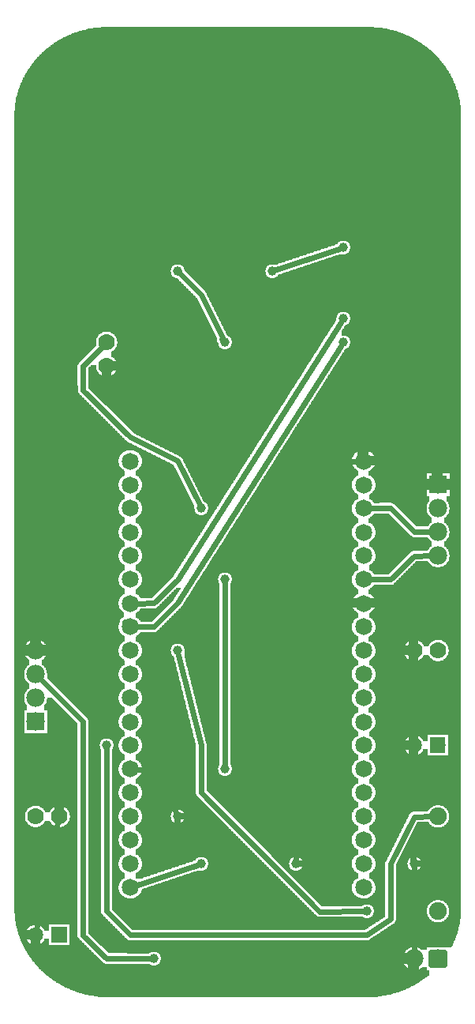
<source format=gbl>
G04 MADE WITH FRITZING*
G04 WWW.FRITZING.ORG*
G04 DOUBLE SIDED*
G04 HOLES PLATED*
G04 CONTOUR ON CENTER OF CONTOUR VECTOR*
%ASAXBY*%
%FSLAX23Y23*%
%MOIN*%
%OFA0B0*%
%SFA1.0B1.0*%
%ADD10C,0.075000*%
%ADD11C,0.078000*%
%ADD12C,0.071828*%
%ADD13C,0.070000*%
%ADD14C,0.065000*%
%ADD15C,0.039370*%
%ADD16R,0.078000X0.078000*%
%ADD17C,0.024000*%
%ADD18C,0.020000*%
%ADD19R,0.001000X0.001000*%
%LNCOPPER0*%
G90*
G70*
G54D10*
X1634Y1987D03*
X302Y4052D03*
G54D11*
X130Y1202D03*
X130Y1302D03*
X130Y1402D03*
X130Y1502D03*
G54D12*
X530Y2301D03*
X530Y2201D03*
X530Y2102D03*
X530Y2001D03*
X530Y1902D03*
X530Y1802D03*
X530Y1701D03*
X530Y1602D03*
X530Y1502D03*
X530Y1402D03*
X530Y1302D03*
X530Y1201D03*
X530Y1102D03*
X530Y1002D03*
X530Y902D03*
X530Y802D03*
X530Y703D03*
X530Y602D03*
X530Y502D03*
X1516Y502D03*
X1516Y602D03*
X1516Y703D03*
X1516Y802D03*
X1516Y902D03*
X1516Y1002D03*
X1516Y1102D03*
X1516Y1201D03*
X1516Y1302D03*
X1516Y1402D03*
X1516Y1502D03*
X1516Y1602D03*
X1516Y1701D03*
X1516Y1802D03*
X1516Y1902D03*
X1516Y2001D03*
X1516Y2102D03*
X1516Y2201D03*
X1516Y2301D03*
G54D13*
X1730Y1502D03*
X1831Y1502D03*
X230Y802D03*
X130Y802D03*
X430Y2702D03*
X430Y2802D03*
G54D11*
X1830Y202D03*
X1730Y202D03*
X1830Y2202D03*
X1830Y2102D03*
X1830Y2002D03*
X1830Y1902D03*
G54D14*
X130Y302D03*
X230Y302D03*
X1730Y1102D03*
X1830Y1102D03*
G54D10*
X1830Y402D03*
X1830Y802D03*
G54D15*
X1430Y3202D03*
X1430Y2902D03*
X1430Y2802D03*
X1130Y3102D03*
X930Y2802D03*
X730Y3102D03*
X430Y1102D03*
X730Y1502D03*
X1530Y402D03*
X830Y2102D03*
X930Y1802D03*
X930Y1002D03*
X830Y602D03*
X730Y802D03*
X1730Y602D03*
X1230Y602D03*
X630Y202D03*
G54D16*
X130Y1202D03*
X1830Y2202D03*
G54D17*
X1412Y3196D02*
X1148Y3108D01*
D02*
X530Y1602D02*
X630Y1602D01*
D02*
X730Y1702D02*
X1420Y2786D01*
D02*
X630Y1602D02*
X730Y1702D01*
D02*
X507Y1622D02*
X530Y1602D01*
D02*
X1420Y2886D02*
X730Y1801D01*
D02*
X730Y1801D02*
X630Y1702D01*
D02*
X630Y1702D02*
X561Y1701D01*
D02*
X830Y3002D02*
X744Y3089D01*
D02*
X929Y2803D02*
X830Y3002D01*
D02*
X917Y2816D02*
X929Y2803D01*
D02*
X1731Y2003D02*
X1800Y2002D01*
D02*
X1631Y2103D02*
X1731Y2003D01*
D02*
X1547Y2102D02*
X1631Y2103D01*
D02*
X1631Y1802D02*
X1547Y1802D01*
D02*
X1731Y1901D02*
X1631Y1802D01*
D02*
X1800Y1902D02*
X1731Y1901D01*
D02*
X830Y1102D02*
X735Y1484D01*
D02*
X830Y902D02*
X830Y1102D01*
D02*
X1331Y401D02*
X830Y902D01*
D02*
X1511Y402D02*
X1331Y401D01*
D02*
X331Y1202D02*
X329Y1202D01*
D02*
X329Y1202D02*
X329Y301D01*
D02*
X431Y202D02*
X611Y202D01*
D02*
X329Y301D02*
X431Y202D01*
D02*
X152Y1381D02*
X331Y1202D01*
D02*
X1431Y2301D02*
X1331Y2201D01*
D02*
X1331Y2201D02*
X1230Y2003D01*
D02*
X1230Y2003D02*
X1230Y621D01*
D02*
X1486Y2301D02*
X1431Y2301D01*
D02*
X135Y326D02*
X225Y776D01*
D02*
X629Y1001D02*
X722Y819D01*
D02*
X561Y1001D02*
X629Y1001D01*
D02*
X1730Y583D02*
X1730Y232D01*
D02*
X812Y596D02*
X559Y512D01*
D02*
X930Y1783D02*
X930Y1021D01*
D02*
X531Y2402D02*
X331Y2601D01*
D02*
X730Y2302D02*
X531Y2402D01*
D02*
X331Y2702D02*
X412Y2784D01*
D02*
X331Y2601D02*
X331Y2702D01*
D02*
X822Y2119D02*
X730Y2302D01*
D02*
X1729Y801D02*
X1630Y602D01*
D02*
X1630Y602D02*
X1630Y368D01*
D02*
X1530Y302D02*
X529Y302D01*
D02*
X429Y402D02*
X430Y1083D01*
D02*
X1630Y368D02*
X1530Y302D01*
D02*
X1802Y802D02*
X1729Y801D01*
D02*
X529Y302D02*
X429Y402D01*
G36*
X1584Y2081D02*
X1584Y2079D01*
X1560Y2079D01*
X1560Y2077D01*
X1558Y2077D01*
X1558Y2075D01*
X1556Y2075D01*
X1556Y2073D01*
X1554Y2073D01*
X1554Y2071D01*
X1552Y2071D01*
X1552Y2069D01*
X1550Y2069D01*
X1550Y2067D01*
X1548Y2067D01*
X1548Y2065D01*
X1544Y2065D01*
X1544Y2063D01*
X1542Y2063D01*
X1542Y2061D01*
X1538Y2061D01*
X1538Y2041D01*
X1542Y2041D01*
X1542Y2039D01*
X1546Y2039D01*
X1546Y2037D01*
X1548Y2037D01*
X1548Y2035D01*
X1552Y2035D01*
X1552Y2033D01*
X1554Y2033D01*
X1554Y2029D01*
X1556Y2029D01*
X1556Y2027D01*
X1558Y2027D01*
X1558Y2025D01*
X1560Y2025D01*
X1560Y2021D01*
X1562Y2021D01*
X1562Y2017D01*
X1564Y2017D01*
X1564Y2011D01*
X1566Y2011D01*
X1566Y1991D01*
X1564Y1991D01*
X1564Y1985D01*
X1562Y1985D01*
X1562Y1981D01*
X1560Y1981D01*
X1560Y1977D01*
X1558Y1977D01*
X1558Y1975D01*
X1556Y1975D01*
X1556Y1973D01*
X1554Y1973D01*
X1554Y1971D01*
X1552Y1971D01*
X1552Y1969D01*
X1550Y1969D01*
X1550Y1967D01*
X1548Y1967D01*
X1548Y1965D01*
X1546Y1965D01*
X1546Y1963D01*
X1542Y1963D01*
X1542Y1961D01*
X1540Y1961D01*
X1540Y1941D01*
X1544Y1941D01*
X1544Y1939D01*
X1546Y1939D01*
X1546Y1937D01*
X1550Y1937D01*
X1550Y1935D01*
X1552Y1935D01*
X1552Y1933D01*
X1554Y1933D01*
X1554Y1931D01*
X1556Y1931D01*
X1556Y1929D01*
X1558Y1929D01*
X1558Y1925D01*
X1560Y1925D01*
X1560Y1921D01*
X1562Y1921D01*
X1562Y1919D01*
X1564Y1919D01*
X1564Y1911D01*
X1566Y1911D01*
X1566Y1891D01*
X1564Y1891D01*
X1564Y1885D01*
X1562Y1885D01*
X1562Y1881D01*
X1560Y1881D01*
X1560Y1879D01*
X1558Y1879D01*
X1558Y1875D01*
X1556Y1875D01*
X1556Y1873D01*
X1554Y1873D01*
X1554Y1871D01*
X1552Y1871D01*
X1552Y1869D01*
X1550Y1869D01*
X1550Y1867D01*
X1548Y1867D01*
X1548Y1865D01*
X1544Y1865D01*
X1544Y1863D01*
X1540Y1863D01*
X1540Y1841D01*
X1544Y1841D01*
X1544Y1839D01*
X1546Y1839D01*
X1546Y1837D01*
X1548Y1837D01*
X1548Y1835D01*
X1552Y1835D01*
X1552Y1833D01*
X1554Y1833D01*
X1554Y1831D01*
X1556Y1831D01*
X1556Y1827D01*
X1558Y1827D01*
X1558Y1825D01*
X1560Y1825D01*
X1560Y1823D01*
X1622Y1823D01*
X1622Y1825D01*
X1624Y1825D01*
X1624Y1827D01*
X1626Y1827D01*
X1626Y1829D01*
X1628Y1829D01*
X1628Y1831D01*
X1630Y1831D01*
X1630Y1833D01*
X1632Y1833D01*
X1632Y1835D01*
X1634Y1835D01*
X1634Y1837D01*
X1636Y1837D01*
X1636Y1839D01*
X1638Y1839D01*
X1638Y1841D01*
X1640Y1841D01*
X1640Y1843D01*
X1642Y1843D01*
X1642Y1845D01*
X1644Y1845D01*
X1644Y1847D01*
X1646Y1847D01*
X1646Y1849D01*
X1648Y1849D01*
X1648Y1851D01*
X1650Y1851D01*
X1650Y1853D01*
X1652Y1853D01*
X1652Y1855D01*
X1654Y1855D01*
X1654Y1857D01*
X1656Y1857D01*
X1656Y1859D01*
X1658Y1859D01*
X1658Y1861D01*
X1660Y1861D01*
X1660Y1863D01*
X1662Y1863D01*
X1662Y1865D01*
X1664Y1865D01*
X1664Y1867D01*
X1666Y1867D01*
X1666Y1869D01*
X1668Y1869D01*
X1668Y1871D01*
X1670Y1871D01*
X1670Y1873D01*
X1672Y1873D01*
X1672Y1875D01*
X1674Y1875D01*
X1674Y1877D01*
X1676Y1877D01*
X1676Y1879D01*
X1678Y1879D01*
X1678Y1881D01*
X1680Y1881D01*
X1680Y1883D01*
X1682Y1883D01*
X1682Y1885D01*
X1684Y1885D01*
X1684Y1887D01*
X1686Y1887D01*
X1686Y1889D01*
X1688Y1889D01*
X1688Y1891D01*
X1690Y1891D01*
X1690Y1893D01*
X1692Y1893D01*
X1692Y1895D01*
X1694Y1895D01*
X1694Y1897D01*
X1696Y1897D01*
X1696Y1899D01*
X1698Y1899D01*
X1698Y1901D01*
X1700Y1901D01*
X1700Y1903D01*
X1702Y1903D01*
X1702Y1905D01*
X1704Y1905D01*
X1704Y1907D01*
X1706Y1907D01*
X1706Y1909D01*
X1708Y1909D01*
X1708Y1911D01*
X1710Y1911D01*
X1710Y1913D01*
X1712Y1913D01*
X1712Y1915D01*
X1714Y1915D01*
X1714Y1917D01*
X1718Y1917D01*
X1718Y1919D01*
X1720Y1919D01*
X1720Y1921D01*
X1724Y1921D01*
X1724Y1923D01*
X1786Y1923D01*
X1786Y1925D01*
X1788Y1925D01*
X1788Y1927D01*
X1790Y1927D01*
X1790Y1931D01*
X1792Y1931D01*
X1792Y1933D01*
X1794Y1933D01*
X1794Y1935D01*
X1796Y1935D01*
X1796Y1937D01*
X1798Y1937D01*
X1798Y1939D01*
X1800Y1939D01*
X1800Y1941D01*
X1802Y1941D01*
X1802Y1963D01*
X1800Y1963D01*
X1800Y1965D01*
X1798Y1965D01*
X1798Y1967D01*
X1796Y1967D01*
X1796Y1969D01*
X1794Y1969D01*
X1794Y1971D01*
X1792Y1971D01*
X1792Y1973D01*
X1790Y1973D01*
X1790Y1975D01*
X1788Y1975D01*
X1788Y1979D01*
X1786Y1979D01*
X1786Y1981D01*
X1724Y1981D01*
X1724Y1983D01*
X1720Y1983D01*
X1720Y1985D01*
X1716Y1985D01*
X1716Y1987D01*
X1714Y1987D01*
X1714Y1989D01*
X1712Y1989D01*
X1712Y1991D01*
X1710Y1991D01*
X1710Y1993D01*
X1708Y1993D01*
X1708Y1995D01*
X1706Y1995D01*
X1706Y1997D01*
X1704Y1997D01*
X1704Y1999D01*
X1702Y1999D01*
X1702Y2001D01*
X1700Y2001D01*
X1700Y2003D01*
X1698Y2003D01*
X1698Y2005D01*
X1696Y2005D01*
X1696Y2007D01*
X1694Y2007D01*
X1694Y2009D01*
X1692Y2009D01*
X1692Y2011D01*
X1690Y2011D01*
X1690Y2013D01*
X1688Y2013D01*
X1688Y2015D01*
X1686Y2015D01*
X1686Y2017D01*
X1684Y2017D01*
X1684Y2019D01*
X1682Y2019D01*
X1682Y2021D01*
X1680Y2021D01*
X1680Y2023D01*
X1678Y2023D01*
X1678Y2025D01*
X1676Y2025D01*
X1676Y2027D01*
X1674Y2027D01*
X1674Y2029D01*
X1672Y2029D01*
X1672Y2031D01*
X1670Y2031D01*
X1670Y2033D01*
X1668Y2033D01*
X1668Y2035D01*
X1666Y2035D01*
X1666Y2037D01*
X1664Y2037D01*
X1664Y2039D01*
X1662Y2039D01*
X1662Y2041D01*
X1660Y2041D01*
X1660Y2043D01*
X1658Y2043D01*
X1658Y2045D01*
X1656Y2045D01*
X1656Y2047D01*
X1654Y2047D01*
X1654Y2049D01*
X1652Y2049D01*
X1652Y2051D01*
X1650Y2051D01*
X1650Y2053D01*
X1648Y2053D01*
X1648Y2055D01*
X1646Y2055D01*
X1646Y2057D01*
X1644Y2057D01*
X1644Y2059D01*
X1642Y2059D01*
X1642Y2061D01*
X1640Y2061D01*
X1640Y2063D01*
X1638Y2063D01*
X1638Y2065D01*
X1636Y2065D01*
X1636Y2067D01*
X1634Y2067D01*
X1634Y2069D01*
X1632Y2069D01*
X1632Y2071D01*
X1630Y2071D01*
X1630Y2073D01*
X1628Y2073D01*
X1628Y2075D01*
X1626Y2075D01*
X1626Y2077D01*
X1624Y2077D01*
X1624Y2079D01*
X1622Y2079D01*
X1622Y2081D01*
X1584Y2081D01*
G37*
D02*
G36*
X724Y1765D02*
X724Y1763D01*
X722Y1763D01*
X722Y1761D01*
X720Y1761D01*
X720Y1759D01*
X718Y1759D01*
X718Y1757D01*
X716Y1757D01*
X716Y1755D01*
X714Y1755D01*
X714Y1753D01*
X712Y1753D01*
X712Y1751D01*
X710Y1751D01*
X710Y1749D01*
X708Y1749D01*
X708Y1747D01*
X706Y1747D01*
X706Y1745D01*
X704Y1745D01*
X704Y1743D01*
X702Y1743D01*
X702Y1741D01*
X700Y1741D01*
X700Y1739D01*
X698Y1739D01*
X698Y1737D01*
X696Y1737D01*
X696Y1735D01*
X694Y1735D01*
X694Y1733D01*
X692Y1733D01*
X692Y1731D01*
X690Y1731D01*
X690Y1729D01*
X688Y1729D01*
X688Y1727D01*
X686Y1727D01*
X686Y1725D01*
X684Y1725D01*
X684Y1723D01*
X682Y1723D01*
X682Y1721D01*
X680Y1721D01*
X680Y1719D01*
X678Y1719D01*
X678Y1717D01*
X676Y1717D01*
X676Y1715D01*
X674Y1715D01*
X674Y1713D01*
X672Y1713D01*
X672Y1711D01*
X670Y1711D01*
X670Y1709D01*
X668Y1709D01*
X668Y1707D01*
X666Y1707D01*
X666Y1705D01*
X664Y1705D01*
X664Y1703D01*
X662Y1703D01*
X662Y1701D01*
X660Y1701D01*
X660Y1699D01*
X658Y1699D01*
X658Y1697D01*
X656Y1697D01*
X656Y1695D01*
X654Y1695D01*
X654Y1693D01*
X652Y1693D01*
X652Y1691D01*
X650Y1691D01*
X650Y1689D01*
X648Y1689D01*
X648Y1687D01*
X646Y1687D01*
X646Y1685D01*
X644Y1685D01*
X644Y1683D01*
X640Y1683D01*
X640Y1681D01*
X634Y1681D01*
X634Y1679D01*
X574Y1679D01*
X574Y1677D01*
X572Y1677D01*
X572Y1675D01*
X570Y1675D01*
X570Y1671D01*
X568Y1671D01*
X568Y1669D01*
X566Y1669D01*
X566Y1667D01*
X562Y1667D01*
X562Y1665D01*
X560Y1665D01*
X560Y1663D01*
X556Y1663D01*
X556Y1661D01*
X554Y1661D01*
X554Y1641D01*
X558Y1641D01*
X558Y1639D01*
X560Y1639D01*
X560Y1637D01*
X564Y1637D01*
X564Y1635D01*
X566Y1635D01*
X566Y1633D01*
X568Y1633D01*
X568Y1631D01*
X570Y1631D01*
X570Y1629D01*
X572Y1629D01*
X572Y1625D01*
X574Y1625D01*
X574Y1623D01*
X622Y1623D01*
X622Y1625D01*
X624Y1625D01*
X624Y1627D01*
X626Y1627D01*
X626Y1629D01*
X628Y1629D01*
X628Y1631D01*
X630Y1631D01*
X630Y1633D01*
X632Y1633D01*
X632Y1635D01*
X634Y1635D01*
X634Y1637D01*
X636Y1637D01*
X636Y1639D01*
X638Y1639D01*
X638Y1641D01*
X640Y1641D01*
X640Y1643D01*
X642Y1643D01*
X642Y1645D01*
X644Y1645D01*
X644Y1647D01*
X646Y1647D01*
X646Y1649D01*
X648Y1649D01*
X648Y1651D01*
X650Y1651D01*
X650Y1653D01*
X652Y1653D01*
X652Y1655D01*
X654Y1655D01*
X654Y1657D01*
X656Y1657D01*
X656Y1659D01*
X658Y1659D01*
X658Y1661D01*
X660Y1661D01*
X660Y1663D01*
X662Y1663D01*
X662Y1665D01*
X664Y1665D01*
X664Y1667D01*
X666Y1667D01*
X666Y1669D01*
X668Y1669D01*
X668Y1671D01*
X670Y1671D01*
X670Y1673D01*
X672Y1673D01*
X672Y1675D01*
X674Y1675D01*
X674Y1677D01*
X676Y1677D01*
X676Y1679D01*
X678Y1679D01*
X678Y1681D01*
X680Y1681D01*
X680Y1683D01*
X682Y1683D01*
X682Y1685D01*
X684Y1685D01*
X684Y1687D01*
X686Y1687D01*
X686Y1689D01*
X688Y1689D01*
X688Y1691D01*
X690Y1691D01*
X690Y1693D01*
X692Y1693D01*
X692Y1695D01*
X694Y1695D01*
X694Y1697D01*
X696Y1697D01*
X696Y1699D01*
X698Y1699D01*
X698Y1701D01*
X700Y1701D01*
X700Y1703D01*
X702Y1703D01*
X702Y1705D01*
X704Y1705D01*
X704Y1707D01*
X706Y1707D01*
X706Y1709D01*
X708Y1709D01*
X708Y1711D01*
X710Y1711D01*
X710Y1713D01*
X712Y1713D01*
X712Y1717D01*
X714Y1717D01*
X714Y1719D01*
X716Y1719D01*
X716Y1723D01*
X718Y1723D01*
X718Y1725D01*
X720Y1725D01*
X720Y1729D01*
X722Y1729D01*
X722Y1731D01*
X724Y1731D01*
X724Y1735D01*
X726Y1735D01*
X726Y1739D01*
X728Y1739D01*
X728Y1741D01*
X730Y1741D01*
X730Y1745D01*
X732Y1745D01*
X732Y1747D01*
X734Y1747D01*
X734Y1751D01*
X736Y1751D01*
X736Y1753D01*
X738Y1753D01*
X738Y1757D01*
X740Y1757D01*
X740Y1761D01*
X742Y1761D01*
X742Y1763D01*
X744Y1763D01*
X744Y1765D01*
X724Y1765D01*
G37*
D02*
G36*
X408Y4133D02*
X408Y4131D01*
X388Y4131D01*
X388Y4129D01*
X372Y4129D01*
X372Y4127D01*
X360Y4127D01*
X360Y4125D01*
X350Y4125D01*
X350Y4123D01*
X342Y4123D01*
X342Y4121D01*
X334Y4121D01*
X334Y4119D01*
X326Y4119D01*
X326Y4117D01*
X318Y4117D01*
X318Y4115D01*
X312Y4115D01*
X312Y4113D01*
X306Y4113D01*
X306Y4111D01*
X300Y4111D01*
X300Y4109D01*
X294Y4109D01*
X294Y4107D01*
X290Y4107D01*
X290Y4105D01*
X284Y4105D01*
X284Y4103D01*
X280Y4103D01*
X280Y4101D01*
X274Y4101D01*
X274Y4099D01*
X270Y4099D01*
X270Y4097D01*
X266Y4097D01*
X266Y4095D01*
X262Y4095D01*
X262Y4093D01*
X258Y4093D01*
X258Y4091D01*
X252Y4091D01*
X252Y4089D01*
X248Y4089D01*
X248Y4087D01*
X246Y4087D01*
X246Y4085D01*
X242Y4085D01*
X242Y4083D01*
X238Y4083D01*
X238Y4081D01*
X234Y4081D01*
X234Y4079D01*
X230Y4079D01*
X230Y4077D01*
X228Y4077D01*
X228Y4075D01*
X224Y4075D01*
X224Y4073D01*
X220Y4073D01*
X220Y4071D01*
X218Y4071D01*
X218Y4069D01*
X214Y4069D01*
X214Y4067D01*
X212Y4067D01*
X212Y4065D01*
X208Y4065D01*
X208Y4063D01*
X206Y4063D01*
X206Y4061D01*
X202Y4061D01*
X202Y4059D01*
X200Y4059D01*
X200Y4057D01*
X196Y4057D01*
X196Y4055D01*
X194Y4055D01*
X194Y4053D01*
X192Y4053D01*
X192Y4051D01*
X188Y4051D01*
X188Y4049D01*
X186Y4049D01*
X186Y4047D01*
X184Y4047D01*
X184Y4045D01*
X182Y4045D01*
X182Y4043D01*
X178Y4043D01*
X178Y4041D01*
X176Y4041D01*
X176Y4039D01*
X174Y4039D01*
X174Y4037D01*
X172Y4037D01*
X172Y4035D01*
X170Y4035D01*
X170Y4033D01*
X166Y4033D01*
X166Y4031D01*
X164Y4031D01*
X164Y4029D01*
X162Y4029D01*
X162Y4027D01*
X160Y4027D01*
X160Y4025D01*
X158Y4025D01*
X158Y4023D01*
X156Y4023D01*
X156Y4021D01*
X154Y4021D01*
X154Y4019D01*
X152Y4019D01*
X152Y4017D01*
X150Y4017D01*
X150Y4015D01*
X148Y4015D01*
X148Y4013D01*
X146Y4013D01*
X146Y4011D01*
X144Y4011D01*
X144Y4009D01*
X142Y4009D01*
X142Y4007D01*
X140Y4007D01*
X140Y4005D01*
X138Y4005D01*
X138Y4003D01*
X136Y4003D01*
X136Y4001D01*
X134Y4001D01*
X134Y3997D01*
X132Y3997D01*
X132Y3995D01*
X130Y3995D01*
X130Y3993D01*
X128Y3993D01*
X128Y3991D01*
X126Y3991D01*
X126Y3989D01*
X124Y3989D01*
X124Y3987D01*
X122Y3987D01*
X122Y3983D01*
X120Y3983D01*
X120Y3981D01*
X118Y3981D01*
X118Y3979D01*
X116Y3979D01*
X116Y3975D01*
X114Y3975D01*
X114Y3973D01*
X112Y3973D01*
X112Y3971D01*
X110Y3971D01*
X110Y3967D01*
X108Y3967D01*
X108Y3965D01*
X106Y3965D01*
X106Y3961D01*
X104Y3961D01*
X104Y3959D01*
X102Y3959D01*
X102Y3955D01*
X100Y3955D01*
X100Y3953D01*
X98Y3953D01*
X98Y3949D01*
X96Y3949D01*
X96Y3947D01*
X94Y3947D01*
X94Y3943D01*
X92Y3943D01*
X92Y3939D01*
X90Y3939D01*
X90Y3937D01*
X88Y3937D01*
X88Y3933D01*
X86Y3933D01*
X86Y3929D01*
X84Y3929D01*
X84Y3925D01*
X82Y3925D01*
X82Y3921D01*
X80Y3921D01*
X80Y3919D01*
X78Y3919D01*
X78Y3913D01*
X76Y3913D01*
X76Y3909D01*
X74Y3909D01*
X74Y3905D01*
X72Y3905D01*
X72Y3901D01*
X70Y3901D01*
X70Y3897D01*
X68Y3897D01*
X68Y3891D01*
X66Y3891D01*
X66Y3887D01*
X64Y3887D01*
X64Y3881D01*
X62Y3881D01*
X62Y3875D01*
X60Y3875D01*
X60Y3869D01*
X58Y3869D01*
X58Y3863D01*
X56Y3863D01*
X56Y3857D01*
X54Y3857D01*
X54Y3851D01*
X52Y3851D01*
X52Y3843D01*
X50Y3843D01*
X50Y3835D01*
X48Y3835D01*
X48Y3825D01*
X46Y3825D01*
X46Y3813D01*
X44Y3813D01*
X44Y3799D01*
X42Y3799D01*
X42Y3779D01*
X40Y3779D01*
X40Y3231D01*
X1440Y3231D01*
X1440Y3229D01*
X1444Y3229D01*
X1444Y3227D01*
X1448Y3227D01*
X1448Y3225D01*
X1450Y3225D01*
X1450Y3223D01*
X1452Y3223D01*
X1452Y3221D01*
X1454Y3221D01*
X1454Y3219D01*
X1456Y3219D01*
X1456Y3215D01*
X1458Y3215D01*
X1458Y3209D01*
X1460Y3209D01*
X1460Y3195D01*
X1458Y3195D01*
X1458Y3189D01*
X1456Y3189D01*
X1456Y3185D01*
X1454Y3185D01*
X1454Y3183D01*
X1452Y3183D01*
X1452Y3181D01*
X1450Y3181D01*
X1450Y3179D01*
X1448Y3179D01*
X1448Y3177D01*
X1444Y3177D01*
X1444Y3175D01*
X1440Y3175D01*
X1440Y3173D01*
X1410Y3173D01*
X1410Y3171D01*
X1404Y3171D01*
X1404Y3169D01*
X1398Y3169D01*
X1398Y3167D01*
X1392Y3167D01*
X1392Y3165D01*
X1386Y3165D01*
X1386Y3163D01*
X1380Y3163D01*
X1380Y3161D01*
X1374Y3161D01*
X1374Y3159D01*
X1368Y3159D01*
X1368Y3157D01*
X1362Y3157D01*
X1362Y3155D01*
X1356Y3155D01*
X1356Y3153D01*
X1350Y3153D01*
X1350Y3151D01*
X1344Y3151D01*
X1344Y3149D01*
X1338Y3149D01*
X1338Y3147D01*
X1332Y3147D01*
X1332Y3145D01*
X1326Y3145D01*
X1326Y3143D01*
X1320Y3143D01*
X1320Y3141D01*
X1314Y3141D01*
X1314Y3139D01*
X1308Y3139D01*
X1308Y3137D01*
X1302Y3137D01*
X1302Y3135D01*
X1296Y3135D01*
X1296Y3133D01*
X1290Y3133D01*
X1290Y3131D01*
X1284Y3131D01*
X1284Y3129D01*
X1278Y3129D01*
X1278Y3127D01*
X1272Y3127D01*
X1272Y3125D01*
X1266Y3125D01*
X1266Y3123D01*
X1260Y3123D01*
X1260Y3121D01*
X1254Y3121D01*
X1254Y3119D01*
X1248Y3119D01*
X1248Y3117D01*
X1242Y3117D01*
X1242Y3115D01*
X1236Y3115D01*
X1236Y3113D01*
X1230Y3113D01*
X1230Y3111D01*
X1224Y3111D01*
X1224Y3109D01*
X1218Y3109D01*
X1218Y3107D01*
X1212Y3107D01*
X1212Y3105D01*
X1206Y3105D01*
X1206Y3103D01*
X1200Y3103D01*
X1200Y3101D01*
X1194Y3101D01*
X1194Y3099D01*
X1188Y3099D01*
X1188Y3097D01*
X1182Y3097D01*
X1182Y3095D01*
X1176Y3095D01*
X1176Y3093D01*
X1170Y3093D01*
X1170Y3091D01*
X1164Y3091D01*
X1164Y3089D01*
X1158Y3089D01*
X1158Y3087D01*
X1156Y3087D01*
X1156Y3085D01*
X1154Y3085D01*
X1154Y3083D01*
X1152Y3083D01*
X1152Y3081D01*
X1150Y3081D01*
X1150Y3079D01*
X1148Y3079D01*
X1148Y3077D01*
X1144Y3077D01*
X1144Y3075D01*
X1140Y3075D01*
X1140Y3073D01*
X1928Y3073D01*
X1928Y3785D01*
X1926Y3785D01*
X1926Y3803D01*
X1924Y3803D01*
X1924Y3817D01*
X1922Y3817D01*
X1922Y3827D01*
X1920Y3827D01*
X1920Y3837D01*
X1918Y3837D01*
X1918Y3845D01*
X1916Y3845D01*
X1916Y3853D01*
X1914Y3853D01*
X1914Y3859D01*
X1912Y3859D01*
X1912Y3865D01*
X1910Y3865D01*
X1910Y3871D01*
X1908Y3871D01*
X1908Y3877D01*
X1906Y3877D01*
X1906Y3883D01*
X1904Y3883D01*
X1904Y3887D01*
X1902Y3887D01*
X1902Y3893D01*
X1900Y3893D01*
X1900Y3897D01*
X1898Y3897D01*
X1898Y3903D01*
X1896Y3903D01*
X1896Y3907D01*
X1894Y3907D01*
X1894Y3911D01*
X1892Y3911D01*
X1892Y3915D01*
X1890Y3915D01*
X1890Y3919D01*
X1888Y3919D01*
X1888Y3923D01*
X1886Y3923D01*
X1886Y3927D01*
X1884Y3927D01*
X1884Y3931D01*
X1882Y3931D01*
X1882Y3935D01*
X1880Y3935D01*
X1880Y3937D01*
X1878Y3937D01*
X1878Y3941D01*
X1876Y3941D01*
X1876Y3945D01*
X1874Y3945D01*
X1874Y3947D01*
X1872Y3947D01*
X1872Y3951D01*
X1870Y3951D01*
X1870Y3953D01*
X1868Y3953D01*
X1868Y3957D01*
X1866Y3957D01*
X1866Y3959D01*
X1864Y3959D01*
X1864Y3963D01*
X1862Y3963D01*
X1862Y3965D01*
X1860Y3965D01*
X1860Y3969D01*
X1858Y3969D01*
X1858Y3971D01*
X1856Y3971D01*
X1856Y3973D01*
X1854Y3973D01*
X1854Y3977D01*
X1852Y3977D01*
X1852Y3979D01*
X1850Y3979D01*
X1850Y3981D01*
X1848Y3981D01*
X1848Y3985D01*
X1846Y3985D01*
X1846Y3987D01*
X1844Y3987D01*
X1844Y3989D01*
X1842Y3989D01*
X1842Y3991D01*
X1840Y3991D01*
X1840Y3993D01*
X1838Y3993D01*
X1838Y3997D01*
X1836Y3997D01*
X1836Y3999D01*
X1834Y3999D01*
X1834Y4001D01*
X1832Y4001D01*
X1832Y4003D01*
X1830Y4003D01*
X1830Y4005D01*
X1828Y4005D01*
X1828Y4007D01*
X1826Y4007D01*
X1826Y4009D01*
X1824Y4009D01*
X1824Y4011D01*
X1822Y4011D01*
X1822Y4013D01*
X1820Y4013D01*
X1820Y4015D01*
X1818Y4015D01*
X1818Y4017D01*
X1816Y4017D01*
X1816Y4019D01*
X1814Y4019D01*
X1814Y4021D01*
X1812Y4021D01*
X1812Y4023D01*
X1810Y4023D01*
X1810Y4025D01*
X1808Y4025D01*
X1808Y4027D01*
X1806Y4027D01*
X1806Y4029D01*
X1804Y4029D01*
X1804Y4031D01*
X1802Y4031D01*
X1802Y4033D01*
X1800Y4033D01*
X1800Y4035D01*
X1796Y4035D01*
X1796Y4037D01*
X1794Y4037D01*
X1794Y4039D01*
X1792Y4039D01*
X1792Y4041D01*
X1790Y4041D01*
X1790Y4043D01*
X1788Y4043D01*
X1788Y4045D01*
X1784Y4045D01*
X1784Y4047D01*
X1782Y4047D01*
X1782Y4049D01*
X1780Y4049D01*
X1780Y4051D01*
X1776Y4051D01*
X1776Y4053D01*
X1774Y4053D01*
X1774Y4055D01*
X1772Y4055D01*
X1772Y4057D01*
X1768Y4057D01*
X1768Y4059D01*
X1766Y4059D01*
X1766Y4061D01*
X1764Y4061D01*
X1764Y4063D01*
X1760Y4063D01*
X1760Y4065D01*
X1758Y4065D01*
X1758Y4067D01*
X1754Y4067D01*
X1754Y4069D01*
X1752Y4069D01*
X1752Y4071D01*
X1748Y4071D01*
X1748Y4073D01*
X1744Y4073D01*
X1744Y4075D01*
X1742Y4075D01*
X1742Y4077D01*
X1738Y4077D01*
X1738Y4079D01*
X1734Y4079D01*
X1734Y4081D01*
X1730Y4081D01*
X1730Y4083D01*
X1728Y4083D01*
X1728Y4085D01*
X1724Y4085D01*
X1724Y4087D01*
X1720Y4087D01*
X1720Y4089D01*
X1716Y4089D01*
X1716Y4091D01*
X1712Y4091D01*
X1712Y4093D01*
X1708Y4093D01*
X1708Y4095D01*
X1704Y4095D01*
X1704Y4097D01*
X1698Y4097D01*
X1698Y4099D01*
X1694Y4099D01*
X1694Y4101D01*
X1690Y4101D01*
X1690Y4103D01*
X1684Y4103D01*
X1684Y4105D01*
X1680Y4105D01*
X1680Y4107D01*
X1674Y4107D01*
X1674Y4109D01*
X1668Y4109D01*
X1668Y4111D01*
X1662Y4111D01*
X1662Y4113D01*
X1656Y4113D01*
X1656Y4115D01*
X1650Y4115D01*
X1650Y4117D01*
X1642Y4117D01*
X1642Y4119D01*
X1636Y4119D01*
X1636Y4121D01*
X1626Y4121D01*
X1626Y4123D01*
X1618Y4123D01*
X1618Y4125D01*
X1608Y4125D01*
X1608Y4127D01*
X1596Y4127D01*
X1596Y4129D01*
X1582Y4129D01*
X1582Y4131D01*
X1560Y4131D01*
X1560Y4133D01*
X408Y4133D01*
G37*
D02*
G36*
X40Y3231D02*
X40Y3131D01*
X740Y3131D01*
X740Y3129D01*
X744Y3129D01*
X744Y3127D01*
X748Y3127D01*
X748Y3125D01*
X750Y3125D01*
X750Y3123D01*
X752Y3123D01*
X752Y3121D01*
X754Y3121D01*
X754Y3119D01*
X756Y3119D01*
X756Y3115D01*
X758Y3115D01*
X758Y3109D01*
X760Y3109D01*
X760Y3103D01*
X762Y3103D01*
X762Y3101D01*
X764Y3101D01*
X764Y3099D01*
X766Y3099D01*
X766Y3097D01*
X768Y3097D01*
X768Y3095D01*
X770Y3095D01*
X770Y3093D01*
X772Y3093D01*
X772Y3091D01*
X774Y3091D01*
X774Y3089D01*
X776Y3089D01*
X776Y3087D01*
X778Y3087D01*
X778Y3085D01*
X780Y3085D01*
X780Y3083D01*
X782Y3083D01*
X782Y3081D01*
X784Y3081D01*
X784Y3079D01*
X786Y3079D01*
X786Y3077D01*
X788Y3077D01*
X788Y3075D01*
X790Y3075D01*
X790Y3073D01*
X1120Y3073D01*
X1120Y3075D01*
X1116Y3075D01*
X1116Y3077D01*
X1112Y3077D01*
X1112Y3079D01*
X1110Y3079D01*
X1110Y3081D01*
X1108Y3081D01*
X1108Y3083D01*
X1106Y3083D01*
X1106Y3087D01*
X1104Y3087D01*
X1104Y3091D01*
X1102Y3091D01*
X1102Y3099D01*
X1100Y3099D01*
X1100Y3105D01*
X1102Y3105D01*
X1102Y3113D01*
X1104Y3113D01*
X1104Y3117D01*
X1106Y3117D01*
X1106Y3119D01*
X1108Y3119D01*
X1108Y3123D01*
X1110Y3123D01*
X1110Y3125D01*
X1114Y3125D01*
X1114Y3127D01*
X1116Y3127D01*
X1116Y3129D01*
X1122Y3129D01*
X1122Y3131D01*
X1152Y3131D01*
X1152Y3133D01*
X1158Y3133D01*
X1158Y3135D01*
X1164Y3135D01*
X1164Y3137D01*
X1170Y3137D01*
X1170Y3139D01*
X1176Y3139D01*
X1176Y3141D01*
X1182Y3141D01*
X1182Y3143D01*
X1188Y3143D01*
X1188Y3145D01*
X1194Y3145D01*
X1194Y3147D01*
X1200Y3147D01*
X1200Y3149D01*
X1206Y3149D01*
X1206Y3151D01*
X1212Y3151D01*
X1212Y3153D01*
X1218Y3153D01*
X1218Y3155D01*
X1224Y3155D01*
X1224Y3157D01*
X1230Y3157D01*
X1230Y3159D01*
X1236Y3159D01*
X1236Y3161D01*
X1242Y3161D01*
X1242Y3163D01*
X1248Y3163D01*
X1248Y3165D01*
X1254Y3165D01*
X1254Y3167D01*
X1260Y3167D01*
X1260Y3169D01*
X1266Y3169D01*
X1266Y3171D01*
X1272Y3171D01*
X1272Y3173D01*
X1278Y3173D01*
X1278Y3175D01*
X1284Y3175D01*
X1284Y3177D01*
X1290Y3177D01*
X1290Y3179D01*
X1296Y3179D01*
X1296Y3181D01*
X1302Y3181D01*
X1302Y3183D01*
X1308Y3183D01*
X1308Y3185D01*
X1314Y3185D01*
X1314Y3187D01*
X1320Y3187D01*
X1320Y3189D01*
X1326Y3189D01*
X1326Y3191D01*
X1332Y3191D01*
X1332Y3193D01*
X1338Y3193D01*
X1338Y3195D01*
X1344Y3195D01*
X1344Y3197D01*
X1350Y3197D01*
X1350Y3199D01*
X1356Y3199D01*
X1356Y3201D01*
X1362Y3201D01*
X1362Y3203D01*
X1368Y3203D01*
X1368Y3205D01*
X1374Y3205D01*
X1374Y3207D01*
X1380Y3207D01*
X1380Y3209D01*
X1386Y3209D01*
X1386Y3211D01*
X1392Y3211D01*
X1392Y3213D01*
X1398Y3213D01*
X1398Y3215D01*
X1404Y3215D01*
X1404Y3217D01*
X1406Y3217D01*
X1406Y3219D01*
X1408Y3219D01*
X1408Y3223D01*
X1410Y3223D01*
X1410Y3225D01*
X1414Y3225D01*
X1414Y3227D01*
X1416Y3227D01*
X1416Y3229D01*
X1422Y3229D01*
X1422Y3231D01*
X40Y3231D01*
G37*
D02*
G36*
X40Y3131D02*
X40Y2847D01*
X440Y2847D01*
X440Y2845D01*
X446Y2845D01*
X446Y2843D01*
X450Y2843D01*
X450Y2841D01*
X454Y2841D01*
X454Y2839D01*
X456Y2839D01*
X456Y2837D01*
X460Y2837D01*
X460Y2835D01*
X462Y2835D01*
X462Y2833D01*
X464Y2833D01*
X464Y2831D01*
X466Y2831D01*
X466Y2827D01*
X468Y2827D01*
X468Y2825D01*
X470Y2825D01*
X470Y2821D01*
X472Y2821D01*
X472Y2815D01*
X474Y2815D01*
X474Y2807D01*
X476Y2807D01*
X476Y2797D01*
X474Y2797D01*
X474Y2789D01*
X472Y2789D01*
X472Y2783D01*
X470Y2783D01*
X470Y2779D01*
X468Y2779D01*
X468Y2777D01*
X466Y2777D01*
X466Y2773D01*
X920Y2773D01*
X920Y2775D01*
X916Y2775D01*
X916Y2777D01*
X912Y2777D01*
X912Y2779D01*
X910Y2779D01*
X910Y2781D01*
X908Y2781D01*
X908Y2783D01*
X906Y2783D01*
X906Y2787D01*
X904Y2787D01*
X904Y2791D01*
X902Y2791D01*
X902Y2799D01*
X900Y2799D01*
X900Y2803D01*
X898Y2803D01*
X898Y2807D01*
X896Y2807D01*
X896Y2823D01*
X894Y2823D01*
X894Y2827D01*
X892Y2827D01*
X892Y2831D01*
X890Y2831D01*
X890Y2835D01*
X888Y2835D01*
X888Y2839D01*
X886Y2839D01*
X886Y2843D01*
X884Y2843D01*
X884Y2847D01*
X882Y2847D01*
X882Y2851D01*
X880Y2851D01*
X880Y2855D01*
X878Y2855D01*
X878Y2859D01*
X876Y2859D01*
X876Y2863D01*
X874Y2863D01*
X874Y2867D01*
X872Y2867D01*
X872Y2871D01*
X870Y2871D01*
X870Y2875D01*
X868Y2875D01*
X868Y2879D01*
X866Y2879D01*
X866Y2883D01*
X864Y2883D01*
X864Y2887D01*
X862Y2887D01*
X862Y2891D01*
X860Y2891D01*
X860Y2895D01*
X858Y2895D01*
X858Y2899D01*
X856Y2899D01*
X856Y2903D01*
X854Y2903D01*
X854Y2907D01*
X852Y2907D01*
X852Y2911D01*
X850Y2911D01*
X850Y2915D01*
X848Y2915D01*
X848Y2919D01*
X846Y2919D01*
X846Y2923D01*
X844Y2923D01*
X844Y2927D01*
X842Y2927D01*
X842Y2931D01*
X840Y2931D01*
X840Y2935D01*
X838Y2935D01*
X838Y2939D01*
X836Y2939D01*
X836Y2943D01*
X834Y2943D01*
X834Y2947D01*
X832Y2947D01*
X832Y2951D01*
X830Y2951D01*
X830Y2955D01*
X828Y2955D01*
X828Y2959D01*
X826Y2959D01*
X826Y2963D01*
X824Y2963D01*
X824Y2967D01*
X822Y2967D01*
X822Y2971D01*
X820Y2971D01*
X820Y2975D01*
X818Y2975D01*
X818Y2979D01*
X816Y2979D01*
X816Y2983D01*
X814Y2983D01*
X814Y2987D01*
X812Y2987D01*
X812Y2989D01*
X810Y2989D01*
X810Y2991D01*
X808Y2991D01*
X808Y2993D01*
X806Y2993D01*
X806Y2995D01*
X804Y2995D01*
X804Y2997D01*
X802Y2997D01*
X802Y2999D01*
X800Y2999D01*
X800Y3001D01*
X798Y3001D01*
X798Y3003D01*
X796Y3003D01*
X796Y3005D01*
X794Y3005D01*
X794Y3007D01*
X792Y3007D01*
X792Y3009D01*
X790Y3009D01*
X790Y3011D01*
X788Y3011D01*
X788Y3013D01*
X786Y3013D01*
X786Y3015D01*
X784Y3015D01*
X784Y3017D01*
X782Y3017D01*
X782Y3019D01*
X780Y3019D01*
X780Y3021D01*
X778Y3021D01*
X778Y3023D01*
X776Y3023D01*
X776Y3025D01*
X774Y3025D01*
X774Y3027D01*
X772Y3027D01*
X772Y3029D01*
X770Y3029D01*
X770Y3031D01*
X768Y3031D01*
X768Y3033D01*
X766Y3033D01*
X766Y3035D01*
X764Y3035D01*
X764Y3037D01*
X762Y3037D01*
X762Y3039D01*
X760Y3039D01*
X760Y3041D01*
X758Y3041D01*
X758Y3043D01*
X756Y3043D01*
X756Y3045D01*
X754Y3045D01*
X754Y3047D01*
X752Y3047D01*
X752Y3049D01*
X750Y3049D01*
X750Y3051D01*
X748Y3051D01*
X748Y3053D01*
X746Y3053D01*
X746Y3055D01*
X744Y3055D01*
X744Y3057D01*
X742Y3057D01*
X742Y3059D01*
X740Y3059D01*
X740Y3061D01*
X738Y3061D01*
X738Y3063D01*
X736Y3063D01*
X736Y3067D01*
X734Y3067D01*
X734Y3069D01*
X732Y3069D01*
X732Y3071D01*
X730Y3071D01*
X730Y3073D01*
X720Y3073D01*
X720Y3075D01*
X716Y3075D01*
X716Y3077D01*
X712Y3077D01*
X712Y3079D01*
X710Y3079D01*
X710Y3081D01*
X708Y3081D01*
X708Y3083D01*
X706Y3083D01*
X706Y3087D01*
X704Y3087D01*
X704Y3091D01*
X702Y3091D01*
X702Y3099D01*
X700Y3099D01*
X700Y3105D01*
X702Y3105D01*
X702Y3113D01*
X704Y3113D01*
X704Y3117D01*
X706Y3117D01*
X706Y3119D01*
X708Y3119D01*
X708Y3123D01*
X710Y3123D01*
X710Y3125D01*
X714Y3125D01*
X714Y3127D01*
X716Y3127D01*
X716Y3129D01*
X722Y3129D01*
X722Y3131D01*
X40Y3131D01*
G37*
D02*
G36*
X792Y3073D02*
X792Y3071D01*
X1928Y3071D01*
X1928Y3073D01*
X792Y3073D01*
G37*
D02*
G36*
X792Y3073D02*
X792Y3071D01*
X1928Y3071D01*
X1928Y3073D01*
X792Y3073D01*
G37*
D02*
G36*
X794Y3071D02*
X794Y3069D01*
X796Y3069D01*
X796Y3067D01*
X798Y3067D01*
X798Y3065D01*
X800Y3065D01*
X800Y3063D01*
X802Y3063D01*
X802Y3061D01*
X804Y3061D01*
X804Y3059D01*
X806Y3059D01*
X806Y3057D01*
X808Y3057D01*
X808Y3055D01*
X810Y3055D01*
X810Y3053D01*
X812Y3053D01*
X812Y3051D01*
X814Y3051D01*
X814Y3049D01*
X816Y3049D01*
X816Y3047D01*
X818Y3047D01*
X818Y3045D01*
X820Y3045D01*
X820Y3043D01*
X822Y3043D01*
X822Y3041D01*
X824Y3041D01*
X824Y3039D01*
X826Y3039D01*
X826Y3037D01*
X828Y3037D01*
X828Y3035D01*
X830Y3035D01*
X830Y3033D01*
X832Y3033D01*
X832Y3031D01*
X834Y3031D01*
X834Y3029D01*
X836Y3029D01*
X836Y3027D01*
X838Y3027D01*
X838Y3025D01*
X840Y3025D01*
X840Y3023D01*
X842Y3023D01*
X842Y3021D01*
X844Y3021D01*
X844Y3019D01*
X846Y3019D01*
X846Y3015D01*
X848Y3015D01*
X848Y3013D01*
X850Y3013D01*
X850Y3009D01*
X852Y3009D01*
X852Y3005D01*
X854Y3005D01*
X854Y3001D01*
X856Y3001D01*
X856Y2997D01*
X858Y2997D01*
X858Y2993D01*
X860Y2993D01*
X860Y2989D01*
X862Y2989D01*
X862Y2985D01*
X864Y2985D01*
X864Y2981D01*
X866Y2981D01*
X866Y2977D01*
X868Y2977D01*
X868Y2973D01*
X870Y2973D01*
X870Y2969D01*
X872Y2969D01*
X872Y2965D01*
X874Y2965D01*
X874Y2961D01*
X876Y2961D01*
X876Y2957D01*
X878Y2957D01*
X878Y2953D01*
X880Y2953D01*
X880Y2949D01*
X882Y2949D01*
X882Y2945D01*
X884Y2945D01*
X884Y2941D01*
X886Y2941D01*
X886Y2937D01*
X888Y2937D01*
X888Y2933D01*
X890Y2933D01*
X890Y2931D01*
X1440Y2931D01*
X1440Y2929D01*
X1444Y2929D01*
X1444Y2927D01*
X1448Y2927D01*
X1448Y2925D01*
X1450Y2925D01*
X1450Y2923D01*
X1452Y2923D01*
X1452Y2921D01*
X1454Y2921D01*
X1454Y2919D01*
X1456Y2919D01*
X1456Y2915D01*
X1458Y2915D01*
X1458Y2909D01*
X1460Y2909D01*
X1460Y2895D01*
X1458Y2895D01*
X1458Y2889D01*
X1456Y2889D01*
X1456Y2885D01*
X1454Y2885D01*
X1454Y2883D01*
X1452Y2883D01*
X1452Y2881D01*
X1450Y2881D01*
X1450Y2879D01*
X1448Y2879D01*
X1448Y2877D01*
X1444Y2877D01*
X1444Y2875D01*
X1440Y2875D01*
X1440Y2873D01*
X1438Y2873D01*
X1438Y2871D01*
X1436Y2871D01*
X1436Y2869D01*
X1434Y2869D01*
X1434Y2865D01*
X1432Y2865D01*
X1432Y2861D01*
X1430Y2861D01*
X1430Y2859D01*
X1428Y2859D01*
X1428Y2855D01*
X1426Y2855D01*
X1426Y2853D01*
X1424Y2853D01*
X1424Y2831D01*
X1440Y2831D01*
X1440Y2829D01*
X1444Y2829D01*
X1444Y2827D01*
X1448Y2827D01*
X1448Y2825D01*
X1450Y2825D01*
X1450Y2823D01*
X1452Y2823D01*
X1452Y2821D01*
X1454Y2821D01*
X1454Y2819D01*
X1456Y2819D01*
X1456Y2815D01*
X1458Y2815D01*
X1458Y2809D01*
X1460Y2809D01*
X1460Y2795D01*
X1458Y2795D01*
X1458Y2789D01*
X1456Y2789D01*
X1456Y2785D01*
X1454Y2785D01*
X1454Y2783D01*
X1452Y2783D01*
X1452Y2781D01*
X1450Y2781D01*
X1450Y2779D01*
X1448Y2779D01*
X1448Y2777D01*
X1444Y2777D01*
X1444Y2775D01*
X1440Y2775D01*
X1440Y2773D01*
X1438Y2773D01*
X1438Y2771D01*
X1436Y2771D01*
X1436Y2769D01*
X1434Y2769D01*
X1434Y2765D01*
X1432Y2765D01*
X1432Y2761D01*
X1430Y2761D01*
X1430Y2759D01*
X1428Y2759D01*
X1428Y2755D01*
X1426Y2755D01*
X1426Y2753D01*
X1424Y2753D01*
X1424Y2749D01*
X1422Y2749D01*
X1422Y2747D01*
X1420Y2747D01*
X1420Y2743D01*
X1418Y2743D01*
X1418Y2739D01*
X1416Y2739D01*
X1416Y2737D01*
X1414Y2737D01*
X1414Y2733D01*
X1412Y2733D01*
X1412Y2731D01*
X1410Y2731D01*
X1410Y2727D01*
X1408Y2727D01*
X1408Y2725D01*
X1406Y2725D01*
X1406Y2721D01*
X1404Y2721D01*
X1404Y2717D01*
X1402Y2717D01*
X1402Y2715D01*
X1400Y2715D01*
X1400Y2711D01*
X1398Y2711D01*
X1398Y2709D01*
X1396Y2709D01*
X1396Y2705D01*
X1394Y2705D01*
X1394Y2703D01*
X1392Y2703D01*
X1392Y2699D01*
X1390Y2699D01*
X1390Y2695D01*
X1388Y2695D01*
X1388Y2693D01*
X1386Y2693D01*
X1386Y2689D01*
X1384Y2689D01*
X1384Y2687D01*
X1382Y2687D01*
X1382Y2683D01*
X1380Y2683D01*
X1380Y2681D01*
X1378Y2681D01*
X1378Y2677D01*
X1376Y2677D01*
X1376Y2673D01*
X1374Y2673D01*
X1374Y2671D01*
X1372Y2671D01*
X1372Y2667D01*
X1370Y2667D01*
X1370Y2665D01*
X1368Y2665D01*
X1368Y2661D01*
X1366Y2661D01*
X1366Y2659D01*
X1364Y2659D01*
X1364Y2655D01*
X1362Y2655D01*
X1362Y2651D01*
X1360Y2651D01*
X1360Y2649D01*
X1358Y2649D01*
X1358Y2645D01*
X1356Y2645D01*
X1356Y2643D01*
X1354Y2643D01*
X1354Y2639D01*
X1352Y2639D01*
X1352Y2637D01*
X1350Y2637D01*
X1350Y2633D01*
X1348Y2633D01*
X1348Y2629D01*
X1346Y2629D01*
X1346Y2627D01*
X1344Y2627D01*
X1344Y2623D01*
X1342Y2623D01*
X1342Y2621D01*
X1340Y2621D01*
X1340Y2617D01*
X1338Y2617D01*
X1338Y2615D01*
X1336Y2615D01*
X1336Y2611D01*
X1334Y2611D01*
X1334Y2607D01*
X1332Y2607D01*
X1332Y2605D01*
X1330Y2605D01*
X1330Y2601D01*
X1328Y2601D01*
X1328Y2599D01*
X1326Y2599D01*
X1326Y2595D01*
X1324Y2595D01*
X1324Y2593D01*
X1322Y2593D01*
X1322Y2589D01*
X1320Y2589D01*
X1320Y2585D01*
X1318Y2585D01*
X1318Y2583D01*
X1316Y2583D01*
X1316Y2579D01*
X1314Y2579D01*
X1314Y2577D01*
X1312Y2577D01*
X1312Y2573D01*
X1310Y2573D01*
X1310Y2571D01*
X1308Y2571D01*
X1308Y2567D01*
X1306Y2567D01*
X1306Y2563D01*
X1304Y2563D01*
X1304Y2561D01*
X1302Y2561D01*
X1302Y2557D01*
X1300Y2557D01*
X1300Y2555D01*
X1298Y2555D01*
X1298Y2551D01*
X1296Y2551D01*
X1296Y2549D01*
X1294Y2549D01*
X1294Y2545D01*
X1292Y2545D01*
X1292Y2541D01*
X1290Y2541D01*
X1290Y2539D01*
X1288Y2539D01*
X1288Y2535D01*
X1286Y2535D01*
X1286Y2533D01*
X1284Y2533D01*
X1284Y2529D01*
X1282Y2529D01*
X1282Y2527D01*
X1280Y2527D01*
X1280Y2523D01*
X1278Y2523D01*
X1278Y2519D01*
X1276Y2519D01*
X1276Y2517D01*
X1274Y2517D01*
X1274Y2513D01*
X1272Y2513D01*
X1272Y2511D01*
X1270Y2511D01*
X1270Y2507D01*
X1268Y2507D01*
X1268Y2505D01*
X1266Y2505D01*
X1266Y2501D01*
X1264Y2501D01*
X1264Y2499D01*
X1262Y2499D01*
X1262Y2495D01*
X1260Y2495D01*
X1260Y2491D01*
X1258Y2491D01*
X1258Y2489D01*
X1256Y2489D01*
X1256Y2485D01*
X1254Y2485D01*
X1254Y2483D01*
X1252Y2483D01*
X1252Y2479D01*
X1250Y2479D01*
X1250Y2477D01*
X1248Y2477D01*
X1248Y2473D01*
X1246Y2473D01*
X1246Y2469D01*
X1244Y2469D01*
X1244Y2467D01*
X1242Y2467D01*
X1242Y2463D01*
X1240Y2463D01*
X1240Y2461D01*
X1238Y2461D01*
X1238Y2457D01*
X1236Y2457D01*
X1236Y2455D01*
X1234Y2455D01*
X1234Y2451D01*
X1232Y2451D01*
X1232Y2447D01*
X1230Y2447D01*
X1230Y2445D01*
X1228Y2445D01*
X1228Y2441D01*
X1226Y2441D01*
X1226Y2439D01*
X1224Y2439D01*
X1224Y2435D01*
X1222Y2435D01*
X1222Y2433D01*
X1220Y2433D01*
X1220Y2429D01*
X1218Y2429D01*
X1218Y2425D01*
X1216Y2425D01*
X1216Y2423D01*
X1214Y2423D01*
X1214Y2419D01*
X1212Y2419D01*
X1212Y2417D01*
X1210Y2417D01*
X1210Y2413D01*
X1208Y2413D01*
X1208Y2411D01*
X1206Y2411D01*
X1206Y2407D01*
X1204Y2407D01*
X1204Y2403D01*
X1202Y2403D01*
X1202Y2401D01*
X1200Y2401D01*
X1200Y2397D01*
X1198Y2397D01*
X1198Y2395D01*
X1196Y2395D01*
X1196Y2391D01*
X1194Y2391D01*
X1194Y2389D01*
X1192Y2389D01*
X1192Y2385D01*
X1190Y2385D01*
X1190Y2381D01*
X1188Y2381D01*
X1188Y2379D01*
X1186Y2379D01*
X1186Y2375D01*
X1184Y2375D01*
X1184Y2373D01*
X1182Y2373D01*
X1182Y2369D01*
X1180Y2369D01*
X1180Y2367D01*
X1178Y2367D01*
X1178Y2363D01*
X1176Y2363D01*
X1176Y2359D01*
X1174Y2359D01*
X1174Y2357D01*
X1172Y2357D01*
X1172Y2353D01*
X1170Y2353D01*
X1170Y2351D01*
X1168Y2351D01*
X1168Y2347D01*
X1526Y2347D01*
X1526Y2345D01*
X1534Y2345D01*
X1534Y2343D01*
X1538Y2343D01*
X1538Y2341D01*
X1542Y2341D01*
X1542Y2339D01*
X1546Y2339D01*
X1546Y2337D01*
X1548Y2337D01*
X1548Y2335D01*
X1552Y2335D01*
X1552Y2333D01*
X1554Y2333D01*
X1554Y2329D01*
X1556Y2329D01*
X1556Y2327D01*
X1558Y2327D01*
X1558Y2325D01*
X1560Y2325D01*
X1560Y2321D01*
X1562Y2321D01*
X1562Y2317D01*
X1564Y2317D01*
X1564Y2311D01*
X1566Y2311D01*
X1566Y2291D01*
X1564Y2291D01*
X1564Y2285D01*
X1562Y2285D01*
X1562Y2281D01*
X1560Y2281D01*
X1560Y2277D01*
X1558Y2277D01*
X1558Y2275D01*
X1556Y2275D01*
X1556Y2273D01*
X1554Y2273D01*
X1554Y2271D01*
X1552Y2271D01*
X1552Y2269D01*
X1550Y2269D01*
X1550Y2267D01*
X1548Y2267D01*
X1548Y2265D01*
X1546Y2265D01*
X1546Y2263D01*
X1542Y2263D01*
X1542Y2261D01*
X1538Y2261D01*
X1538Y2251D01*
X1880Y2251D01*
X1880Y2153D01*
X1868Y2153D01*
X1868Y2131D01*
X1870Y2131D01*
X1870Y2129D01*
X1872Y2129D01*
X1872Y2125D01*
X1874Y2125D01*
X1874Y2121D01*
X1876Y2121D01*
X1876Y2115D01*
X1878Y2115D01*
X1878Y2107D01*
X1880Y2107D01*
X1880Y2097D01*
X1878Y2097D01*
X1878Y2087D01*
X1876Y2087D01*
X1876Y2081D01*
X1874Y2081D01*
X1874Y2079D01*
X1872Y2079D01*
X1872Y2075D01*
X1870Y2075D01*
X1870Y2073D01*
X1868Y2073D01*
X1868Y2069D01*
X1866Y2069D01*
X1866Y2067D01*
X1864Y2067D01*
X1864Y2065D01*
X1862Y2065D01*
X1862Y2063D01*
X1858Y2063D01*
X1858Y2041D01*
X1860Y2041D01*
X1860Y2039D01*
X1864Y2039D01*
X1864Y2037D01*
X1866Y2037D01*
X1866Y2035D01*
X1868Y2035D01*
X1868Y2031D01*
X1870Y2031D01*
X1870Y2029D01*
X1872Y2029D01*
X1872Y2025D01*
X1874Y2025D01*
X1874Y2021D01*
X1876Y2021D01*
X1876Y2015D01*
X1878Y2015D01*
X1878Y2007D01*
X1880Y2007D01*
X1880Y1997D01*
X1878Y1997D01*
X1878Y1987D01*
X1876Y1987D01*
X1876Y1981D01*
X1874Y1981D01*
X1874Y1979D01*
X1872Y1979D01*
X1872Y1975D01*
X1870Y1975D01*
X1870Y1973D01*
X1868Y1973D01*
X1868Y1969D01*
X1866Y1969D01*
X1866Y1967D01*
X1864Y1967D01*
X1864Y1965D01*
X1862Y1965D01*
X1862Y1963D01*
X1858Y1963D01*
X1858Y1941D01*
X1860Y1941D01*
X1860Y1939D01*
X1864Y1939D01*
X1864Y1937D01*
X1866Y1937D01*
X1866Y1935D01*
X1868Y1935D01*
X1868Y1931D01*
X1870Y1931D01*
X1870Y1929D01*
X1872Y1929D01*
X1872Y1925D01*
X1874Y1925D01*
X1874Y1921D01*
X1876Y1921D01*
X1876Y1915D01*
X1878Y1915D01*
X1878Y1907D01*
X1880Y1907D01*
X1880Y1897D01*
X1878Y1897D01*
X1878Y1887D01*
X1876Y1887D01*
X1876Y1881D01*
X1874Y1881D01*
X1874Y1879D01*
X1872Y1879D01*
X1872Y1875D01*
X1870Y1875D01*
X1870Y1873D01*
X1868Y1873D01*
X1868Y1869D01*
X1866Y1869D01*
X1866Y1867D01*
X1864Y1867D01*
X1864Y1865D01*
X1862Y1865D01*
X1862Y1863D01*
X1858Y1863D01*
X1858Y1861D01*
X1856Y1861D01*
X1856Y1859D01*
X1852Y1859D01*
X1852Y1857D01*
X1848Y1857D01*
X1848Y1855D01*
X1840Y1855D01*
X1840Y1853D01*
X1928Y1853D01*
X1928Y3071D01*
X794Y3071D01*
G37*
D02*
G36*
X890Y2931D02*
X890Y2929D01*
X892Y2929D01*
X892Y2925D01*
X894Y2925D01*
X894Y2921D01*
X896Y2921D01*
X896Y2917D01*
X898Y2917D01*
X898Y2913D01*
X900Y2913D01*
X900Y2909D01*
X902Y2909D01*
X902Y2905D01*
X904Y2905D01*
X904Y2901D01*
X906Y2901D01*
X906Y2897D01*
X908Y2897D01*
X908Y2893D01*
X910Y2893D01*
X910Y2889D01*
X912Y2889D01*
X912Y2885D01*
X914Y2885D01*
X914Y2881D01*
X916Y2881D01*
X916Y2877D01*
X918Y2877D01*
X918Y2873D01*
X920Y2873D01*
X920Y2869D01*
X922Y2869D01*
X922Y2865D01*
X924Y2865D01*
X924Y2861D01*
X926Y2861D01*
X926Y2857D01*
X928Y2857D01*
X928Y2853D01*
X930Y2853D01*
X930Y2849D01*
X932Y2849D01*
X932Y2845D01*
X934Y2845D01*
X934Y2841D01*
X936Y2841D01*
X936Y2837D01*
X938Y2837D01*
X938Y2833D01*
X940Y2833D01*
X940Y2829D01*
X944Y2829D01*
X944Y2827D01*
X948Y2827D01*
X948Y2825D01*
X950Y2825D01*
X950Y2823D01*
X952Y2823D01*
X952Y2821D01*
X954Y2821D01*
X954Y2819D01*
X956Y2819D01*
X956Y2815D01*
X958Y2815D01*
X958Y2809D01*
X960Y2809D01*
X960Y2795D01*
X958Y2795D01*
X958Y2789D01*
X956Y2789D01*
X956Y2785D01*
X954Y2785D01*
X954Y2783D01*
X952Y2783D01*
X952Y2781D01*
X950Y2781D01*
X950Y2779D01*
X948Y2779D01*
X948Y2777D01*
X944Y2777D01*
X944Y2775D01*
X940Y2775D01*
X940Y2773D01*
X1322Y2773D01*
X1322Y2775D01*
X1324Y2775D01*
X1324Y2777D01*
X1326Y2777D01*
X1326Y2781D01*
X1328Y2781D01*
X1328Y2783D01*
X1330Y2783D01*
X1330Y2787D01*
X1332Y2787D01*
X1332Y2789D01*
X1334Y2789D01*
X1334Y2793D01*
X1336Y2793D01*
X1336Y2797D01*
X1338Y2797D01*
X1338Y2799D01*
X1340Y2799D01*
X1340Y2803D01*
X1342Y2803D01*
X1342Y2805D01*
X1344Y2805D01*
X1344Y2809D01*
X1346Y2809D01*
X1346Y2811D01*
X1348Y2811D01*
X1348Y2815D01*
X1350Y2815D01*
X1350Y2819D01*
X1352Y2819D01*
X1352Y2821D01*
X1354Y2821D01*
X1354Y2825D01*
X1356Y2825D01*
X1356Y2827D01*
X1358Y2827D01*
X1358Y2831D01*
X1360Y2831D01*
X1360Y2833D01*
X1362Y2833D01*
X1362Y2837D01*
X1364Y2837D01*
X1364Y2841D01*
X1366Y2841D01*
X1366Y2843D01*
X1368Y2843D01*
X1368Y2847D01*
X1370Y2847D01*
X1370Y2849D01*
X1372Y2849D01*
X1372Y2853D01*
X1374Y2853D01*
X1374Y2855D01*
X1376Y2855D01*
X1376Y2859D01*
X1378Y2859D01*
X1378Y2863D01*
X1380Y2863D01*
X1380Y2865D01*
X1382Y2865D01*
X1382Y2869D01*
X1384Y2869D01*
X1384Y2871D01*
X1386Y2871D01*
X1386Y2875D01*
X1388Y2875D01*
X1388Y2877D01*
X1390Y2877D01*
X1390Y2881D01*
X1392Y2881D01*
X1392Y2885D01*
X1394Y2885D01*
X1394Y2887D01*
X1396Y2887D01*
X1396Y2891D01*
X1398Y2891D01*
X1398Y2893D01*
X1400Y2893D01*
X1400Y2905D01*
X1402Y2905D01*
X1402Y2913D01*
X1404Y2913D01*
X1404Y2917D01*
X1406Y2917D01*
X1406Y2919D01*
X1408Y2919D01*
X1408Y2923D01*
X1410Y2923D01*
X1410Y2925D01*
X1414Y2925D01*
X1414Y2927D01*
X1416Y2927D01*
X1416Y2929D01*
X1422Y2929D01*
X1422Y2931D01*
X890Y2931D01*
G37*
D02*
G36*
X40Y2847D02*
X40Y2347D01*
X540Y2347D01*
X540Y2345D01*
X548Y2345D01*
X548Y2343D01*
X552Y2343D01*
X552Y2341D01*
X556Y2341D01*
X556Y2339D01*
X560Y2339D01*
X560Y2337D01*
X562Y2337D01*
X562Y2335D01*
X566Y2335D01*
X566Y2333D01*
X568Y2333D01*
X568Y2331D01*
X570Y2331D01*
X570Y2327D01*
X572Y2327D01*
X572Y2325D01*
X574Y2325D01*
X574Y2321D01*
X576Y2321D01*
X576Y2319D01*
X578Y2319D01*
X578Y2313D01*
X580Y2313D01*
X580Y2289D01*
X578Y2289D01*
X578Y2283D01*
X576Y2283D01*
X576Y2281D01*
X574Y2281D01*
X574Y2277D01*
X572Y2277D01*
X572Y2275D01*
X570Y2275D01*
X570Y2273D01*
X568Y2273D01*
X568Y2269D01*
X566Y2269D01*
X566Y2267D01*
X562Y2267D01*
X562Y2265D01*
X560Y2265D01*
X560Y2263D01*
X556Y2263D01*
X556Y2261D01*
X552Y2261D01*
X552Y2241D01*
X556Y2241D01*
X556Y2239D01*
X560Y2239D01*
X560Y2237D01*
X562Y2237D01*
X562Y2235D01*
X566Y2235D01*
X566Y2233D01*
X568Y2233D01*
X568Y2229D01*
X570Y2229D01*
X570Y2227D01*
X572Y2227D01*
X572Y2225D01*
X574Y2225D01*
X574Y2221D01*
X576Y2221D01*
X576Y2219D01*
X578Y2219D01*
X578Y2213D01*
X580Y2213D01*
X580Y2189D01*
X578Y2189D01*
X578Y2183D01*
X576Y2183D01*
X576Y2181D01*
X574Y2181D01*
X574Y2177D01*
X572Y2177D01*
X572Y2175D01*
X570Y2175D01*
X570Y2171D01*
X568Y2171D01*
X568Y2169D01*
X566Y2169D01*
X566Y2167D01*
X562Y2167D01*
X562Y2165D01*
X560Y2165D01*
X560Y2163D01*
X556Y2163D01*
X556Y2161D01*
X554Y2161D01*
X554Y2141D01*
X558Y2141D01*
X558Y2139D01*
X560Y2139D01*
X560Y2137D01*
X564Y2137D01*
X564Y2135D01*
X566Y2135D01*
X566Y2133D01*
X568Y2133D01*
X568Y2131D01*
X570Y2131D01*
X570Y2129D01*
X572Y2129D01*
X572Y2125D01*
X574Y2125D01*
X574Y2123D01*
X576Y2123D01*
X576Y2119D01*
X578Y2119D01*
X578Y2113D01*
X580Y2113D01*
X580Y2091D01*
X578Y2091D01*
X578Y2085D01*
X576Y2085D01*
X576Y2081D01*
X574Y2081D01*
X574Y2077D01*
X572Y2077D01*
X572Y2075D01*
X570Y2075D01*
X570Y2073D01*
X820Y2073D01*
X820Y2075D01*
X816Y2075D01*
X816Y2077D01*
X812Y2077D01*
X812Y2079D01*
X810Y2079D01*
X810Y2081D01*
X808Y2081D01*
X808Y2083D01*
X806Y2083D01*
X806Y2087D01*
X804Y2087D01*
X804Y2091D01*
X802Y2091D01*
X802Y2099D01*
X800Y2099D01*
X800Y2115D01*
X798Y2115D01*
X798Y2119D01*
X796Y2119D01*
X796Y2123D01*
X794Y2123D01*
X794Y2127D01*
X792Y2127D01*
X792Y2131D01*
X790Y2131D01*
X790Y2135D01*
X788Y2135D01*
X788Y2139D01*
X786Y2139D01*
X786Y2143D01*
X784Y2143D01*
X784Y2147D01*
X782Y2147D01*
X782Y2151D01*
X780Y2151D01*
X780Y2155D01*
X778Y2155D01*
X778Y2159D01*
X776Y2159D01*
X776Y2163D01*
X774Y2163D01*
X774Y2167D01*
X772Y2167D01*
X772Y2171D01*
X770Y2171D01*
X770Y2175D01*
X768Y2175D01*
X768Y2179D01*
X766Y2179D01*
X766Y2183D01*
X764Y2183D01*
X764Y2187D01*
X762Y2187D01*
X762Y2191D01*
X760Y2191D01*
X760Y2195D01*
X758Y2195D01*
X758Y2199D01*
X756Y2199D01*
X756Y2203D01*
X754Y2203D01*
X754Y2207D01*
X752Y2207D01*
X752Y2211D01*
X750Y2211D01*
X750Y2215D01*
X748Y2215D01*
X748Y2219D01*
X746Y2219D01*
X746Y2223D01*
X744Y2223D01*
X744Y2227D01*
X742Y2227D01*
X742Y2231D01*
X740Y2231D01*
X740Y2235D01*
X738Y2235D01*
X738Y2239D01*
X736Y2239D01*
X736Y2243D01*
X734Y2243D01*
X734Y2247D01*
X732Y2247D01*
X732Y2251D01*
X730Y2251D01*
X730Y2255D01*
X728Y2255D01*
X728Y2259D01*
X726Y2259D01*
X726Y2263D01*
X724Y2263D01*
X724Y2265D01*
X722Y2265D01*
X722Y2269D01*
X720Y2269D01*
X720Y2273D01*
X718Y2273D01*
X718Y2277D01*
X716Y2277D01*
X716Y2281D01*
X714Y2281D01*
X714Y2285D01*
X712Y2285D01*
X712Y2287D01*
X708Y2287D01*
X708Y2289D01*
X704Y2289D01*
X704Y2291D01*
X700Y2291D01*
X700Y2293D01*
X696Y2293D01*
X696Y2295D01*
X692Y2295D01*
X692Y2297D01*
X688Y2297D01*
X688Y2299D01*
X684Y2299D01*
X684Y2301D01*
X680Y2301D01*
X680Y2303D01*
X676Y2303D01*
X676Y2305D01*
X672Y2305D01*
X672Y2307D01*
X668Y2307D01*
X668Y2309D01*
X664Y2309D01*
X664Y2311D01*
X660Y2311D01*
X660Y2313D01*
X656Y2313D01*
X656Y2315D01*
X652Y2315D01*
X652Y2317D01*
X648Y2317D01*
X648Y2319D01*
X644Y2319D01*
X644Y2321D01*
X640Y2321D01*
X640Y2323D01*
X636Y2323D01*
X636Y2325D01*
X632Y2325D01*
X632Y2327D01*
X628Y2327D01*
X628Y2329D01*
X624Y2329D01*
X624Y2331D01*
X620Y2331D01*
X620Y2333D01*
X616Y2333D01*
X616Y2335D01*
X612Y2335D01*
X612Y2337D01*
X608Y2337D01*
X608Y2339D01*
X604Y2339D01*
X604Y2341D01*
X600Y2341D01*
X600Y2343D01*
X596Y2343D01*
X596Y2345D01*
X592Y2345D01*
X592Y2347D01*
X588Y2347D01*
X588Y2349D01*
X584Y2349D01*
X584Y2351D01*
X580Y2351D01*
X580Y2353D01*
X576Y2353D01*
X576Y2355D01*
X572Y2355D01*
X572Y2357D01*
X568Y2357D01*
X568Y2359D01*
X564Y2359D01*
X564Y2361D01*
X560Y2361D01*
X560Y2363D01*
X556Y2363D01*
X556Y2365D01*
X552Y2365D01*
X552Y2367D01*
X548Y2367D01*
X548Y2369D01*
X544Y2369D01*
X544Y2371D01*
X540Y2371D01*
X540Y2373D01*
X536Y2373D01*
X536Y2375D01*
X532Y2375D01*
X532Y2377D01*
X528Y2377D01*
X528Y2379D01*
X524Y2379D01*
X524Y2381D01*
X520Y2381D01*
X520Y2383D01*
X518Y2383D01*
X518Y2385D01*
X516Y2385D01*
X516Y2387D01*
X512Y2387D01*
X512Y2389D01*
X510Y2389D01*
X510Y2391D01*
X508Y2391D01*
X508Y2393D01*
X506Y2393D01*
X506Y2395D01*
X504Y2395D01*
X504Y2397D01*
X502Y2397D01*
X502Y2399D01*
X500Y2399D01*
X500Y2401D01*
X498Y2401D01*
X498Y2403D01*
X496Y2403D01*
X496Y2405D01*
X494Y2405D01*
X494Y2407D01*
X492Y2407D01*
X492Y2409D01*
X490Y2409D01*
X490Y2411D01*
X488Y2411D01*
X488Y2413D01*
X486Y2413D01*
X486Y2415D01*
X484Y2415D01*
X484Y2417D01*
X482Y2417D01*
X482Y2419D01*
X480Y2419D01*
X480Y2421D01*
X478Y2421D01*
X478Y2423D01*
X476Y2423D01*
X476Y2425D01*
X474Y2425D01*
X474Y2427D01*
X472Y2427D01*
X472Y2429D01*
X470Y2429D01*
X470Y2431D01*
X468Y2431D01*
X468Y2433D01*
X466Y2433D01*
X466Y2435D01*
X464Y2435D01*
X464Y2437D01*
X462Y2437D01*
X462Y2439D01*
X460Y2439D01*
X460Y2441D01*
X458Y2441D01*
X458Y2443D01*
X456Y2443D01*
X456Y2445D01*
X454Y2445D01*
X454Y2447D01*
X452Y2447D01*
X452Y2449D01*
X450Y2449D01*
X450Y2451D01*
X448Y2451D01*
X448Y2453D01*
X446Y2453D01*
X446Y2455D01*
X444Y2455D01*
X444Y2457D01*
X442Y2457D01*
X442Y2459D01*
X440Y2459D01*
X440Y2461D01*
X438Y2461D01*
X438Y2463D01*
X436Y2463D01*
X436Y2465D01*
X434Y2465D01*
X434Y2467D01*
X432Y2467D01*
X432Y2469D01*
X430Y2469D01*
X430Y2471D01*
X428Y2471D01*
X428Y2473D01*
X426Y2473D01*
X426Y2475D01*
X424Y2475D01*
X424Y2477D01*
X422Y2477D01*
X422Y2479D01*
X420Y2479D01*
X420Y2481D01*
X418Y2481D01*
X418Y2483D01*
X416Y2483D01*
X416Y2485D01*
X414Y2485D01*
X414Y2487D01*
X412Y2487D01*
X412Y2489D01*
X410Y2489D01*
X410Y2491D01*
X408Y2491D01*
X408Y2493D01*
X406Y2493D01*
X406Y2495D01*
X404Y2495D01*
X404Y2497D01*
X402Y2497D01*
X402Y2499D01*
X400Y2499D01*
X400Y2501D01*
X398Y2501D01*
X398Y2503D01*
X396Y2503D01*
X396Y2505D01*
X394Y2505D01*
X394Y2507D01*
X392Y2507D01*
X392Y2509D01*
X390Y2509D01*
X390Y2511D01*
X388Y2511D01*
X388Y2513D01*
X386Y2513D01*
X386Y2515D01*
X384Y2515D01*
X384Y2517D01*
X382Y2517D01*
X382Y2519D01*
X380Y2519D01*
X380Y2521D01*
X378Y2521D01*
X378Y2523D01*
X376Y2523D01*
X376Y2525D01*
X374Y2525D01*
X374Y2527D01*
X372Y2527D01*
X372Y2529D01*
X370Y2529D01*
X370Y2531D01*
X368Y2531D01*
X368Y2533D01*
X366Y2533D01*
X366Y2535D01*
X364Y2535D01*
X364Y2537D01*
X362Y2537D01*
X362Y2539D01*
X360Y2539D01*
X360Y2541D01*
X358Y2541D01*
X358Y2543D01*
X356Y2543D01*
X356Y2545D01*
X354Y2545D01*
X354Y2547D01*
X352Y2547D01*
X352Y2549D01*
X350Y2549D01*
X350Y2551D01*
X348Y2551D01*
X348Y2553D01*
X346Y2553D01*
X346Y2555D01*
X344Y2555D01*
X344Y2557D01*
X342Y2557D01*
X342Y2559D01*
X340Y2559D01*
X340Y2561D01*
X338Y2561D01*
X338Y2563D01*
X336Y2563D01*
X336Y2565D01*
X334Y2565D01*
X334Y2567D01*
X332Y2567D01*
X332Y2569D01*
X330Y2569D01*
X330Y2571D01*
X328Y2571D01*
X328Y2573D01*
X326Y2573D01*
X326Y2575D01*
X324Y2575D01*
X324Y2577D01*
X322Y2577D01*
X322Y2579D01*
X320Y2579D01*
X320Y2581D01*
X318Y2581D01*
X318Y2583D01*
X316Y2583D01*
X316Y2585D01*
X314Y2585D01*
X314Y2589D01*
X312Y2589D01*
X312Y2591D01*
X310Y2591D01*
X310Y2621D01*
X308Y2621D01*
X308Y2705D01*
X310Y2705D01*
X310Y2711D01*
X312Y2711D01*
X312Y2715D01*
X314Y2715D01*
X314Y2717D01*
X316Y2717D01*
X316Y2719D01*
X318Y2719D01*
X318Y2721D01*
X320Y2721D01*
X320Y2723D01*
X322Y2723D01*
X322Y2725D01*
X324Y2725D01*
X324Y2727D01*
X326Y2727D01*
X326Y2729D01*
X328Y2729D01*
X328Y2731D01*
X330Y2731D01*
X330Y2733D01*
X332Y2733D01*
X332Y2735D01*
X334Y2735D01*
X334Y2737D01*
X336Y2737D01*
X336Y2739D01*
X338Y2739D01*
X338Y2741D01*
X340Y2741D01*
X340Y2743D01*
X342Y2743D01*
X342Y2745D01*
X344Y2745D01*
X344Y2747D01*
X346Y2747D01*
X346Y2749D01*
X348Y2749D01*
X348Y2751D01*
X350Y2751D01*
X350Y2753D01*
X352Y2753D01*
X352Y2755D01*
X354Y2755D01*
X354Y2757D01*
X356Y2757D01*
X356Y2759D01*
X358Y2759D01*
X358Y2761D01*
X360Y2761D01*
X360Y2763D01*
X362Y2763D01*
X362Y2765D01*
X364Y2765D01*
X364Y2767D01*
X366Y2767D01*
X366Y2769D01*
X368Y2769D01*
X368Y2771D01*
X370Y2771D01*
X370Y2773D01*
X372Y2773D01*
X372Y2775D01*
X374Y2775D01*
X374Y2777D01*
X376Y2777D01*
X376Y2779D01*
X378Y2779D01*
X378Y2781D01*
X380Y2781D01*
X380Y2783D01*
X382Y2783D01*
X382Y2785D01*
X384Y2785D01*
X384Y2787D01*
X386Y2787D01*
X386Y2813D01*
X388Y2813D01*
X388Y2819D01*
X390Y2819D01*
X390Y2823D01*
X392Y2823D01*
X392Y2827D01*
X394Y2827D01*
X394Y2829D01*
X396Y2829D01*
X396Y2831D01*
X398Y2831D01*
X398Y2835D01*
X402Y2835D01*
X402Y2837D01*
X404Y2837D01*
X404Y2839D01*
X406Y2839D01*
X406Y2841D01*
X410Y2841D01*
X410Y2843D01*
X414Y2843D01*
X414Y2845D01*
X422Y2845D01*
X422Y2847D01*
X40Y2847D01*
G37*
D02*
G36*
X464Y2773D02*
X464Y2771D01*
X1322Y2771D01*
X1322Y2773D01*
X464Y2773D01*
G37*
D02*
G36*
X464Y2773D02*
X464Y2771D01*
X1322Y2771D01*
X1322Y2773D01*
X464Y2773D01*
G37*
D02*
G36*
X462Y2771D02*
X462Y2769D01*
X460Y2769D01*
X460Y2767D01*
X458Y2767D01*
X458Y2765D01*
X454Y2765D01*
X454Y2763D01*
X450Y2763D01*
X450Y2741D01*
X454Y2741D01*
X454Y2739D01*
X456Y2739D01*
X456Y2737D01*
X460Y2737D01*
X460Y2735D01*
X462Y2735D01*
X462Y2733D01*
X464Y2733D01*
X464Y2731D01*
X466Y2731D01*
X466Y2727D01*
X468Y2727D01*
X468Y2725D01*
X470Y2725D01*
X470Y2721D01*
X472Y2721D01*
X472Y2715D01*
X474Y2715D01*
X474Y2707D01*
X476Y2707D01*
X476Y2697D01*
X474Y2697D01*
X474Y2689D01*
X472Y2689D01*
X472Y2683D01*
X470Y2683D01*
X470Y2679D01*
X468Y2679D01*
X468Y2675D01*
X466Y2675D01*
X466Y2673D01*
X464Y2673D01*
X464Y2671D01*
X462Y2671D01*
X462Y2669D01*
X460Y2669D01*
X460Y2667D01*
X458Y2667D01*
X458Y2665D01*
X454Y2665D01*
X454Y2663D01*
X450Y2663D01*
X450Y2661D01*
X446Y2661D01*
X446Y2659D01*
X440Y2659D01*
X440Y2657D01*
X1250Y2657D01*
X1250Y2661D01*
X1252Y2661D01*
X1252Y2665D01*
X1254Y2665D01*
X1254Y2667D01*
X1256Y2667D01*
X1256Y2671D01*
X1258Y2671D01*
X1258Y2673D01*
X1260Y2673D01*
X1260Y2677D01*
X1262Y2677D01*
X1262Y2679D01*
X1264Y2679D01*
X1264Y2683D01*
X1266Y2683D01*
X1266Y2687D01*
X1268Y2687D01*
X1268Y2689D01*
X1270Y2689D01*
X1270Y2693D01*
X1272Y2693D01*
X1272Y2695D01*
X1274Y2695D01*
X1274Y2699D01*
X1276Y2699D01*
X1276Y2701D01*
X1278Y2701D01*
X1278Y2705D01*
X1280Y2705D01*
X1280Y2709D01*
X1282Y2709D01*
X1282Y2711D01*
X1284Y2711D01*
X1284Y2715D01*
X1286Y2715D01*
X1286Y2717D01*
X1288Y2717D01*
X1288Y2721D01*
X1290Y2721D01*
X1290Y2723D01*
X1292Y2723D01*
X1292Y2727D01*
X1294Y2727D01*
X1294Y2731D01*
X1296Y2731D01*
X1296Y2733D01*
X1298Y2733D01*
X1298Y2737D01*
X1300Y2737D01*
X1300Y2739D01*
X1302Y2739D01*
X1302Y2743D01*
X1304Y2743D01*
X1304Y2745D01*
X1306Y2745D01*
X1306Y2749D01*
X1308Y2749D01*
X1308Y2753D01*
X1310Y2753D01*
X1310Y2755D01*
X1312Y2755D01*
X1312Y2759D01*
X1314Y2759D01*
X1314Y2761D01*
X1316Y2761D01*
X1316Y2765D01*
X1318Y2765D01*
X1318Y2767D01*
X1320Y2767D01*
X1320Y2771D01*
X462Y2771D01*
G37*
D02*
G36*
X366Y2707D02*
X366Y2705D01*
X364Y2705D01*
X364Y2703D01*
X362Y2703D01*
X362Y2701D01*
X360Y2701D01*
X360Y2699D01*
X358Y2699D01*
X358Y2697D01*
X356Y2697D01*
X356Y2695D01*
X354Y2695D01*
X354Y2693D01*
X352Y2693D01*
X352Y2657D01*
X420Y2657D01*
X420Y2659D01*
X414Y2659D01*
X414Y2661D01*
X410Y2661D01*
X410Y2663D01*
X406Y2663D01*
X406Y2665D01*
X404Y2665D01*
X404Y2667D01*
X400Y2667D01*
X400Y2669D01*
X398Y2669D01*
X398Y2671D01*
X396Y2671D01*
X396Y2675D01*
X394Y2675D01*
X394Y2677D01*
X392Y2677D01*
X392Y2681D01*
X390Y2681D01*
X390Y2685D01*
X388Y2685D01*
X388Y2691D01*
X386Y2691D01*
X386Y2707D01*
X366Y2707D01*
G37*
D02*
G36*
X352Y2657D02*
X352Y2655D01*
X1248Y2655D01*
X1248Y2657D01*
X352Y2657D01*
G37*
D02*
G36*
X352Y2657D02*
X352Y2655D01*
X1248Y2655D01*
X1248Y2657D01*
X352Y2657D01*
G37*
D02*
G36*
X352Y2655D02*
X352Y2623D01*
X354Y2623D01*
X354Y2607D01*
X356Y2607D01*
X356Y2605D01*
X358Y2605D01*
X358Y2603D01*
X360Y2603D01*
X360Y2601D01*
X362Y2601D01*
X362Y2599D01*
X364Y2599D01*
X364Y2597D01*
X366Y2597D01*
X366Y2595D01*
X368Y2595D01*
X368Y2593D01*
X370Y2593D01*
X370Y2591D01*
X372Y2591D01*
X372Y2589D01*
X374Y2589D01*
X374Y2587D01*
X376Y2587D01*
X376Y2585D01*
X378Y2585D01*
X378Y2583D01*
X380Y2583D01*
X380Y2581D01*
X382Y2581D01*
X382Y2579D01*
X384Y2579D01*
X384Y2577D01*
X386Y2577D01*
X386Y2575D01*
X388Y2575D01*
X388Y2573D01*
X390Y2573D01*
X390Y2571D01*
X392Y2571D01*
X392Y2569D01*
X394Y2569D01*
X394Y2567D01*
X396Y2567D01*
X396Y2565D01*
X398Y2565D01*
X398Y2563D01*
X400Y2563D01*
X400Y2561D01*
X402Y2561D01*
X402Y2559D01*
X404Y2559D01*
X404Y2557D01*
X406Y2557D01*
X406Y2555D01*
X408Y2555D01*
X408Y2553D01*
X410Y2553D01*
X410Y2551D01*
X412Y2551D01*
X412Y2549D01*
X414Y2549D01*
X414Y2547D01*
X416Y2547D01*
X416Y2545D01*
X418Y2545D01*
X418Y2543D01*
X420Y2543D01*
X420Y2541D01*
X422Y2541D01*
X422Y2539D01*
X424Y2539D01*
X424Y2537D01*
X426Y2537D01*
X426Y2535D01*
X430Y2535D01*
X430Y2533D01*
X432Y2533D01*
X432Y2531D01*
X434Y2531D01*
X434Y2529D01*
X436Y2529D01*
X436Y2527D01*
X438Y2527D01*
X438Y2525D01*
X440Y2525D01*
X440Y2523D01*
X442Y2523D01*
X442Y2521D01*
X444Y2521D01*
X444Y2519D01*
X446Y2519D01*
X446Y2517D01*
X448Y2517D01*
X448Y2515D01*
X450Y2515D01*
X450Y2513D01*
X452Y2513D01*
X452Y2511D01*
X454Y2511D01*
X454Y2509D01*
X456Y2509D01*
X456Y2507D01*
X458Y2507D01*
X458Y2505D01*
X460Y2505D01*
X460Y2503D01*
X462Y2503D01*
X462Y2501D01*
X464Y2501D01*
X464Y2499D01*
X466Y2499D01*
X466Y2497D01*
X468Y2497D01*
X468Y2495D01*
X470Y2495D01*
X470Y2493D01*
X472Y2493D01*
X472Y2491D01*
X474Y2491D01*
X474Y2489D01*
X476Y2489D01*
X476Y2487D01*
X478Y2487D01*
X478Y2485D01*
X480Y2485D01*
X480Y2483D01*
X482Y2483D01*
X482Y2481D01*
X484Y2481D01*
X484Y2479D01*
X486Y2479D01*
X486Y2477D01*
X488Y2477D01*
X488Y2475D01*
X490Y2475D01*
X490Y2473D01*
X492Y2473D01*
X492Y2471D01*
X494Y2471D01*
X494Y2469D01*
X496Y2469D01*
X496Y2467D01*
X498Y2467D01*
X498Y2465D01*
X500Y2465D01*
X500Y2463D01*
X502Y2463D01*
X502Y2461D01*
X504Y2461D01*
X504Y2459D01*
X506Y2459D01*
X506Y2457D01*
X508Y2457D01*
X508Y2455D01*
X510Y2455D01*
X510Y2453D01*
X512Y2453D01*
X512Y2451D01*
X514Y2451D01*
X514Y2449D01*
X516Y2449D01*
X516Y2447D01*
X518Y2447D01*
X518Y2445D01*
X520Y2445D01*
X520Y2443D01*
X522Y2443D01*
X522Y2441D01*
X524Y2441D01*
X524Y2439D01*
X526Y2439D01*
X526Y2437D01*
X528Y2437D01*
X528Y2435D01*
X530Y2435D01*
X530Y2433D01*
X532Y2433D01*
X532Y2431D01*
X534Y2431D01*
X534Y2429D01*
X536Y2429D01*
X536Y2427D01*
X538Y2427D01*
X538Y2425D01*
X540Y2425D01*
X540Y2423D01*
X542Y2423D01*
X542Y2421D01*
X544Y2421D01*
X544Y2419D01*
X546Y2419D01*
X546Y2417D01*
X550Y2417D01*
X550Y2415D01*
X554Y2415D01*
X554Y2413D01*
X558Y2413D01*
X558Y2411D01*
X562Y2411D01*
X562Y2409D01*
X566Y2409D01*
X566Y2407D01*
X570Y2407D01*
X570Y2405D01*
X574Y2405D01*
X574Y2403D01*
X578Y2403D01*
X578Y2401D01*
X582Y2401D01*
X582Y2399D01*
X586Y2399D01*
X586Y2397D01*
X590Y2397D01*
X590Y2395D01*
X594Y2395D01*
X594Y2393D01*
X598Y2393D01*
X598Y2391D01*
X602Y2391D01*
X602Y2389D01*
X606Y2389D01*
X606Y2387D01*
X610Y2387D01*
X610Y2385D01*
X614Y2385D01*
X614Y2383D01*
X618Y2383D01*
X618Y2381D01*
X622Y2381D01*
X622Y2379D01*
X626Y2379D01*
X626Y2377D01*
X630Y2377D01*
X630Y2375D01*
X634Y2375D01*
X634Y2373D01*
X638Y2373D01*
X638Y2371D01*
X642Y2371D01*
X642Y2369D01*
X646Y2369D01*
X646Y2367D01*
X650Y2367D01*
X650Y2365D01*
X654Y2365D01*
X654Y2363D01*
X658Y2363D01*
X658Y2361D01*
X662Y2361D01*
X662Y2359D01*
X666Y2359D01*
X666Y2357D01*
X670Y2357D01*
X670Y2355D01*
X674Y2355D01*
X674Y2353D01*
X678Y2353D01*
X678Y2351D01*
X682Y2351D01*
X682Y2349D01*
X686Y2349D01*
X686Y2347D01*
X690Y2347D01*
X690Y2345D01*
X694Y2345D01*
X694Y2343D01*
X698Y2343D01*
X698Y2341D01*
X702Y2341D01*
X702Y2339D01*
X706Y2339D01*
X706Y2337D01*
X710Y2337D01*
X710Y2335D01*
X714Y2335D01*
X714Y2333D01*
X718Y2333D01*
X718Y2331D01*
X722Y2331D01*
X722Y2329D01*
X726Y2329D01*
X726Y2327D01*
X730Y2327D01*
X730Y2325D01*
X734Y2325D01*
X734Y2323D01*
X738Y2323D01*
X738Y2321D01*
X742Y2321D01*
X742Y2319D01*
X744Y2319D01*
X744Y2317D01*
X746Y2317D01*
X746Y2315D01*
X748Y2315D01*
X748Y2313D01*
X750Y2313D01*
X750Y2309D01*
X752Y2309D01*
X752Y2305D01*
X754Y2305D01*
X754Y2301D01*
X756Y2301D01*
X756Y2297D01*
X758Y2297D01*
X758Y2293D01*
X760Y2293D01*
X760Y2289D01*
X762Y2289D01*
X762Y2285D01*
X764Y2285D01*
X764Y2281D01*
X766Y2281D01*
X766Y2277D01*
X768Y2277D01*
X768Y2273D01*
X770Y2273D01*
X770Y2269D01*
X772Y2269D01*
X772Y2265D01*
X774Y2265D01*
X774Y2261D01*
X776Y2261D01*
X776Y2257D01*
X778Y2257D01*
X778Y2253D01*
X780Y2253D01*
X780Y2249D01*
X782Y2249D01*
X782Y2245D01*
X784Y2245D01*
X784Y2241D01*
X786Y2241D01*
X786Y2237D01*
X788Y2237D01*
X788Y2233D01*
X790Y2233D01*
X790Y2229D01*
X792Y2229D01*
X792Y2225D01*
X794Y2225D01*
X794Y2221D01*
X796Y2221D01*
X796Y2217D01*
X798Y2217D01*
X798Y2213D01*
X800Y2213D01*
X800Y2209D01*
X802Y2209D01*
X802Y2205D01*
X804Y2205D01*
X804Y2201D01*
X806Y2201D01*
X806Y2197D01*
X808Y2197D01*
X808Y2193D01*
X810Y2193D01*
X810Y2189D01*
X812Y2189D01*
X812Y2185D01*
X814Y2185D01*
X814Y2181D01*
X816Y2181D01*
X816Y2177D01*
X818Y2177D01*
X818Y2173D01*
X820Y2173D01*
X820Y2169D01*
X822Y2169D01*
X822Y2165D01*
X824Y2165D01*
X824Y2161D01*
X826Y2161D01*
X826Y2157D01*
X828Y2157D01*
X828Y2153D01*
X830Y2153D01*
X830Y2149D01*
X832Y2149D01*
X832Y2145D01*
X834Y2145D01*
X834Y2141D01*
X836Y2141D01*
X836Y2137D01*
X838Y2137D01*
X838Y2133D01*
X840Y2133D01*
X840Y2129D01*
X844Y2129D01*
X844Y2127D01*
X848Y2127D01*
X848Y2125D01*
X850Y2125D01*
X850Y2123D01*
X852Y2123D01*
X852Y2121D01*
X854Y2121D01*
X854Y2119D01*
X856Y2119D01*
X856Y2115D01*
X858Y2115D01*
X858Y2109D01*
X860Y2109D01*
X860Y2095D01*
X858Y2095D01*
X858Y2089D01*
X856Y2089D01*
X856Y2085D01*
X854Y2085D01*
X854Y2083D01*
X852Y2083D01*
X852Y2081D01*
X850Y2081D01*
X850Y2079D01*
X848Y2079D01*
X848Y2077D01*
X844Y2077D01*
X844Y2075D01*
X840Y2075D01*
X840Y2073D01*
X878Y2073D01*
X878Y2077D01*
X880Y2077D01*
X880Y2079D01*
X882Y2079D01*
X882Y2083D01*
X884Y2083D01*
X884Y2087D01*
X886Y2087D01*
X886Y2089D01*
X888Y2089D01*
X888Y2093D01*
X890Y2093D01*
X890Y2095D01*
X892Y2095D01*
X892Y2099D01*
X894Y2099D01*
X894Y2101D01*
X896Y2101D01*
X896Y2105D01*
X898Y2105D01*
X898Y2109D01*
X900Y2109D01*
X900Y2111D01*
X902Y2111D01*
X902Y2115D01*
X904Y2115D01*
X904Y2117D01*
X906Y2117D01*
X906Y2121D01*
X908Y2121D01*
X908Y2123D01*
X910Y2123D01*
X910Y2127D01*
X912Y2127D01*
X912Y2131D01*
X914Y2131D01*
X914Y2133D01*
X916Y2133D01*
X916Y2137D01*
X918Y2137D01*
X918Y2139D01*
X920Y2139D01*
X920Y2143D01*
X922Y2143D01*
X922Y2145D01*
X924Y2145D01*
X924Y2149D01*
X926Y2149D01*
X926Y2153D01*
X928Y2153D01*
X928Y2155D01*
X930Y2155D01*
X930Y2159D01*
X932Y2159D01*
X932Y2161D01*
X934Y2161D01*
X934Y2165D01*
X936Y2165D01*
X936Y2167D01*
X938Y2167D01*
X938Y2171D01*
X940Y2171D01*
X940Y2175D01*
X942Y2175D01*
X942Y2177D01*
X944Y2177D01*
X944Y2181D01*
X946Y2181D01*
X946Y2183D01*
X948Y2183D01*
X948Y2187D01*
X950Y2187D01*
X950Y2189D01*
X952Y2189D01*
X952Y2193D01*
X954Y2193D01*
X954Y2197D01*
X956Y2197D01*
X956Y2199D01*
X958Y2199D01*
X958Y2203D01*
X960Y2203D01*
X960Y2205D01*
X962Y2205D01*
X962Y2209D01*
X964Y2209D01*
X964Y2211D01*
X966Y2211D01*
X966Y2215D01*
X968Y2215D01*
X968Y2219D01*
X970Y2219D01*
X970Y2221D01*
X972Y2221D01*
X972Y2225D01*
X974Y2225D01*
X974Y2227D01*
X976Y2227D01*
X976Y2231D01*
X978Y2231D01*
X978Y2233D01*
X980Y2233D01*
X980Y2237D01*
X982Y2237D01*
X982Y2241D01*
X984Y2241D01*
X984Y2243D01*
X986Y2243D01*
X986Y2247D01*
X988Y2247D01*
X988Y2249D01*
X990Y2249D01*
X990Y2253D01*
X992Y2253D01*
X992Y2255D01*
X994Y2255D01*
X994Y2259D01*
X996Y2259D01*
X996Y2263D01*
X998Y2263D01*
X998Y2265D01*
X1000Y2265D01*
X1000Y2269D01*
X1002Y2269D01*
X1002Y2271D01*
X1004Y2271D01*
X1004Y2275D01*
X1006Y2275D01*
X1006Y2277D01*
X1008Y2277D01*
X1008Y2281D01*
X1010Y2281D01*
X1010Y2285D01*
X1012Y2285D01*
X1012Y2287D01*
X1014Y2287D01*
X1014Y2291D01*
X1016Y2291D01*
X1016Y2293D01*
X1018Y2293D01*
X1018Y2297D01*
X1020Y2297D01*
X1020Y2299D01*
X1022Y2299D01*
X1022Y2303D01*
X1024Y2303D01*
X1024Y2307D01*
X1026Y2307D01*
X1026Y2309D01*
X1028Y2309D01*
X1028Y2313D01*
X1030Y2313D01*
X1030Y2315D01*
X1032Y2315D01*
X1032Y2319D01*
X1034Y2319D01*
X1034Y2321D01*
X1036Y2321D01*
X1036Y2325D01*
X1038Y2325D01*
X1038Y2329D01*
X1040Y2329D01*
X1040Y2331D01*
X1042Y2331D01*
X1042Y2335D01*
X1044Y2335D01*
X1044Y2337D01*
X1046Y2337D01*
X1046Y2341D01*
X1048Y2341D01*
X1048Y2343D01*
X1050Y2343D01*
X1050Y2347D01*
X1052Y2347D01*
X1052Y2351D01*
X1054Y2351D01*
X1054Y2353D01*
X1056Y2353D01*
X1056Y2357D01*
X1058Y2357D01*
X1058Y2359D01*
X1060Y2359D01*
X1060Y2363D01*
X1062Y2363D01*
X1062Y2365D01*
X1064Y2365D01*
X1064Y2369D01*
X1066Y2369D01*
X1066Y2371D01*
X1068Y2371D01*
X1068Y2375D01*
X1070Y2375D01*
X1070Y2379D01*
X1072Y2379D01*
X1072Y2381D01*
X1074Y2381D01*
X1074Y2385D01*
X1076Y2385D01*
X1076Y2387D01*
X1078Y2387D01*
X1078Y2391D01*
X1080Y2391D01*
X1080Y2393D01*
X1082Y2393D01*
X1082Y2397D01*
X1084Y2397D01*
X1084Y2401D01*
X1086Y2401D01*
X1086Y2403D01*
X1088Y2403D01*
X1088Y2407D01*
X1090Y2407D01*
X1090Y2409D01*
X1092Y2409D01*
X1092Y2413D01*
X1094Y2413D01*
X1094Y2415D01*
X1096Y2415D01*
X1096Y2419D01*
X1098Y2419D01*
X1098Y2423D01*
X1100Y2423D01*
X1100Y2425D01*
X1102Y2425D01*
X1102Y2429D01*
X1104Y2429D01*
X1104Y2431D01*
X1106Y2431D01*
X1106Y2435D01*
X1108Y2435D01*
X1108Y2437D01*
X1110Y2437D01*
X1110Y2441D01*
X1112Y2441D01*
X1112Y2445D01*
X1114Y2445D01*
X1114Y2447D01*
X1116Y2447D01*
X1116Y2451D01*
X1118Y2451D01*
X1118Y2453D01*
X1120Y2453D01*
X1120Y2457D01*
X1122Y2457D01*
X1122Y2459D01*
X1124Y2459D01*
X1124Y2463D01*
X1126Y2463D01*
X1126Y2467D01*
X1128Y2467D01*
X1128Y2469D01*
X1130Y2469D01*
X1130Y2473D01*
X1132Y2473D01*
X1132Y2475D01*
X1134Y2475D01*
X1134Y2479D01*
X1136Y2479D01*
X1136Y2481D01*
X1138Y2481D01*
X1138Y2485D01*
X1140Y2485D01*
X1140Y2489D01*
X1142Y2489D01*
X1142Y2491D01*
X1144Y2491D01*
X1144Y2495D01*
X1146Y2495D01*
X1146Y2497D01*
X1148Y2497D01*
X1148Y2501D01*
X1150Y2501D01*
X1150Y2503D01*
X1152Y2503D01*
X1152Y2507D01*
X1154Y2507D01*
X1154Y2511D01*
X1156Y2511D01*
X1156Y2513D01*
X1158Y2513D01*
X1158Y2517D01*
X1160Y2517D01*
X1160Y2519D01*
X1162Y2519D01*
X1162Y2523D01*
X1164Y2523D01*
X1164Y2525D01*
X1166Y2525D01*
X1166Y2529D01*
X1168Y2529D01*
X1168Y2533D01*
X1170Y2533D01*
X1170Y2535D01*
X1172Y2535D01*
X1172Y2539D01*
X1174Y2539D01*
X1174Y2541D01*
X1176Y2541D01*
X1176Y2545D01*
X1178Y2545D01*
X1178Y2547D01*
X1180Y2547D01*
X1180Y2551D01*
X1182Y2551D01*
X1182Y2555D01*
X1184Y2555D01*
X1184Y2557D01*
X1186Y2557D01*
X1186Y2561D01*
X1188Y2561D01*
X1188Y2563D01*
X1190Y2563D01*
X1190Y2567D01*
X1192Y2567D01*
X1192Y2569D01*
X1194Y2569D01*
X1194Y2573D01*
X1196Y2573D01*
X1196Y2577D01*
X1198Y2577D01*
X1198Y2579D01*
X1200Y2579D01*
X1200Y2583D01*
X1202Y2583D01*
X1202Y2585D01*
X1204Y2585D01*
X1204Y2589D01*
X1206Y2589D01*
X1206Y2591D01*
X1208Y2591D01*
X1208Y2595D01*
X1210Y2595D01*
X1210Y2599D01*
X1212Y2599D01*
X1212Y2601D01*
X1214Y2601D01*
X1214Y2605D01*
X1216Y2605D01*
X1216Y2607D01*
X1218Y2607D01*
X1218Y2611D01*
X1220Y2611D01*
X1220Y2613D01*
X1222Y2613D01*
X1222Y2617D01*
X1224Y2617D01*
X1224Y2621D01*
X1226Y2621D01*
X1226Y2623D01*
X1228Y2623D01*
X1228Y2627D01*
X1230Y2627D01*
X1230Y2629D01*
X1232Y2629D01*
X1232Y2633D01*
X1234Y2633D01*
X1234Y2635D01*
X1236Y2635D01*
X1236Y2639D01*
X1238Y2639D01*
X1238Y2643D01*
X1240Y2643D01*
X1240Y2645D01*
X1242Y2645D01*
X1242Y2649D01*
X1244Y2649D01*
X1244Y2651D01*
X1246Y2651D01*
X1246Y2655D01*
X352Y2655D01*
G37*
D02*
G36*
X40Y2347D02*
X40Y1551D01*
X138Y1551D01*
X138Y1549D01*
X146Y1549D01*
X146Y1547D01*
X152Y1547D01*
X152Y1545D01*
X154Y1545D01*
X154Y1543D01*
X158Y1543D01*
X158Y1541D01*
X160Y1541D01*
X160Y1539D01*
X164Y1539D01*
X164Y1537D01*
X166Y1537D01*
X166Y1533D01*
X168Y1533D01*
X168Y1531D01*
X170Y1531D01*
X170Y1529D01*
X172Y1529D01*
X172Y1525D01*
X174Y1525D01*
X174Y1521D01*
X176Y1521D01*
X176Y1515D01*
X178Y1515D01*
X178Y1507D01*
X180Y1507D01*
X180Y1497D01*
X178Y1497D01*
X178Y1487D01*
X176Y1487D01*
X176Y1481D01*
X174Y1481D01*
X174Y1479D01*
X172Y1479D01*
X172Y1475D01*
X170Y1475D01*
X170Y1473D01*
X168Y1473D01*
X168Y1469D01*
X166Y1469D01*
X166Y1467D01*
X164Y1467D01*
X164Y1465D01*
X162Y1465D01*
X162Y1463D01*
X158Y1463D01*
X158Y1441D01*
X160Y1441D01*
X160Y1439D01*
X164Y1439D01*
X164Y1437D01*
X166Y1437D01*
X166Y1433D01*
X168Y1433D01*
X168Y1431D01*
X170Y1431D01*
X170Y1429D01*
X172Y1429D01*
X172Y1425D01*
X174Y1425D01*
X174Y1421D01*
X176Y1421D01*
X176Y1415D01*
X178Y1415D01*
X178Y1407D01*
X180Y1407D01*
X180Y1383D01*
X182Y1383D01*
X182Y1381D01*
X184Y1381D01*
X184Y1379D01*
X186Y1379D01*
X186Y1377D01*
X188Y1377D01*
X188Y1375D01*
X190Y1375D01*
X190Y1373D01*
X192Y1373D01*
X192Y1371D01*
X194Y1371D01*
X194Y1369D01*
X196Y1369D01*
X196Y1367D01*
X198Y1367D01*
X198Y1365D01*
X200Y1365D01*
X200Y1363D01*
X202Y1363D01*
X202Y1361D01*
X204Y1361D01*
X204Y1359D01*
X206Y1359D01*
X206Y1357D01*
X208Y1357D01*
X208Y1355D01*
X210Y1355D01*
X210Y1353D01*
X212Y1353D01*
X212Y1351D01*
X214Y1351D01*
X214Y1349D01*
X216Y1349D01*
X216Y1347D01*
X218Y1347D01*
X218Y1345D01*
X220Y1345D01*
X220Y1343D01*
X222Y1343D01*
X222Y1341D01*
X224Y1341D01*
X224Y1339D01*
X226Y1339D01*
X226Y1337D01*
X228Y1337D01*
X228Y1335D01*
X230Y1335D01*
X230Y1333D01*
X232Y1333D01*
X232Y1331D01*
X234Y1331D01*
X234Y1329D01*
X236Y1329D01*
X236Y1327D01*
X238Y1327D01*
X238Y1325D01*
X240Y1325D01*
X240Y1323D01*
X242Y1323D01*
X242Y1321D01*
X244Y1321D01*
X244Y1319D01*
X246Y1319D01*
X246Y1317D01*
X248Y1317D01*
X248Y1315D01*
X250Y1315D01*
X250Y1313D01*
X252Y1313D01*
X252Y1311D01*
X254Y1311D01*
X254Y1309D01*
X256Y1309D01*
X256Y1307D01*
X258Y1307D01*
X258Y1305D01*
X260Y1305D01*
X260Y1303D01*
X262Y1303D01*
X262Y1301D01*
X264Y1301D01*
X264Y1299D01*
X266Y1299D01*
X266Y1297D01*
X268Y1297D01*
X268Y1295D01*
X270Y1295D01*
X270Y1293D01*
X272Y1293D01*
X272Y1291D01*
X274Y1291D01*
X274Y1289D01*
X276Y1289D01*
X276Y1287D01*
X278Y1287D01*
X278Y1285D01*
X280Y1285D01*
X280Y1283D01*
X282Y1283D01*
X282Y1281D01*
X284Y1281D01*
X284Y1279D01*
X286Y1279D01*
X286Y1277D01*
X288Y1277D01*
X288Y1275D01*
X290Y1275D01*
X290Y1273D01*
X292Y1273D01*
X292Y1271D01*
X294Y1271D01*
X294Y1269D01*
X296Y1269D01*
X296Y1267D01*
X298Y1267D01*
X298Y1265D01*
X300Y1265D01*
X300Y1263D01*
X302Y1263D01*
X302Y1261D01*
X304Y1261D01*
X304Y1259D01*
X306Y1259D01*
X306Y1257D01*
X308Y1257D01*
X308Y1255D01*
X310Y1255D01*
X310Y1253D01*
X312Y1253D01*
X312Y1251D01*
X314Y1251D01*
X314Y1249D01*
X316Y1249D01*
X316Y1247D01*
X318Y1247D01*
X318Y1245D01*
X320Y1245D01*
X320Y1243D01*
X322Y1243D01*
X322Y1241D01*
X324Y1241D01*
X324Y1239D01*
X326Y1239D01*
X326Y1237D01*
X328Y1237D01*
X328Y1235D01*
X330Y1235D01*
X330Y1233D01*
X332Y1233D01*
X332Y1231D01*
X334Y1231D01*
X334Y1229D01*
X336Y1229D01*
X336Y1227D01*
X338Y1227D01*
X338Y1225D01*
X340Y1225D01*
X340Y1223D01*
X342Y1223D01*
X342Y1221D01*
X344Y1221D01*
X344Y1219D01*
X346Y1219D01*
X346Y1217D01*
X348Y1217D01*
X348Y1215D01*
X350Y1215D01*
X350Y1211D01*
X352Y1211D01*
X352Y1205D01*
X354Y1205D01*
X354Y1199D01*
X352Y1199D01*
X352Y1131D01*
X440Y1131D01*
X440Y1129D01*
X444Y1129D01*
X444Y1127D01*
X448Y1127D01*
X448Y1125D01*
X450Y1125D01*
X450Y1123D01*
X452Y1123D01*
X452Y1121D01*
X454Y1121D01*
X454Y1119D01*
X456Y1119D01*
X456Y1115D01*
X458Y1115D01*
X458Y1109D01*
X460Y1109D01*
X460Y1095D01*
X458Y1095D01*
X458Y1089D01*
X456Y1089D01*
X456Y1085D01*
X454Y1085D01*
X454Y1083D01*
X452Y1083D01*
X452Y455D01*
X528Y455D01*
X528Y457D01*
X516Y457D01*
X516Y459D01*
X510Y459D01*
X510Y461D01*
X506Y461D01*
X506Y463D01*
X502Y463D01*
X502Y465D01*
X500Y465D01*
X500Y467D01*
X496Y467D01*
X496Y469D01*
X494Y469D01*
X494Y471D01*
X492Y471D01*
X492Y473D01*
X490Y473D01*
X490Y475D01*
X488Y475D01*
X488Y479D01*
X486Y479D01*
X486Y483D01*
X484Y483D01*
X484Y487D01*
X482Y487D01*
X482Y493D01*
X480Y493D01*
X480Y511D01*
X482Y511D01*
X482Y517D01*
X484Y517D01*
X484Y521D01*
X486Y521D01*
X486Y525D01*
X488Y525D01*
X488Y527D01*
X490Y527D01*
X490Y529D01*
X492Y529D01*
X492Y533D01*
X494Y533D01*
X494Y535D01*
X498Y535D01*
X498Y537D01*
X500Y537D01*
X500Y539D01*
X502Y539D01*
X502Y541D01*
X506Y541D01*
X506Y563D01*
X502Y563D01*
X502Y565D01*
X500Y565D01*
X500Y567D01*
X498Y567D01*
X498Y569D01*
X494Y569D01*
X494Y571D01*
X492Y571D01*
X492Y573D01*
X490Y573D01*
X490Y577D01*
X488Y577D01*
X488Y579D01*
X486Y579D01*
X486Y583D01*
X484Y583D01*
X484Y587D01*
X482Y587D01*
X482Y593D01*
X480Y593D01*
X480Y611D01*
X482Y611D01*
X482Y617D01*
X484Y617D01*
X484Y621D01*
X486Y621D01*
X486Y625D01*
X488Y625D01*
X488Y629D01*
X490Y629D01*
X490Y631D01*
X492Y631D01*
X492Y633D01*
X494Y633D01*
X494Y635D01*
X496Y635D01*
X496Y637D01*
X500Y637D01*
X500Y639D01*
X502Y639D01*
X502Y641D01*
X506Y641D01*
X506Y643D01*
X508Y643D01*
X508Y663D01*
X504Y663D01*
X504Y665D01*
X500Y665D01*
X500Y667D01*
X498Y667D01*
X498Y669D01*
X494Y669D01*
X494Y673D01*
X492Y673D01*
X492Y675D01*
X490Y675D01*
X490Y677D01*
X488Y677D01*
X488Y679D01*
X486Y679D01*
X486Y683D01*
X484Y683D01*
X484Y687D01*
X482Y687D01*
X482Y695D01*
X480Y695D01*
X480Y711D01*
X482Y711D01*
X482Y717D01*
X484Y717D01*
X484Y723D01*
X486Y723D01*
X486Y725D01*
X488Y725D01*
X488Y729D01*
X490Y729D01*
X490Y731D01*
X492Y731D01*
X492Y733D01*
X494Y733D01*
X494Y735D01*
X496Y735D01*
X496Y737D01*
X498Y737D01*
X498Y739D01*
X502Y739D01*
X502Y741D01*
X506Y741D01*
X506Y763D01*
X502Y763D01*
X502Y765D01*
X500Y765D01*
X500Y767D01*
X496Y767D01*
X496Y769D01*
X494Y769D01*
X494Y771D01*
X492Y771D01*
X492Y773D01*
X490Y773D01*
X490Y775D01*
X488Y775D01*
X488Y779D01*
X486Y779D01*
X486Y783D01*
X484Y783D01*
X484Y787D01*
X482Y787D01*
X482Y793D01*
X480Y793D01*
X480Y811D01*
X482Y811D01*
X482Y817D01*
X484Y817D01*
X484Y821D01*
X486Y821D01*
X486Y825D01*
X488Y825D01*
X488Y827D01*
X490Y827D01*
X490Y831D01*
X492Y831D01*
X492Y833D01*
X494Y833D01*
X494Y835D01*
X498Y835D01*
X498Y837D01*
X500Y837D01*
X500Y839D01*
X502Y839D01*
X502Y841D01*
X506Y841D01*
X506Y863D01*
X502Y863D01*
X502Y865D01*
X500Y865D01*
X500Y867D01*
X498Y867D01*
X498Y869D01*
X494Y869D01*
X494Y871D01*
X492Y871D01*
X492Y875D01*
X490Y875D01*
X490Y877D01*
X488Y877D01*
X488Y879D01*
X486Y879D01*
X486Y883D01*
X484Y883D01*
X484Y887D01*
X482Y887D01*
X482Y893D01*
X480Y893D01*
X480Y911D01*
X482Y911D01*
X482Y917D01*
X484Y917D01*
X484Y921D01*
X486Y921D01*
X486Y925D01*
X488Y925D01*
X488Y929D01*
X490Y929D01*
X490Y931D01*
X492Y931D01*
X492Y933D01*
X494Y933D01*
X494Y935D01*
X496Y935D01*
X496Y937D01*
X500Y937D01*
X500Y939D01*
X502Y939D01*
X502Y941D01*
X506Y941D01*
X506Y963D01*
X502Y963D01*
X502Y965D01*
X498Y965D01*
X498Y967D01*
X496Y967D01*
X496Y969D01*
X494Y969D01*
X494Y971D01*
X492Y971D01*
X492Y973D01*
X490Y973D01*
X490Y975D01*
X488Y975D01*
X488Y979D01*
X486Y979D01*
X486Y983D01*
X484Y983D01*
X484Y987D01*
X482Y987D01*
X482Y993D01*
X480Y993D01*
X480Y1009D01*
X482Y1009D01*
X482Y1017D01*
X484Y1017D01*
X484Y1021D01*
X486Y1021D01*
X486Y1025D01*
X488Y1025D01*
X488Y1027D01*
X490Y1027D01*
X490Y1029D01*
X492Y1029D01*
X492Y1033D01*
X494Y1033D01*
X494Y1035D01*
X498Y1035D01*
X498Y1037D01*
X500Y1037D01*
X500Y1039D01*
X504Y1039D01*
X504Y1041D01*
X508Y1041D01*
X508Y1061D01*
X506Y1061D01*
X506Y1063D01*
X502Y1063D01*
X502Y1065D01*
X500Y1065D01*
X500Y1067D01*
X496Y1067D01*
X496Y1069D01*
X494Y1069D01*
X494Y1071D01*
X492Y1071D01*
X492Y1073D01*
X490Y1073D01*
X490Y1075D01*
X488Y1075D01*
X488Y1079D01*
X486Y1079D01*
X486Y1083D01*
X484Y1083D01*
X484Y1087D01*
X482Y1087D01*
X482Y1093D01*
X480Y1093D01*
X480Y1111D01*
X482Y1111D01*
X482Y1117D01*
X484Y1117D01*
X484Y1121D01*
X486Y1121D01*
X486Y1125D01*
X488Y1125D01*
X488Y1127D01*
X490Y1127D01*
X490Y1131D01*
X492Y1131D01*
X492Y1133D01*
X494Y1133D01*
X494Y1135D01*
X496Y1135D01*
X496Y1137D01*
X500Y1137D01*
X500Y1139D01*
X502Y1139D01*
X502Y1141D01*
X506Y1141D01*
X506Y1161D01*
X504Y1161D01*
X504Y1163D01*
X502Y1163D01*
X502Y1165D01*
X498Y1165D01*
X498Y1167D01*
X496Y1167D01*
X496Y1169D01*
X494Y1169D01*
X494Y1171D01*
X492Y1171D01*
X492Y1173D01*
X490Y1173D01*
X490Y1175D01*
X488Y1175D01*
X488Y1179D01*
X486Y1179D01*
X486Y1181D01*
X484Y1181D01*
X484Y1185D01*
X482Y1185D01*
X482Y1193D01*
X480Y1193D01*
X480Y1209D01*
X482Y1209D01*
X482Y1217D01*
X484Y1217D01*
X484Y1221D01*
X486Y1221D01*
X486Y1225D01*
X488Y1225D01*
X488Y1227D01*
X490Y1227D01*
X490Y1229D01*
X492Y1229D01*
X492Y1231D01*
X494Y1231D01*
X494Y1233D01*
X496Y1233D01*
X496Y1235D01*
X498Y1235D01*
X498Y1237D01*
X500Y1237D01*
X500Y1239D01*
X504Y1239D01*
X504Y1241D01*
X508Y1241D01*
X508Y1261D01*
X506Y1261D01*
X506Y1263D01*
X502Y1263D01*
X502Y1265D01*
X500Y1265D01*
X500Y1267D01*
X496Y1267D01*
X496Y1269D01*
X494Y1269D01*
X494Y1271D01*
X492Y1271D01*
X492Y1273D01*
X490Y1273D01*
X490Y1275D01*
X488Y1275D01*
X488Y1279D01*
X486Y1279D01*
X486Y1283D01*
X484Y1283D01*
X484Y1287D01*
X482Y1287D01*
X482Y1293D01*
X480Y1293D01*
X480Y1311D01*
X482Y1311D01*
X482Y1317D01*
X484Y1317D01*
X484Y1321D01*
X486Y1321D01*
X486Y1325D01*
X488Y1325D01*
X488Y1327D01*
X490Y1327D01*
X490Y1329D01*
X492Y1329D01*
X492Y1333D01*
X494Y1333D01*
X494Y1335D01*
X498Y1335D01*
X498Y1337D01*
X500Y1337D01*
X500Y1339D01*
X502Y1339D01*
X502Y1341D01*
X506Y1341D01*
X506Y1363D01*
X502Y1363D01*
X502Y1365D01*
X500Y1365D01*
X500Y1367D01*
X496Y1367D01*
X496Y1369D01*
X494Y1369D01*
X494Y1371D01*
X492Y1371D01*
X492Y1373D01*
X490Y1373D01*
X490Y1377D01*
X488Y1377D01*
X488Y1379D01*
X486Y1379D01*
X486Y1383D01*
X484Y1383D01*
X484Y1387D01*
X482Y1387D01*
X482Y1393D01*
X480Y1393D01*
X480Y1411D01*
X482Y1411D01*
X482Y1417D01*
X484Y1417D01*
X484Y1421D01*
X486Y1421D01*
X486Y1425D01*
X488Y1425D01*
X488Y1427D01*
X490Y1427D01*
X490Y1431D01*
X492Y1431D01*
X492Y1433D01*
X494Y1433D01*
X494Y1435D01*
X496Y1435D01*
X496Y1437D01*
X500Y1437D01*
X500Y1439D01*
X502Y1439D01*
X502Y1441D01*
X506Y1441D01*
X506Y1461D01*
X504Y1461D01*
X504Y1463D01*
X502Y1463D01*
X502Y1465D01*
X498Y1465D01*
X498Y1467D01*
X496Y1467D01*
X496Y1469D01*
X494Y1469D01*
X494Y1471D01*
X492Y1471D01*
X492Y1473D01*
X490Y1473D01*
X490Y1475D01*
X488Y1475D01*
X488Y1479D01*
X486Y1479D01*
X486Y1481D01*
X484Y1481D01*
X484Y1485D01*
X482Y1485D01*
X482Y1493D01*
X480Y1493D01*
X480Y1509D01*
X482Y1509D01*
X482Y1517D01*
X484Y1517D01*
X484Y1521D01*
X486Y1521D01*
X486Y1525D01*
X488Y1525D01*
X488Y1527D01*
X490Y1527D01*
X490Y1529D01*
X492Y1529D01*
X492Y1531D01*
X494Y1531D01*
X494Y1533D01*
X496Y1533D01*
X496Y1535D01*
X498Y1535D01*
X498Y1537D01*
X500Y1537D01*
X500Y1539D01*
X504Y1539D01*
X504Y1541D01*
X508Y1541D01*
X508Y1561D01*
X506Y1561D01*
X506Y1563D01*
X502Y1563D01*
X502Y1565D01*
X500Y1565D01*
X500Y1567D01*
X496Y1567D01*
X496Y1569D01*
X494Y1569D01*
X494Y1571D01*
X492Y1571D01*
X492Y1573D01*
X490Y1573D01*
X490Y1575D01*
X488Y1575D01*
X488Y1579D01*
X486Y1579D01*
X486Y1583D01*
X484Y1583D01*
X484Y1587D01*
X482Y1587D01*
X482Y1593D01*
X480Y1593D01*
X480Y1611D01*
X482Y1611D01*
X482Y1617D01*
X484Y1617D01*
X484Y1621D01*
X486Y1621D01*
X486Y1631D01*
X488Y1631D01*
X488Y1633D01*
X490Y1633D01*
X490Y1637D01*
X492Y1637D01*
X492Y1639D01*
X496Y1639D01*
X496Y1641D01*
X500Y1641D01*
X500Y1643D01*
X504Y1643D01*
X504Y1663D01*
X500Y1663D01*
X500Y1665D01*
X498Y1665D01*
X498Y1667D01*
X496Y1667D01*
X496Y1669D01*
X494Y1669D01*
X494Y1671D01*
X492Y1671D01*
X492Y1673D01*
X490Y1673D01*
X490Y1675D01*
X488Y1675D01*
X488Y1679D01*
X486Y1679D01*
X486Y1681D01*
X484Y1681D01*
X484Y1685D01*
X482Y1685D01*
X482Y1693D01*
X480Y1693D01*
X480Y1709D01*
X482Y1709D01*
X482Y1717D01*
X484Y1717D01*
X484Y1721D01*
X486Y1721D01*
X486Y1723D01*
X488Y1723D01*
X488Y1727D01*
X490Y1727D01*
X490Y1729D01*
X492Y1729D01*
X492Y1731D01*
X494Y1731D01*
X494Y1733D01*
X496Y1733D01*
X496Y1735D01*
X498Y1735D01*
X498Y1737D01*
X500Y1737D01*
X500Y1739D01*
X504Y1739D01*
X504Y1741D01*
X508Y1741D01*
X508Y1761D01*
X506Y1761D01*
X506Y1763D01*
X502Y1763D01*
X502Y1765D01*
X498Y1765D01*
X498Y1767D01*
X496Y1767D01*
X496Y1769D01*
X494Y1769D01*
X494Y1771D01*
X492Y1771D01*
X492Y1773D01*
X490Y1773D01*
X490Y1775D01*
X488Y1775D01*
X488Y1779D01*
X486Y1779D01*
X486Y1781D01*
X484Y1781D01*
X484Y1787D01*
X482Y1787D01*
X482Y1793D01*
X480Y1793D01*
X480Y1809D01*
X482Y1809D01*
X482Y1817D01*
X484Y1817D01*
X484Y1821D01*
X486Y1821D01*
X486Y1825D01*
X488Y1825D01*
X488Y1827D01*
X490Y1827D01*
X490Y1829D01*
X492Y1829D01*
X492Y1831D01*
X494Y1831D01*
X494Y1833D01*
X496Y1833D01*
X496Y1835D01*
X498Y1835D01*
X498Y1837D01*
X500Y1837D01*
X500Y1839D01*
X504Y1839D01*
X504Y1841D01*
X508Y1841D01*
X508Y1861D01*
X506Y1861D01*
X506Y1863D01*
X502Y1863D01*
X502Y1865D01*
X500Y1865D01*
X500Y1867D01*
X496Y1867D01*
X496Y1869D01*
X494Y1869D01*
X494Y1871D01*
X492Y1871D01*
X492Y1873D01*
X490Y1873D01*
X490Y1875D01*
X488Y1875D01*
X488Y1879D01*
X486Y1879D01*
X486Y1883D01*
X484Y1883D01*
X484Y1887D01*
X482Y1887D01*
X482Y1893D01*
X480Y1893D01*
X480Y1911D01*
X482Y1911D01*
X482Y1917D01*
X484Y1917D01*
X484Y1921D01*
X486Y1921D01*
X486Y1925D01*
X488Y1925D01*
X488Y1927D01*
X490Y1927D01*
X490Y1929D01*
X492Y1929D01*
X492Y1933D01*
X494Y1933D01*
X494Y1935D01*
X498Y1935D01*
X498Y1937D01*
X500Y1937D01*
X500Y1939D01*
X502Y1939D01*
X502Y1941D01*
X506Y1941D01*
X506Y1961D01*
X504Y1961D01*
X504Y1963D01*
X502Y1963D01*
X502Y1965D01*
X498Y1965D01*
X498Y1967D01*
X496Y1967D01*
X496Y1969D01*
X494Y1969D01*
X494Y1971D01*
X492Y1971D01*
X492Y1973D01*
X490Y1973D01*
X490Y1975D01*
X488Y1975D01*
X488Y1979D01*
X486Y1979D01*
X486Y1981D01*
X484Y1981D01*
X484Y1985D01*
X482Y1985D01*
X482Y1993D01*
X480Y1993D01*
X480Y2009D01*
X482Y2009D01*
X482Y2017D01*
X484Y2017D01*
X484Y2021D01*
X486Y2021D01*
X486Y2023D01*
X488Y2023D01*
X488Y2027D01*
X490Y2027D01*
X490Y2029D01*
X492Y2029D01*
X492Y2031D01*
X494Y2031D01*
X494Y2033D01*
X496Y2033D01*
X496Y2035D01*
X498Y2035D01*
X498Y2037D01*
X500Y2037D01*
X500Y2039D01*
X504Y2039D01*
X504Y2041D01*
X508Y2041D01*
X508Y2061D01*
X506Y2061D01*
X506Y2063D01*
X502Y2063D01*
X502Y2065D01*
X498Y2065D01*
X498Y2067D01*
X496Y2067D01*
X496Y2069D01*
X494Y2069D01*
X494Y2071D01*
X492Y2071D01*
X492Y2073D01*
X490Y2073D01*
X490Y2075D01*
X488Y2075D01*
X488Y2079D01*
X486Y2079D01*
X486Y2081D01*
X484Y2081D01*
X484Y2087D01*
X482Y2087D01*
X482Y2093D01*
X480Y2093D01*
X480Y2109D01*
X482Y2109D01*
X482Y2117D01*
X484Y2117D01*
X484Y2121D01*
X486Y2121D01*
X486Y2125D01*
X488Y2125D01*
X488Y2127D01*
X490Y2127D01*
X490Y2129D01*
X492Y2129D01*
X492Y2131D01*
X494Y2131D01*
X494Y2135D01*
X498Y2135D01*
X498Y2137D01*
X500Y2137D01*
X500Y2139D01*
X504Y2139D01*
X504Y2141D01*
X508Y2141D01*
X508Y2161D01*
X504Y2161D01*
X504Y2163D01*
X500Y2163D01*
X500Y2165D01*
X498Y2165D01*
X498Y2167D01*
X496Y2167D01*
X496Y2169D01*
X494Y2169D01*
X494Y2171D01*
X492Y2171D01*
X492Y2173D01*
X490Y2173D01*
X490Y2175D01*
X488Y2175D01*
X488Y2177D01*
X486Y2177D01*
X486Y2181D01*
X484Y2181D01*
X484Y2185D01*
X482Y2185D01*
X482Y2193D01*
X480Y2193D01*
X480Y2209D01*
X482Y2209D01*
X482Y2217D01*
X484Y2217D01*
X484Y2221D01*
X486Y2221D01*
X486Y2223D01*
X488Y2223D01*
X488Y2227D01*
X490Y2227D01*
X490Y2229D01*
X492Y2229D01*
X492Y2231D01*
X494Y2231D01*
X494Y2233D01*
X496Y2233D01*
X496Y2235D01*
X498Y2235D01*
X498Y2237D01*
X502Y2237D01*
X502Y2239D01*
X504Y2239D01*
X504Y2241D01*
X508Y2241D01*
X508Y2261D01*
X504Y2261D01*
X504Y2263D01*
X502Y2263D01*
X502Y2265D01*
X498Y2265D01*
X498Y2267D01*
X496Y2267D01*
X496Y2269D01*
X494Y2269D01*
X494Y2271D01*
X492Y2271D01*
X492Y2273D01*
X490Y2273D01*
X490Y2275D01*
X488Y2275D01*
X488Y2279D01*
X486Y2279D01*
X486Y2281D01*
X484Y2281D01*
X484Y2285D01*
X482Y2285D01*
X482Y2293D01*
X480Y2293D01*
X480Y2309D01*
X482Y2309D01*
X482Y2317D01*
X484Y2317D01*
X484Y2321D01*
X486Y2321D01*
X486Y2325D01*
X488Y2325D01*
X488Y2327D01*
X490Y2327D01*
X490Y2329D01*
X492Y2329D01*
X492Y2331D01*
X494Y2331D01*
X494Y2333D01*
X496Y2333D01*
X496Y2335D01*
X498Y2335D01*
X498Y2337D01*
X500Y2337D01*
X500Y2339D01*
X504Y2339D01*
X504Y2341D01*
X508Y2341D01*
X508Y2343D01*
X512Y2343D01*
X512Y2345D01*
X520Y2345D01*
X520Y2347D01*
X40Y2347D01*
G37*
D02*
G36*
X1166Y2347D02*
X1166Y2345D01*
X1164Y2345D01*
X1164Y2341D01*
X1162Y2341D01*
X1162Y2337D01*
X1160Y2337D01*
X1160Y2335D01*
X1158Y2335D01*
X1158Y2331D01*
X1156Y2331D01*
X1156Y2329D01*
X1154Y2329D01*
X1154Y2325D01*
X1152Y2325D01*
X1152Y2323D01*
X1150Y2323D01*
X1150Y2319D01*
X1148Y2319D01*
X1148Y2315D01*
X1146Y2315D01*
X1146Y2313D01*
X1144Y2313D01*
X1144Y2309D01*
X1142Y2309D01*
X1142Y2307D01*
X1140Y2307D01*
X1140Y2303D01*
X1138Y2303D01*
X1138Y2301D01*
X1136Y2301D01*
X1136Y2297D01*
X1134Y2297D01*
X1134Y2293D01*
X1132Y2293D01*
X1132Y2291D01*
X1130Y2291D01*
X1130Y2287D01*
X1128Y2287D01*
X1128Y2285D01*
X1126Y2285D01*
X1126Y2281D01*
X1124Y2281D01*
X1124Y2279D01*
X1122Y2279D01*
X1122Y2275D01*
X1120Y2275D01*
X1120Y2271D01*
X1118Y2271D01*
X1118Y2269D01*
X1116Y2269D01*
X1116Y2265D01*
X1114Y2265D01*
X1114Y2263D01*
X1112Y2263D01*
X1112Y2259D01*
X1110Y2259D01*
X1110Y2257D01*
X1108Y2257D01*
X1108Y2253D01*
X1106Y2253D01*
X1106Y2249D01*
X1104Y2249D01*
X1104Y2247D01*
X1102Y2247D01*
X1102Y2243D01*
X1100Y2243D01*
X1100Y2241D01*
X1098Y2241D01*
X1098Y2237D01*
X1096Y2237D01*
X1096Y2235D01*
X1094Y2235D01*
X1094Y2231D01*
X1092Y2231D01*
X1092Y2227D01*
X1090Y2227D01*
X1090Y2225D01*
X1088Y2225D01*
X1088Y2221D01*
X1086Y2221D01*
X1086Y2219D01*
X1084Y2219D01*
X1084Y2215D01*
X1082Y2215D01*
X1082Y2213D01*
X1080Y2213D01*
X1080Y2209D01*
X1078Y2209D01*
X1078Y2205D01*
X1076Y2205D01*
X1076Y2203D01*
X1074Y2203D01*
X1074Y2199D01*
X1072Y2199D01*
X1072Y2197D01*
X1070Y2197D01*
X1070Y2193D01*
X1068Y2193D01*
X1068Y2191D01*
X1066Y2191D01*
X1066Y2187D01*
X1064Y2187D01*
X1064Y2183D01*
X1062Y2183D01*
X1062Y2181D01*
X1060Y2181D01*
X1060Y2177D01*
X1058Y2177D01*
X1058Y2175D01*
X1056Y2175D01*
X1056Y2171D01*
X1054Y2171D01*
X1054Y2169D01*
X1052Y2169D01*
X1052Y2165D01*
X1050Y2165D01*
X1050Y2161D01*
X1048Y2161D01*
X1048Y2159D01*
X1046Y2159D01*
X1046Y2155D01*
X1044Y2155D01*
X1044Y2153D01*
X1042Y2153D01*
X1042Y2149D01*
X1040Y2149D01*
X1040Y2147D01*
X1038Y2147D01*
X1038Y2143D01*
X1036Y2143D01*
X1036Y2139D01*
X1034Y2139D01*
X1034Y2137D01*
X1032Y2137D01*
X1032Y2133D01*
X1030Y2133D01*
X1030Y2131D01*
X1028Y2131D01*
X1028Y2127D01*
X1026Y2127D01*
X1026Y2125D01*
X1024Y2125D01*
X1024Y2121D01*
X1022Y2121D01*
X1022Y2117D01*
X1020Y2117D01*
X1020Y2115D01*
X1018Y2115D01*
X1018Y2111D01*
X1016Y2111D01*
X1016Y2109D01*
X1014Y2109D01*
X1014Y2105D01*
X1012Y2105D01*
X1012Y2103D01*
X1010Y2103D01*
X1010Y2099D01*
X1008Y2099D01*
X1008Y2095D01*
X1006Y2095D01*
X1006Y2093D01*
X1004Y2093D01*
X1004Y2089D01*
X1002Y2089D01*
X1002Y2087D01*
X1000Y2087D01*
X1000Y2083D01*
X998Y2083D01*
X998Y2081D01*
X996Y2081D01*
X996Y2077D01*
X994Y2077D01*
X994Y2073D01*
X992Y2073D01*
X992Y2071D01*
X990Y2071D01*
X990Y2067D01*
X988Y2067D01*
X988Y2065D01*
X986Y2065D01*
X986Y2061D01*
X984Y2061D01*
X984Y2059D01*
X982Y2059D01*
X982Y2055D01*
X980Y2055D01*
X980Y2053D01*
X978Y2053D01*
X978Y2049D01*
X976Y2049D01*
X976Y2045D01*
X974Y2045D01*
X974Y2043D01*
X972Y2043D01*
X972Y2039D01*
X970Y2039D01*
X970Y2037D01*
X968Y2037D01*
X968Y2033D01*
X966Y2033D01*
X966Y2031D01*
X964Y2031D01*
X964Y2027D01*
X962Y2027D01*
X962Y2023D01*
X960Y2023D01*
X960Y2021D01*
X958Y2021D01*
X958Y2017D01*
X956Y2017D01*
X956Y2015D01*
X954Y2015D01*
X954Y2011D01*
X952Y2011D01*
X952Y2009D01*
X950Y2009D01*
X950Y2005D01*
X948Y2005D01*
X948Y2001D01*
X946Y2001D01*
X946Y1999D01*
X944Y1999D01*
X944Y1995D01*
X942Y1995D01*
X942Y1993D01*
X940Y1993D01*
X940Y1989D01*
X938Y1989D01*
X938Y1987D01*
X936Y1987D01*
X936Y1983D01*
X934Y1983D01*
X934Y1979D01*
X932Y1979D01*
X932Y1977D01*
X930Y1977D01*
X930Y1973D01*
X928Y1973D01*
X928Y1971D01*
X926Y1971D01*
X926Y1967D01*
X924Y1967D01*
X924Y1965D01*
X922Y1965D01*
X922Y1961D01*
X920Y1961D01*
X920Y1957D01*
X918Y1957D01*
X918Y1955D01*
X916Y1955D01*
X916Y1951D01*
X914Y1951D01*
X914Y1949D01*
X912Y1949D01*
X912Y1945D01*
X910Y1945D01*
X910Y1943D01*
X908Y1943D01*
X908Y1939D01*
X906Y1939D01*
X906Y1935D01*
X904Y1935D01*
X904Y1933D01*
X902Y1933D01*
X902Y1929D01*
X900Y1929D01*
X900Y1927D01*
X898Y1927D01*
X898Y1923D01*
X896Y1923D01*
X896Y1921D01*
X894Y1921D01*
X894Y1917D01*
X892Y1917D01*
X892Y1913D01*
X890Y1913D01*
X890Y1911D01*
X888Y1911D01*
X888Y1907D01*
X886Y1907D01*
X886Y1905D01*
X884Y1905D01*
X884Y1901D01*
X882Y1901D01*
X882Y1899D01*
X880Y1899D01*
X880Y1895D01*
X878Y1895D01*
X878Y1891D01*
X876Y1891D01*
X876Y1889D01*
X874Y1889D01*
X874Y1885D01*
X872Y1885D01*
X872Y1883D01*
X870Y1883D01*
X870Y1879D01*
X868Y1879D01*
X868Y1877D01*
X866Y1877D01*
X866Y1873D01*
X864Y1873D01*
X864Y1869D01*
X862Y1869D01*
X862Y1867D01*
X860Y1867D01*
X860Y1863D01*
X858Y1863D01*
X858Y1861D01*
X856Y1861D01*
X856Y1857D01*
X854Y1857D01*
X854Y1855D01*
X852Y1855D01*
X852Y1851D01*
X850Y1851D01*
X850Y1847D01*
X848Y1847D01*
X848Y1845D01*
X846Y1845D01*
X846Y1841D01*
X844Y1841D01*
X844Y1839D01*
X842Y1839D01*
X842Y1835D01*
X840Y1835D01*
X840Y1833D01*
X838Y1833D01*
X838Y1831D01*
X940Y1831D01*
X940Y1829D01*
X944Y1829D01*
X944Y1827D01*
X948Y1827D01*
X948Y1825D01*
X950Y1825D01*
X950Y1823D01*
X952Y1823D01*
X952Y1821D01*
X954Y1821D01*
X954Y1819D01*
X956Y1819D01*
X956Y1815D01*
X958Y1815D01*
X958Y1809D01*
X960Y1809D01*
X960Y1795D01*
X958Y1795D01*
X958Y1789D01*
X956Y1789D01*
X956Y1785D01*
X954Y1785D01*
X954Y1783D01*
X952Y1783D01*
X952Y1021D01*
X954Y1021D01*
X954Y1019D01*
X956Y1019D01*
X956Y1015D01*
X958Y1015D01*
X958Y1009D01*
X960Y1009D01*
X960Y995D01*
X958Y995D01*
X958Y989D01*
X956Y989D01*
X956Y985D01*
X954Y985D01*
X954Y983D01*
X952Y983D01*
X952Y981D01*
X950Y981D01*
X950Y979D01*
X948Y979D01*
X948Y977D01*
X944Y977D01*
X944Y975D01*
X940Y975D01*
X940Y973D01*
X1476Y973D01*
X1476Y975D01*
X1474Y975D01*
X1474Y979D01*
X1472Y979D01*
X1472Y981D01*
X1470Y981D01*
X1470Y985D01*
X1468Y985D01*
X1468Y991D01*
X1466Y991D01*
X1466Y1011D01*
X1468Y1011D01*
X1468Y1017D01*
X1470Y1017D01*
X1470Y1021D01*
X1472Y1021D01*
X1472Y1025D01*
X1474Y1025D01*
X1474Y1027D01*
X1476Y1027D01*
X1476Y1031D01*
X1478Y1031D01*
X1478Y1033D01*
X1480Y1033D01*
X1480Y1035D01*
X1484Y1035D01*
X1484Y1037D01*
X1486Y1037D01*
X1486Y1039D01*
X1488Y1039D01*
X1488Y1041D01*
X1492Y1041D01*
X1492Y1063D01*
X1488Y1063D01*
X1488Y1065D01*
X1486Y1065D01*
X1486Y1067D01*
X1482Y1067D01*
X1482Y1069D01*
X1480Y1069D01*
X1480Y1071D01*
X1478Y1071D01*
X1478Y1073D01*
X1476Y1073D01*
X1476Y1075D01*
X1474Y1075D01*
X1474Y1079D01*
X1472Y1079D01*
X1472Y1081D01*
X1470Y1081D01*
X1470Y1085D01*
X1468Y1085D01*
X1468Y1093D01*
X1466Y1093D01*
X1466Y1111D01*
X1468Y1111D01*
X1468Y1119D01*
X1470Y1119D01*
X1470Y1123D01*
X1472Y1123D01*
X1472Y1125D01*
X1474Y1125D01*
X1474Y1129D01*
X1476Y1129D01*
X1476Y1131D01*
X1478Y1131D01*
X1478Y1133D01*
X1480Y1133D01*
X1480Y1135D01*
X1482Y1135D01*
X1482Y1137D01*
X1486Y1137D01*
X1486Y1139D01*
X1488Y1139D01*
X1488Y1141D01*
X1492Y1141D01*
X1492Y1161D01*
X1490Y1161D01*
X1490Y1163D01*
X1486Y1163D01*
X1486Y1165D01*
X1484Y1165D01*
X1484Y1167D01*
X1482Y1167D01*
X1482Y1169D01*
X1480Y1169D01*
X1480Y1171D01*
X1478Y1171D01*
X1478Y1173D01*
X1476Y1173D01*
X1476Y1175D01*
X1474Y1175D01*
X1474Y1177D01*
X1472Y1177D01*
X1472Y1181D01*
X1470Y1181D01*
X1470Y1185D01*
X1468Y1185D01*
X1468Y1191D01*
X1466Y1191D01*
X1466Y1211D01*
X1468Y1211D01*
X1468Y1217D01*
X1470Y1217D01*
X1470Y1221D01*
X1472Y1221D01*
X1472Y1225D01*
X1474Y1225D01*
X1474Y1227D01*
X1476Y1227D01*
X1476Y1229D01*
X1478Y1229D01*
X1478Y1233D01*
X1480Y1233D01*
X1480Y1235D01*
X1484Y1235D01*
X1484Y1237D01*
X1486Y1237D01*
X1486Y1239D01*
X1490Y1239D01*
X1490Y1241D01*
X1494Y1241D01*
X1494Y1261D01*
X1492Y1261D01*
X1492Y1263D01*
X1488Y1263D01*
X1488Y1265D01*
X1484Y1265D01*
X1484Y1267D01*
X1482Y1267D01*
X1482Y1269D01*
X1480Y1269D01*
X1480Y1271D01*
X1478Y1271D01*
X1478Y1273D01*
X1476Y1273D01*
X1476Y1275D01*
X1474Y1275D01*
X1474Y1279D01*
X1472Y1279D01*
X1472Y1281D01*
X1470Y1281D01*
X1470Y1285D01*
X1468Y1285D01*
X1468Y1291D01*
X1466Y1291D01*
X1466Y1311D01*
X1468Y1311D01*
X1468Y1317D01*
X1470Y1317D01*
X1470Y1321D01*
X1472Y1321D01*
X1472Y1325D01*
X1474Y1325D01*
X1474Y1327D01*
X1476Y1327D01*
X1476Y1331D01*
X1478Y1331D01*
X1478Y1333D01*
X1480Y1333D01*
X1480Y1335D01*
X1484Y1335D01*
X1484Y1337D01*
X1486Y1337D01*
X1486Y1339D01*
X1488Y1339D01*
X1488Y1341D01*
X1492Y1341D01*
X1492Y1363D01*
X1488Y1363D01*
X1488Y1365D01*
X1486Y1365D01*
X1486Y1367D01*
X1482Y1367D01*
X1482Y1369D01*
X1480Y1369D01*
X1480Y1371D01*
X1478Y1371D01*
X1478Y1373D01*
X1476Y1373D01*
X1476Y1375D01*
X1474Y1375D01*
X1474Y1379D01*
X1472Y1379D01*
X1472Y1381D01*
X1470Y1381D01*
X1470Y1385D01*
X1468Y1385D01*
X1468Y1393D01*
X1466Y1393D01*
X1466Y1411D01*
X1468Y1411D01*
X1468Y1419D01*
X1470Y1419D01*
X1470Y1423D01*
X1472Y1423D01*
X1472Y1425D01*
X1474Y1425D01*
X1474Y1429D01*
X1476Y1429D01*
X1476Y1431D01*
X1478Y1431D01*
X1478Y1433D01*
X1480Y1433D01*
X1480Y1435D01*
X1482Y1435D01*
X1482Y1437D01*
X1486Y1437D01*
X1486Y1439D01*
X1488Y1439D01*
X1488Y1441D01*
X1492Y1441D01*
X1492Y1461D01*
X1490Y1461D01*
X1490Y1463D01*
X1488Y1463D01*
X1488Y1465D01*
X1484Y1465D01*
X1484Y1467D01*
X1482Y1467D01*
X1482Y1469D01*
X1480Y1469D01*
X1480Y1471D01*
X1478Y1471D01*
X1478Y1473D01*
X1476Y1473D01*
X1476Y1475D01*
X1474Y1475D01*
X1474Y1477D01*
X1472Y1477D01*
X1472Y1481D01*
X1470Y1481D01*
X1470Y1485D01*
X1468Y1485D01*
X1468Y1491D01*
X1466Y1491D01*
X1466Y1511D01*
X1468Y1511D01*
X1468Y1517D01*
X1470Y1517D01*
X1470Y1521D01*
X1472Y1521D01*
X1472Y1525D01*
X1474Y1525D01*
X1474Y1527D01*
X1476Y1527D01*
X1476Y1529D01*
X1478Y1529D01*
X1478Y1533D01*
X1480Y1533D01*
X1480Y1535D01*
X1484Y1535D01*
X1484Y1537D01*
X1486Y1537D01*
X1486Y1539D01*
X1490Y1539D01*
X1490Y1541D01*
X1494Y1541D01*
X1494Y1561D01*
X1492Y1561D01*
X1492Y1563D01*
X1488Y1563D01*
X1488Y1565D01*
X1484Y1565D01*
X1484Y1567D01*
X1482Y1567D01*
X1482Y1569D01*
X1480Y1569D01*
X1480Y1571D01*
X1478Y1571D01*
X1478Y1573D01*
X1476Y1573D01*
X1476Y1575D01*
X1474Y1575D01*
X1474Y1579D01*
X1472Y1579D01*
X1472Y1581D01*
X1470Y1581D01*
X1470Y1585D01*
X1468Y1585D01*
X1468Y1591D01*
X1466Y1591D01*
X1466Y1611D01*
X1468Y1611D01*
X1468Y1617D01*
X1470Y1617D01*
X1470Y1621D01*
X1472Y1621D01*
X1472Y1625D01*
X1474Y1625D01*
X1474Y1629D01*
X1476Y1629D01*
X1476Y1631D01*
X1478Y1631D01*
X1478Y1633D01*
X1480Y1633D01*
X1480Y1635D01*
X1482Y1635D01*
X1482Y1637D01*
X1486Y1637D01*
X1486Y1639D01*
X1488Y1639D01*
X1488Y1641D01*
X1492Y1641D01*
X1492Y1661D01*
X1490Y1661D01*
X1490Y1663D01*
X1486Y1663D01*
X1486Y1665D01*
X1484Y1665D01*
X1484Y1667D01*
X1482Y1667D01*
X1482Y1669D01*
X1480Y1669D01*
X1480Y1671D01*
X1478Y1671D01*
X1478Y1673D01*
X1476Y1673D01*
X1476Y1675D01*
X1474Y1675D01*
X1474Y1677D01*
X1472Y1677D01*
X1472Y1681D01*
X1470Y1681D01*
X1470Y1685D01*
X1468Y1685D01*
X1468Y1691D01*
X1466Y1691D01*
X1466Y1711D01*
X1468Y1711D01*
X1468Y1717D01*
X1470Y1717D01*
X1470Y1721D01*
X1472Y1721D01*
X1472Y1725D01*
X1474Y1725D01*
X1474Y1727D01*
X1476Y1727D01*
X1476Y1729D01*
X1478Y1729D01*
X1478Y1731D01*
X1480Y1731D01*
X1480Y1733D01*
X1482Y1733D01*
X1482Y1735D01*
X1484Y1735D01*
X1484Y1737D01*
X1486Y1737D01*
X1486Y1739D01*
X1490Y1739D01*
X1490Y1741D01*
X1494Y1741D01*
X1494Y1761D01*
X1490Y1761D01*
X1490Y1763D01*
X1488Y1763D01*
X1488Y1765D01*
X1484Y1765D01*
X1484Y1767D01*
X1482Y1767D01*
X1482Y1769D01*
X1480Y1769D01*
X1480Y1771D01*
X1478Y1771D01*
X1478Y1773D01*
X1476Y1773D01*
X1476Y1775D01*
X1474Y1775D01*
X1474Y1779D01*
X1472Y1779D01*
X1472Y1781D01*
X1470Y1781D01*
X1470Y1785D01*
X1468Y1785D01*
X1468Y1791D01*
X1466Y1791D01*
X1466Y1811D01*
X1468Y1811D01*
X1468Y1817D01*
X1470Y1817D01*
X1470Y1821D01*
X1472Y1821D01*
X1472Y1825D01*
X1474Y1825D01*
X1474Y1827D01*
X1476Y1827D01*
X1476Y1829D01*
X1478Y1829D01*
X1478Y1833D01*
X1480Y1833D01*
X1480Y1835D01*
X1484Y1835D01*
X1484Y1837D01*
X1486Y1837D01*
X1486Y1839D01*
X1490Y1839D01*
X1490Y1841D01*
X1494Y1841D01*
X1494Y1861D01*
X1492Y1861D01*
X1492Y1863D01*
X1488Y1863D01*
X1488Y1865D01*
X1484Y1865D01*
X1484Y1867D01*
X1482Y1867D01*
X1482Y1869D01*
X1480Y1869D01*
X1480Y1871D01*
X1478Y1871D01*
X1478Y1873D01*
X1476Y1873D01*
X1476Y1875D01*
X1474Y1875D01*
X1474Y1879D01*
X1472Y1879D01*
X1472Y1881D01*
X1470Y1881D01*
X1470Y1885D01*
X1468Y1885D01*
X1468Y1891D01*
X1466Y1891D01*
X1466Y1911D01*
X1468Y1911D01*
X1468Y1917D01*
X1470Y1917D01*
X1470Y1921D01*
X1472Y1921D01*
X1472Y1925D01*
X1474Y1925D01*
X1474Y1929D01*
X1476Y1929D01*
X1476Y1931D01*
X1478Y1931D01*
X1478Y1933D01*
X1480Y1933D01*
X1480Y1935D01*
X1482Y1935D01*
X1482Y1937D01*
X1486Y1937D01*
X1486Y1939D01*
X1488Y1939D01*
X1488Y1941D01*
X1492Y1941D01*
X1492Y1961D01*
X1490Y1961D01*
X1490Y1963D01*
X1486Y1963D01*
X1486Y1965D01*
X1484Y1965D01*
X1484Y1967D01*
X1482Y1967D01*
X1482Y1969D01*
X1480Y1969D01*
X1480Y1971D01*
X1478Y1971D01*
X1478Y1973D01*
X1476Y1973D01*
X1476Y1975D01*
X1474Y1975D01*
X1474Y1977D01*
X1472Y1977D01*
X1472Y1981D01*
X1470Y1981D01*
X1470Y1985D01*
X1468Y1985D01*
X1468Y1991D01*
X1466Y1991D01*
X1466Y2011D01*
X1468Y2011D01*
X1468Y2017D01*
X1470Y2017D01*
X1470Y2021D01*
X1472Y2021D01*
X1472Y2025D01*
X1474Y2025D01*
X1474Y2027D01*
X1476Y2027D01*
X1476Y2029D01*
X1478Y2029D01*
X1478Y2031D01*
X1480Y2031D01*
X1480Y2033D01*
X1482Y2033D01*
X1482Y2035D01*
X1484Y2035D01*
X1484Y2037D01*
X1486Y2037D01*
X1486Y2039D01*
X1490Y2039D01*
X1490Y2041D01*
X1494Y2041D01*
X1494Y2061D01*
X1490Y2061D01*
X1490Y2063D01*
X1488Y2063D01*
X1488Y2065D01*
X1484Y2065D01*
X1484Y2067D01*
X1482Y2067D01*
X1482Y2069D01*
X1480Y2069D01*
X1480Y2071D01*
X1478Y2071D01*
X1478Y2073D01*
X1476Y2073D01*
X1476Y2075D01*
X1474Y2075D01*
X1474Y2079D01*
X1472Y2079D01*
X1472Y2081D01*
X1470Y2081D01*
X1470Y2085D01*
X1468Y2085D01*
X1468Y2091D01*
X1466Y2091D01*
X1466Y2111D01*
X1468Y2111D01*
X1468Y2117D01*
X1470Y2117D01*
X1470Y2121D01*
X1472Y2121D01*
X1472Y2125D01*
X1474Y2125D01*
X1474Y2127D01*
X1476Y2127D01*
X1476Y2131D01*
X1478Y2131D01*
X1478Y2133D01*
X1480Y2133D01*
X1480Y2135D01*
X1484Y2135D01*
X1484Y2137D01*
X1486Y2137D01*
X1486Y2139D01*
X1488Y2139D01*
X1488Y2141D01*
X1492Y2141D01*
X1492Y2161D01*
X1490Y2161D01*
X1490Y2163D01*
X1486Y2163D01*
X1486Y2165D01*
X1484Y2165D01*
X1484Y2167D01*
X1480Y2167D01*
X1480Y2169D01*
X1478Y2169D01*
X1478Y2173D01*
X1476Y2173D01*
X1476Y2175D01*
X1474Y2175D01*
X1474Y2177D01*
X1472Y2177D01*
X1472Y2181D01*
X1470Y2181D01*
X1470Y2185D01*
X1468Y2185D01*
X1468Y2191D01*
X1466Y2191D01*
X1466Y2211D01*
X1468Y2211D01*
X1468Y2217D01*
X1470Y2217D01*
X1470Y2221D01*
X1472Y2221D01*
X1472Y2225D01*
X1474Y2225D01*
X1474Y2227D01*
X1476Y2227D01*
X1476Y2229D01*
X1478Y2229D01*
X1478Y2231D01*
X1480Y2231D01*
X1480Y2233D01*
X1482Y2233D01*
X1482Y2235D01*
X1484Y2235D01*
X1484Y2237D01*
X1486Y2237D01*
X1486Y2239D01*
X1490Y2239D01*
X1490Y2241D01*
X1494Y2241D01*
X1494Y2261D01*
X1490Y2261D01*
X1490Y2263D01*
X1486Y2263D01*
X1486Y2265D01*
X1484Y2265D01*
X1484Y2267D01*
X1482Y2267D01*
X1482Y2269D01*
X1480Y2269D01*
X1480Y2271D01*
X1478Y2271D01*
X1478Y2273D01*
X1476Y2273D01*
X1476Y2275D01*
X1474Y2275D01*
X1474Y2277D01*
X1472Y2277D01*
X1472Y2281D01*
X1470Y2281D01*
X1470Y2285D01*
X1468Y2285D01*
X1468Y2291D01*
X1466Y2291D01*
X1466Y2311D01*
X1468Y2311D01*
X1468Y2317D01*
X1470Y2317D01*
X1470Y2321D01*
X1472Y2321D01*
X1472Y2325D01*
X1474Y2325D01*
X1474Y2327D01*
X1476Y2327D01*
X1476Y2329D01*
X1478Y2329D01*
X1478Y2333D01*
X1480Y2333D01*
X1480Y2335D01*
X1484Y2335D01*
X1484Y2337D01*
X1486Y2337D01*
X1486Y2339D01*
X1490Y2339D01*
X1490Y2341D01*
X1494Y2341D01*
X1494Y2343D01*
X1498Y2343D01*
X1498Y2345D01*
X1506Y2345D01*
X1506Y2347D01*
X1166Y2347D01*
G37*
D02*
G36*
X1538Y2251D02*
X1538Y2241D01*
X1542Y2241D01*
X1542Y2239D01*
X1546Y2239D01*
X1546Y2237D01*
X1548Y2237D01*
X1548Y2235D01*
X1550Y2235D01*
X1550Y2233D01*
X1552Y2233D01*
X1552Y2231D01*
X1554Y2231D01*
X1554Y2229D01*
X1556Y2229D01*
X1556Y2227D01*
X1558Y2227D01*
X1558Y2225D01*
X1560Y2225D01*
X1560Y2221D01*
X1562Y2221D01*
X1562Y2217D01*
X1564Y2217D01*
X1564Y2211D01*
X1566Y2211D01*
X1566Y2191D01*
X1564Y2191D01*
X1564Y2185D01*
X1562Y2185D01*
X1562Y2181D01*
X1560Y2181D01*
X1560Y2177D01*
X1558Y2177D01*
X1558Y2175D01*
X1556Y2175D01*
X1556Y2173D01*
X1554Y2173D01*
X1554Y2169D01*
X1552Y2169D01*
X1552Y2167D01*
X1548Y2167D01*
X1548Y2165D01*
X1546Y2165D01*
X1546Y2163D01*
X1542Y2163D01*
X1542Y2161D01*
X1540Y2161D01*
X1540Y2141D01*
X1544Y2141D01*
X1544Y2139D01*
X1546Y2139D01*
X1546Y2137D01*
X1548Y2137D01*
X1548Y2135D01*
X1552Y2135D01*
X1552Y2133D01*
X1554Y2133D01*
X1554Y2131D01*
X1556Y2131D01*
X1556Y2127D01*
X1558Y2127D01*
X1558Y2125D01*
X1634Y2125D01*
X1634Y2123D01*
X1640Y2123D01*
X1640Y2121D01*
X1644Y2121D01*
X1644Y2119D01*
X1646Y2119D01*
X1646Y2117D01*
X1648Y2117D01*
X1648Y2115D01*
X1650Y2115D01*
X1650Y2113D01*
X1652Y2113D01*
X1652Y2111D01*
X1654Y2111D01*
X1654Y2109D01*
X1656Y2109D01*
X1656Y2107D01*
X1658Y2107D01*
X1658Y2105D01*
X1660Y2105D01*
X1660Y2103D01*
X1662Y2103D01*
X1662Y2101D01*
X1664Y2101D01*
X1664Y2099D01*
X1666Y2099D01*
X1666Y2097D01*
X1668Y2097D01*
X1668Y2095D01*
X1670Y2095D01*
X1670Y2093D01*
X1672Y2093D01*
X1672Y2091D01*
X1674Y2091D01*
X1674Y2089D01*
X1676Y2089D01*
X1676Y2087D01*
X1678Y2087D01*
X1678Y2085D01*
X1680Y2085D01*
X1680Y2083D01*
X1682Y2083D01*
X1682Y2081D01*
X1684Y2081D01*
X1684Y2079D01*
X1686Y2079D01*
X1686Y2077D01*
X1688Y2077D01*
X1688Y2075D01*
X1690Y2075D01*
X1690Y2073D01*
X1692Y2073D01*
X1692Y2071D01*
X1694Y2071D01*
X1694Y2069D01*
X1696Y2069D01*
X1696Y2067D01*
X1698Y2067D01*
X1698Y2065D01*
X1700Y2065D01*
X1700Y2063D01*
X1702Y2063D01*
X1702Y2061D01*
X1704Y2061D01*
X1704Y2059D01*
X1706Y2059D01*
X1706Y2057D01*
X1708Y2057D01*
X1708Y2055D01*
X1710Y2055D01*
X1710Y2053D01*
X1712Y2053D01*
X1712Y2051D01*
X1714Y2051D01*
X1714Y2049D01*
X1716Y2049D01*
X1716Y2047D01*
X1718Y2047D01*
X1718Y2045D01*
X1720Y2045D01*
X1720Y2043D01*
X1722Y2043D01*
X1722Y2041D01*
X1724Y2041D01*
X1724Y2039D01*
X1726Y2039D01*
X1726Y2037D01*
X1728Y2037D01*
X1728Y2035D01*
X1730Y2035D01*
X1730Y2033D01*
X1732Y2033D01*
X1732Y2031D01*
X1734Y2031D01*
X1734Y2029D01*
X1736Y2029D01*
X1736Y2027D01*
X1738Y2027D01*
X1738Y2025D01*
X1788Y2025D01*
X1788Y2027D01*
X1790Y2027D01*
X1790Y2031D01*
X1792Y2031D01*
X1792Y2033D01*
X1794Y2033D01*
X1794Y2035D01*
X1796Y2035D01*
X1796Y2037D01*
X1798Y2037D01*
X1798Y2039D01*
X1800Y2039D01*
X1800Y2041D01*
X1802Y2041D01*
X1802Y2063D01*
X1800Y2063D01*
X1800Y2065D01*
X1798Y2065D01*
X1798Y2067D01*
X1796Y2067D01*
X1796Y2069D01*
X1794Y2069D01*
X1794Y2071D01*
X1792Y2071D01*
X1792Y2073D01*
X1790Y2073D01*
X1790Y2075D01*
X1788Y2075D01*
X1788Y2079D01*
X1786Y2079D01*
X1786Y2083D01*
X1784Y2083D01*
X1784Y2091D01*
X1782Y2091D01*
X1782Y2113D01*
X1784Y2113D01*
X1784Y2121D01*
X1786Y2121D01*
X1786Y2125D01*
X1788Y2125D01*
X1788Y2127D01*
X1790Y2127D01*
X1790Y2131D01*
X1792Y2131D01*
X1792Y2133D01*
X1794Y2133D01*
X1794Y2153D01*
X1782Y2153D01*
X1782Y2251D01*
X1538Y2251D01*
G37*
D02*
G36*
X1560Y2125D02*
X1560Y2123D01*
X1584Y2123D01*
X1584Y2125D01*
X1560Y2125D01*
G37*
D02*
G36*
X568Y2073D02*
X568Y2071D01*
X876Y2071D01*
X876Y2073D01*
X568Y2073D01*
G37*
D02*
G36*
X568Y2073D02*
X568Y2071D01*
X876Y2071D01*
X876Y2073D01*
X568Y2073D01*
G37*
D02*
G36*
X566Y2071D02*
X566Y2069D01*
X564Y2069D01*
X564Y2067D01*
X562Y2067D01*
X562Y2065D01*
X560Y2065D01*
X560Y2063D01*
X556Y2063D01*
X556Y2061D01*
X552Y2061D01*
X552Y2041D01*
X556Y2041D01*
X556Y2039D01*
X560Y2039D01*
X560Y2037D01*
X562Y2037D01*
X562Y2035D01*
X566Y2035D01*
X566Y2033D01*
X568Y2033D01*
X568Y2031D01*
X570Y2031D01*
X570Y2027D01*
X572Y2027D01*
X572Y2025D01*
X574Y2025D01*
X574Y2021D01*
X576Y2021D01*
X576Y2019D01*
X578Y2019D01*
X578Y2013D01*
X580Y2013D01*
X580Y1989D01*
X578Y1989D01*
X578Y1983D01*
X576Y1983D01*
X576Y1981D01*
X574Y1981D01*
X574Y1977D01*
X572Y1977D01*
X572Y1975D01*
X570Y1975D01*
X570Y1973D01*
X568Y1973D01*
X568Y1969D01*
X566Y1969D01*
X566Y1967D01*
X562Y1967D01*
X562Y1965D01*
X560Y1965D01*
X560Y1963D01*
X556Y1963D01*
X556Y1961D01*
X554Y1961D01*
X554Y1941D01*
X558Y1941D01*
X558Y1939D01*
X560Y1939D01*
X560Y1937D01*
X564Y1937D01*
X564Y1935D01*
X566Y1935D01*
X566Y1933D01*
X568Y1933D01*
X568Y1931D01*
X570Y1931D01*
X570Y1929D01*
X572Y1929D01*
X572Y1925D01*
X574Y1925D01*
X574Y1923D01*
X576Y1923D01*
X576Y1919D01*
X578Y1919D01*
X578Y1913D01*
X580Y1913D01*
X580Y1891D01*
X578Y1891D01*
X578Y1885D01*
X576Y1885D01*
X576Y1881D01*
X574Y1881D01*
X574Y1877D01*
X572Y1877D01*
X572Y1875D01*
X570Y1875D01*
X570Y1873D01*
X568Y1873D01*
X568Y1871D01*
X566Y1871D01*
X566Y1869D01*
X564Y1869D01*
X564Y1867D01*
X562Y1867D01*
X562Y1865D01*
X558Y1865D01*
X558Y1863D01*
X554Y1863D01*
X554Y1841D01*
X558Y1841D01*
X558Y1839D01*
X560Y1839D01*
X560Y1837D01*
X564Y1837D01*
X564Y1835D01*
X566Y1835D01*
X566Y1833D01*
X568Y1833D01*
X568Y1831D01*
X570Y1831D01*
X570Y1829D01*
X572Y1829D01*
X572Y1825D01*
X574Y1825D01*
X574Y1823D01*
X576Y1823D01*
X576Y1819D01*
X578Y1819D01*
X578Y1813D01*
X580Y1813D01*
X580Y1791D01*
X578Y1791D01*
X578Y1785D01*
X576Y1785D01*
X576Y1781D01*
X574Y1781D01*
X574Y1777D01*
X572Y1777D01*
X572Y1775D01*
X570Y1775D01*
X570Y1773D01*
X568Y1773D01*
X568Y1771D01*
X566Y1771D01*
X566Y1769D01*
X564Y1769D01*
X564Y1767D01*
X562Y1767D01*
X562Y1765D01*
X560Y1765D01*
X560Y1763D01*
X556Y1763D01*
X556Y1761D01*
X552Y1761D01*
X552Y1741D01*
X556Y1741D01*
X556Y1739D01*
X560Y1739D01*
X560Y1737D01*
X562Y1737D01*
X562Y1735D01*
X566Y1735D01*
X566Y1733D01*
X568Y1733D01*
X568Y1731D01*
X570Y1731D01*
X570Y1727D01*
X572Y1727D01*
X572Y1725D01*
X574Y1725D01*
X574Y1723D01*
X622Y1723D01*
X622Y1725D01*
X624Y1725D01*
X624Y1727D01*
X626Y1727D01*
X626Y1729D01*
X628Y1729D01*
X628Y1731D01*
X630Y1731D01*
X630Y1733D01*
X632Y1733D01*
X632Y1735D01*
X634Y1735D01*
X634Y1737D01*
X636Y1737D01*
X636Y1739D01*
X638Y1739D01*
X638Y1741D01*
X640Y1741D01*
X640Y1743D01*
X642Y1743D01*
X642Y1745D01*
X644Y1745D01*
X644Y1747D01*
X646Y1747D01*
X646Y1749D01*
X648Y1749D01*
X648Y1751D01*
X650Y1751D01*
X650Y1753D01*
X652Y1753D01*
X652Y1755D01*
X654Y1755D01*
X654Y1757D01*
X656Y1757D01*
X656Y1759D01*
X658Y1759D01*
X658Y1761D01*
X660Y1761D01*
X660Y1763D01*
X662Y1763D01*
X662Y1765D01*
X664Y1765D01*
X664Y1767D01*
X666Y1767D01*
X666Y1769D01*
X668Y1769D01*
X668Y1771D01*
X670Y1771D01*
X670Y1773D01*
X672Y1773D01*
X672Y1775D01*
X674Y1775D01*
X674Y1777D01*
X676Y1777D01*
X676Y1779D01*
X678Y1779D01*
X678Y1781D01*
X680Y1781D01*
X680Y1783D01*
X682Y1783D01*
X682Y1785D01*
X684Y1785D01*
X684Y1787D01*
X686Y1787D01*
X686Y1789D01*
X688Y1789D01*
X688Y1791D01*
X690Y1791D01*
X690Y1793D01*
X692Y1793D01*
X692Y1795D01*
X694Y1795D01*
X694Y1797D01*
X696Y1797D01*
X696Y1799D01*
X698Y1799D01*
X698Y1801D01*
X700Y1801D01*
X700Y1803D01*
X702Y1803D01*
X702Y1805D01*
X704Y1805D01*
X704Y1807D01*
X706Y1807D01*
X706Y1809D01*
X708Y1809D01*
X708Y1811D01*
X710Y1811D01*
X710Y1813D01*
X712Y1813D01*
X712Y1815D01*
X714Y1815D01*
X714Y1819D01*
X716Y1819D01*
X716Y1823D01*
X718Y1823D01*
X718Y1825D01*
X720Y1825D01*
X720Y1829D01*
X722Y1829D01*
X722Y1831D01*
X724Y1831D01*
X724Y1835D01*
X726Y1835D01*
X726Y1837D01*
X728Y1837D01*
X728Y1841D01*
X730Y1841D01*
X730Y1845D01*
X732Y1845D01*
X732Y1847D01*
X734Y1847D01*
X734Y1851D01*
X736Y1851D01*
X736Y1853D01*
X738Y1853D01*
X738Y1857D01*
X740Y1857D01*
X740Y1859D01*
X742Y1859D01*
X742Y1863D01*
X744Y1863D01*
X744Y1867D01*
X746Y1867D01*
X746Y1869D01*
X748Y1869D01*
X748Y1873D01*
X750Y1873D01*
X750Y1875D01*
X752Y1875D01*
X752Y1879D01*
X754Y1879D01*
X754Y1881D01*
X756Y1881D01*
X756Y1885D01*
X758Y1885D01*
X758Y1889D01*
X760Y1889D01*
X760Y1891D01*
X762Y1891D01*
X762Y1895D01*
X764Y1895D01*
X764Y1897D01*
X766Y1897D01*
X766Y1901D01*
X768Y1901D01*
X768Y1903D01*
X770Y1903D01*
X770Y1907D01*
X772Y1907D01*
X772Y1911D01*
X774Y1911D01*
X774Y1913D01*
X776Y1913D01*
X776Y1917D01*
X778Y1917D01*
X778Y1919D01*
X780Y1919D01*
X780Y1923D01*
X782Y1923D01*
X782Y1925D01*
X784Y1925D01*
X784Y1929D01*
X786Y1929D01*
X786Y1933D01*
X788Y1933D01*
X788Y1935D01*
X790Y1935D01*
X790Y1939D01*
X792Y1939D01*
X792Y1941D01*
X794Y1941D01*
X794Y1945D01*
X796Y1945D01*
X796Y1947D01*
X798Y1947D01*
X798Y1951D01*
X800Y1951D01*
X800Y1955D01*
X802Y1955D01*
X802Y1957D01*
X804Y1957D01*
X804Y1961D01*
X806Y1961D01*
X806Y1963D01*
X808Y1963D01*
X808Y1967D01*
X810Y1967D01*
X810Y1969D01*
X812Y1969D01*
X812Y1973D01*
X814Y1973D01*
X814Y1977D01*
X816Y1977D01*
X816Y1979D01*
X818Y1979D01*
X818Y1983D01*
X820Y1983D01*
X820Y1985D01*
X822Y1985D01*
X822Y1989D01*
X824Y1989D01*
X824Y1991D01*
X826Y1991D01*
X826Y1995D01*
X828Y1995D01*
X828Y1999D01*
X830Y1999D01*
X830Y2001D01*
X832Y2001D01*
X832Y2005D01*
X834Y2005D01*
X834Y2007D01*
X836Y2007D01*
X836Y2011D01*
X838Y2011D01*
X838Y2013D01*
X840Y2013D01*
X840Y2017D01*
X842Y2017D01*
X842Y2021D01*
X844Y2021D01*
X844Y2023D01*
X846Y2023D01*
X846Y2027D01*
X848Y2027D01*
X848Y2029D01*
X850Y2029D01*
X850Y2033D01*
X852Y2033D01*
X852Y2035D01*
X854Y2035D01*
X854Y2039D01*
X856Y2039D01*
X856Y2043D01*
X858Y2043D01*
X858Y2045D01*
X860Y2045D01*
X860Y2049D01*
X862Y2049D01*
X862Y2051D01*
X864Y2051D01*
X864Y2055D01*
X866Y2055D01*
X866Y2057D01*
X868Y2057D01*
X868Y2061D01*
X870Y2061D01*
X870Y2065D01*
X872Y2065D01*
X872Y2067D01*
X874Y2067D01*
X874Y2071D01*
X566Y2071D01*
G37*
D02*
G36*
X1738Y1879D02*
X1738Y1877D01*
X1736Y1877D01*
X1736Y1875D01*
X1734Y1875D01*
X1734Y1873D01*
X1732Y1873D01*
X1732Y1871D01*
X1730Y1871D01*
X1730Y1869D01*
X1728Y1869D01*
X1728Y1867D01*
X1726Y1867D01*
X1726Y1865D01*
X1724Y1865D01*
X1724Y1863D01*
X1722Y1863D01*
X1722Y1861D01*
X1720Y1861D01*
X1720Y1859D01*
X1718Y1859D01*
X1718Y1857D01*
X1716Y1857D01*
X1716Y1855D01*
X1714Y1855D01*
X1714Y1853D01*
X1820Y1853D01*
X1820Y1855D01*
X1814Y1855D01*
X1814Y1857D01*
X1808Y1857D01*
X1808Y1859D01*
X1806Y1859D01*
X1806Y1861D01*
X1802Y1861D01*
X1802Y1863D01*
X1800Y1863D01*
X1800Y1865D01*
X1798Y1865D01*
X1798Y1867D01*
X1796Y1867D01*
X1796Y1869D01*
X1794Y1869D01*
X1794Y1871D01*
X1792Y1871D01*
X1792Y1873D01*
X1790Y1873D01*
X1790Y1875D01*
X1788Y1875D01*
X1788Y1879D01*
X1738Y1879D01*
G37*
D02*
G36*
X1712Y1853D02*
X1712Y1851D01*
X1928Y1851D01*
X1928Y1853D01*
X1712Y1853D01*
G37*
D02*
G36*
X1712Y1853D02*
X1712Y1851D01*
X1928Y1851D01*
X1928Y1853D01*
X1712Y1853D01*
G37*
D02*
G36*
X1710Y1851D02*
X1710Y1849D01*
X1708Y1849D01*
X1708Y1847D01*
X1706Y1847D01*
X1706Y1845D01*
X1704Y1845D01*
X1704Y1843D01*
X1702Y1843D01*
X1702Y1841D01*
X1700Y1841D01*
X1700Y1839D01*
X1698Y1839D01*
X1698Y1837D01*
X1696Y1837D01*
X1696Y1835D01*
X1694Y1835D01*
X1694Y1833D01*
X1692Y1833D01*
X1692Y1831D01*
X1690Y1831D01*
X1690Y1829D01*
X1688Y1829D01*
X1688Y1827D01*
X1686Y1827D01*
X1686Y1825D01*
X1684Y1825D01*
X1684Y1823D01*
X1682Y1823D01*
X1682Y1821D01*
X1680Y1821D01*
X1680Y1819D01*
X1678Y1819D01*
X1678Y1817D01*
X1676Y1817D01*
X1676Y1815D01*
X1674Y1815D01*
X1674Y1813D01*
X1672Y1813D01*
X1672Y1811D01*
X1670Y1811D01*
X1670Y1809D01*
X1668Y1809D01*
X1668Y1807D01*
X1666Y1807D01*
X1666Y1805D01*
X1664Y1805D01*
X1664Y1803D01*
X1662Y1803D01*
X1662Y1801D01*
X1660Y1801D01*
X1660Y1799D01*
X1658Y1799D01*
X1658Y1797D01*
X1656Y1797D01*
X1656Y1795D01*
X1654Y1795D01*
X1654Y1793D01*
X1652Y1793D01*
X1652Y1791D01*
X1650Y1791D01*
X1650Y1789D01*
X1648Y1789D01*
X1648Y1787D01*
X1646Y1787D01*
X1646Y1785D01*
X1644Y1785D01*
X1644Y1783D01*
X1642Y1783D01*
X1642Y1781D01*
X1636Y1781D01*
X1636Y1779D01*
X1560Y1779D01*
X1560Y1777D01*
X1558Y1777D01*
X1558Y1775D01*
X1556Y1775D01*
X1556Y1773D01*
X1554Y1773D01*
X1554Y1771D01*
X1552Y1771D01*
X1552Y1769D01*
X1550Y1769D01*
X1550Y1767D01*
X1548Y1767D01*
X1548Y1765D01*
X1544Y1765D01*
X1544Y1763D01*
X1542Y1763D01*
X1542Y1761D01*
X1538Y1761D01*
X1538Y1741D01*
X1542Y1741D01*
X1542Y1739D01*
X1546Y1739D01*
X1546Y1737D01*
X1548Y1737D01*
X1548Y1735D01*
X1550Y1735D01*
X1550Y1733D01*
X1552Y1733D01*
X1552Y1731D01*
X1554Y1731D01*
X1554Y1729D01*
X1556Y1729D01*
X1556Y1727D01*
X1558Y1727D01*
X1558Y1725D01*
X1560Y1725D01*
X1560Y1721D01*
X1562Y1721D01*
X1562Y1717D01*
X1564Y1717D01*
X1564Y1711D01*
X1566Y1711D01*
X1566Y1691D01*
X1564Y1691D01*
X1564Y1685D01*
X1562Y1685D01*
X1562Y1681D01*
X1560Y1681D01*
X1560Y1677D01*
X1558Y1677D01*
X1558Y1675D01*
X1556Y1675D01*
X1556Y1673D01*
X1554Y1673D01*
X1554Y1671D01*
X1552Y1671D01*
X1552Y1669D01*
X1550Y1669D01*
X1550Y1667D01*
X1548Y1667D01*
X1548Y1665D01*
X1546Y1665D01*
X1546Y1663D01*
X1542Y1663D01*
X1542Y1661D01*
X1540Y1661D01*
X1540Y1641D01*
X1544Y1641D01*
X1544Y1639D01*
X1546Y1639D01*
X1546Y1637D01*
X1550Y1637D01*
X1550Y1635D01*
X1552Y1635D01*
X1552Y1633D01*
X1554Y1633D01*
X1554Y1631D01*
X1556Y1631D01*
X1556Y1629D01*
X1558Y1629D01*
X1558Y1625D01*
X1560Y1625D01*
X1560Y1621D01*
X1562Y1621D01*
X1562Y1619D01*
X1564Y1619D01*
X1564Y1611D01*
X1566Y1611D01*
X1566Y1591D01*
X1564Y1591D01*
X1564Y1585D01*
X1562Y1585D01*
X1562Y1581D01*
X1560Y1581D01*
X1560Y1579D01*
X1558Y1579D01*
X1558Y1575D01*
X1556Y1575D01*
X1556Y1573D01*
X1554Y1573D01*
X1554Y1571D01*
X1552Y1571D01*
X1552Y1569D01*
X1550Y1569D01*
X1550Y1567D01*
X1548Y1567D01*
X1548Y1565D01*
X1544Y1565D01*
X1544Y1563D01*
X1540Y1563D01*
X1540Y1561D01*
X1538Y1561D01*
X1538Y1547D01*
X1838Y1547D01*
X1838Y1545D01*
X1846Y1545D01*
X1846Y1543D01*
X1850Y1543D01*
X1850Y1541D01*
X1854Y1541D01*
X1854Y1539D01*
X1856Y1539D01*
X1856Y1537D01*
X1860Y1537D01*
X1860Y1535D01*
X1862Y1535D01*
X1862Y1533D01*
X1864Y1533D01*
X1864Y1531D01*
X1866Y1531D01*
X1866Y1527D01*
X1868Y1527D01*
X1868Y1525D01*
X1870Y1525D01*
X1870Y1521D01*
X1872Y1521D01*
X1872Y1515D01*
X1874Y1515D01*
X1874Y1507D01*
X1876Y1507D01*
X1876Y1495D01*
X1874Y1495D01*
X1874Y1487D01*
X1872Y1487D01*
X1872Y1483D01*
X1870Y1483D01*
X1870Y1479D01*
X1868Y1479D01*
X1868Y1475D01*
X1866Y1475D01*
X1866Y1473D01*
X1864Y1473D01*
X1864Y1471D01*
X1862Y1471D01*
X1862Y1469D01*
X1860Y1469D01*
X1860Y1467D01*
X1858Y1467D01*
X1858Y1465D01*
X1854Y1465D01*
X1854Y1463D01*
X1852Y1463D01*
X1852Y1461D01*
X1848Y1461D01*
X1848Y1459D01*
X1840Y1459D01*
X1840Y1457D01*
X1928Y1457D01*
X1928Y1851D01*
X1710Y1851D01*
G37*
D02*
G36*
X838Y1831D02*
X838Y1829D01*
X836Y1829D01*
X836Y1825D01*
X834Y1825D01*
X834Y1823D01*
X832Y1823D01*
X832Y1819D01*
X830Y1819D01*
X830Y1817D01*
X828Y1817D01*
X828Y1813D01*
X826Y1813D01*
X826Y1811D01*
X824Y1811D01*
X824Y1807D01*
X822Y1807D01*
X822Y1803D01*
X820Y1803D01*
X820Y1801D01*
X818Y1801D01*
X818Y1797D01*
X816Y1797D01*
X816Y1795D01*
X814Y1795D01*
X814Y1791D01*
X812Y1791D01*
X812Y1789D01*
X810Y1789D01*
X810Y1785D01*
X808Y1785D01*
X808Y1781D01*
X806Y1781D01*
X806Y1779D01*
X804Y1779D01*
X804Y1775D01*
X802Y1775D01*
X802Y1773D01*
X800Y1773D01*
X800Y1769D01*
X798Y1769D01*
X798Y1767D01*
X796Y1767D01*
X796Y1763D01*
X794Y1763D01*
X794Y1759D01*
X792Y1759D01*
X792Y1757D01*
X790Y1757D01*
X790Y1753D01*
X788Y1753D01*
X788Y1751D01*
X786Y1751D01*
X786Y1747D01*
X784Y1747D01*
X784Y1745D01*
X782Y1745D01*
X782Y1741D01*
X780Y1741D01*
X780Y1737D01*
X778Y1737D01*
X778Y1735D01*
X776Y1735D01*
X776Y1731D01*
X774Y1731D01*
X774Y1729D01*
X772Y1729D01*
X772Y1725D01*
X770Y1725D01*
X770Y1723D01*
X768Y1723D01*
X768Y1719D01*
X766Y1719D01*
X766Y1715D01*
X764Y1715D01*
X764Y1713D01*
X762Y1713D01*
X762Y1709D01*
X760Y1709D01*
X760Y1707D01*
X758Y1707D01*
X758Y1703D01*
X756Y1703D01*
X756Y1701D01*
X754Y1701D01*
X754Y1697D01*
X752Y1697D01*
X752Y1693D01*
X750Y1693D01*
X750Y1691D01*
X748Y1691D01*
X748Y1689D01*
X746Y1689D01*
X746Y1685D01*
X744Y1685D01*
X744Y1683D01*
X742Y1683D01*
X742Y1681D01*
X740Y1681D01*
X740Y1679D01*
X738Y1679D01*
X738Y1677D01*
X736Y1677D01*
X736Y1675D01*
X734Y1675D01*
X734Y1673D01*
X732Y1673D01*
X732Y1671D01*
X730Y1671D01*
X730Y1669D01*
X728Y1669D01*
X728Y1667D01*
X726Y1667D01*
X726Y1665D01*
X724Y1665D01*
X724Y1663D01*
X722Y1663D01*
X722Y1661D01*
X720Y1661D01*
X720Y1659D01*
X718Y1659D01*
X718Y1657D01*
X716Y1657D01*
X716Y1655D01*
X714Y1655D01*
X714Y1653D01*
X712Y1653D01*
X712Y1651D01*
X710Y1651D01*
X710Y1649D01*
X708Y1649D01*
X708Y1647D01*
X706Y1647D01*
X706Y1645D01*
X704Y1645D01*
X704Y1643D01*
X702Y1643D01*
X702Y1641D01*
X700Y1641D01*
X700Y1639D01*
X698Y1639D01*
X698Y1637D01*
X696Y1637D01*
X696Y1635D01*
X694Y1635D01*
X694Y1633D01*
X692Y1633D01*
X692Y1631D01*
X690Y1631D01*
X690Y1629D01*
X688Y1629D01*
X688Y1627D01*
X686Y1627D01*
X686Y1625D01*
X684Y1625D01*
X684Y1623D01*
X682Y1623D01*
X682Y1621D01*
X680Y1621D01*
X680Y1619D01*
X678Y1619D01*
X678Y1617D01*
X676Y1617D01*
X676Y1615D01*
X674Y1615D01*
X674Y1613D01*
X672Y1613D01*
X672Y1611D01*
X670Y1611D01*
X670Y1609D01*
X668Y1609D01*
X668Y1607D01*
X666Y1607D01*
X666Y1605D01*
X664Y1605D01*
X664Y1603D01*
X662Y1603D01*
X662Y1601D01*
X660Y1601D01*
X660Y1599D01*
X658Y1599D01*
X658Y1597D01*
X656Y1597D01*
X656Y1595D01*
X654Y1595D01*
X654Y1593D01*
X652Y1593D01*
X652Y1591D01*
X650Y1591D01*
X650Y1589D01*
X648Y1589D01*
X648Y1587D01*
X646Y1587D01*
X646Y1585D01*
X642Y1585D01*
X642Y1583D01*
X640Y1583D01*
X640Y1581D01*
X632Y1581D01*
X632Y1579D01*
X574Y1579D01*
X574Y1577D01*
X572Y1577D01*
X572Y1575D01*
X570Y1575D01*
X570Y1573D01*
X568Y1573D01*
X568Y1571D01*
X566Y1571D01*
X566Y1569D01*
X564Y1569D01*
X564Y1567D01*
X562Y1567D01*
X562Y1565D01*
X558Y1565D01*
X558Y1563D01*
X556Y1563D01*
X556Y1561D01*
X554Y1561D01*
X554Y1541D01*
X558Y1541D01*
X558Y1539D01*
X560Y1539D01*
X560Y1537D01*
X562Y1537D01*
X562Y1535D01*
X566Y1535D01*
X566Y1533D01*
X568Y1533D01*
X568Y1531D01*
X740Y1531D01*
X740Y1529D01*
X744Y1529D01*
X744Y1527D01*
X748Y1527D01*
X748Y1525D01*
X750Y1525D01*
X750Y1523D01*
X752Y1523D01*
X752Y1521D01*
X754Y1521D01*
X754Y1519D01*
X756Y1519D01*
X756Y1515D01*
X758Y1515D01*
X758Y1509D01*
X760Y1509D01*
X760Y1469D01*
X762Y1469D01*
X762Y1461D01*
X764Y1461D01*
X764Y1453D01*
X766Y1453D01*
X766Y1445D01*
X768Y1445D01*
X768Y1437D01*
X770Y1437D01*
X770Y1431D01*
X772Y1431D01*
X772Y1423D01*
X774Y1423D01*
X774Y1415D01*
X776Y1415D01*
X776Y1407D01*
X778Y1407D01*
X778Y1399D01*
X780Y1399D01*
X780Y1391D01*
X782Y1391D01*
X782Y1383D01*
X784Y1383D01*
X784Y1375D01*
X786Y1375D01*
X786Y1367D01*
X788Y1367D01*
X788Y1359D01*
X790Y1359D01*
X790Y1351D01*
X792Y1351D01*
X792Y1343D01*
X794Y1343D01*
X794Y1335D01*
X796Y1335D01*
X796Y1327D01*
X798Y1327D01*
X798Y1319D01*
X800Y1319D01*
X800Y1311D01*
X802Y1311D01*
X802Y1303D01*
X804Y1303D01*
X804Y1295D01*
X806Y1295D01*
X806Y1287D01*
X808Y1287D01*
X808Y1279D01*
X810Y1279D01*
X810Y1271D01*
X812Y1271D01*
X812Y1263D01*
X814Y1263D01*
X814Y1255D01*
X816Y1255D01*
X816Y1247D01*
X818Y1247D01*
X818Y1239D01*
X820Y1239D01*
X820Y1231D01*
X822Y1231D01*
X822Y1223D01*
X824Y1223D01*
X824Y1215D01*
X826Y1215D01*
X826Y1207D01*
X828Y1207D01*
X828Y1199D01*
X830Y1199D01*
X830Y1191D01*
X832Y1191D01*
X832Y1183D01*
X834Y1183D01*
X834Y1175D01*
X836Y1175D01*
X836Y1167D01*
X838Y1167D01*
X838Y1159D01*
X840Y1159D01*
X840Y1151D01*
X842Y1151D01*
X842Y1143D01*
X844Y1143D01*
X844Y1135D01*
X846Y1135D01*
X846Y1127D01*
X848Y1127D01*
X848Y1119D01*
X850Y1119D01*
X850Y1111D01*
X852Y1111D01*
X852Y973D01*
X920Y973D01*
X920Y975D01*
X916Y975D01*
X916Y977D01*
X912Y977D01*
X912Y979D01*
X910Y979D01*
X910Y981D01*
X908Y981D01*
X908Y983D01*
X906Y983D01*
X906Y987D01*
X904Y987D01*
X904Y991D01*
X902Y991D01*
X902Y999D01*
X900Y999D01*
X900Y1005D01*
X902Y1005D01*
X902Y1013D01*
X904Y1013D01*
X904Y1017D01*
X906Y1017D01*
X906Y1019D01*
X908Y1019D01*
X908Y1783D01*
X906Y1783D01*
X906Y1787D01*
X904Y1787D01*
X904Y1791D01*
X902Y1791D01*
X902Y1799D01*
X900Y1799D01*
X900Y1805D01*
X902Y1805D01*
X902Y1813D01*
X904Y1813D01*
X904Y1817D01*
X906Y1817D01*
X906Y1819D01*
X908Y1819D01*
X908Y1823D01*
X910Y1823D01*
X910Y1825D01*
X914Y1825D01*
X914Y1827D01*
X916Y1827D01*
X916Y1829D01*
X922Y1829D01*
X922Y1831D01*
X838Y1831D01*
G37*
D02*
G36*
X40Y1551D02*
X40Y1153D01*
X82Y1153D01*
X82Y1251D01*
X94Y1251D01*
X94Y1271D01*
X92Y1271D01*
X92Y1273D01*
X90Y1273D01*
X90Y1275D01*
X88Y1275D01*
X88Y1279D01*
X86Y1279D01*
X86Y1283D01*
X84Y1283D01*
X84Y1291D01*
X82Y1291D01*
X82Y1313D01*
X84Y1313D01*
X84Y1321D01*
X86Y1321D01*
X86Y1325D01*
X88Y1325D01*
X88Y1327D01*
X90Y1327D01*
X90Y1331D01*
X92Y1331D01*
X92Y1333D01*
X94Y1333D01*
X94Y1335D01*
X96Y1335D01*
X96Y1337D01*
X98Y1337D01*
X98Y1339D01*
X100Y1339D01*
X100Y1341D01*
X102Y1341D01*
X102Y1363D01*
X100Y1363D01*
X100Y1365D01*
X98Y1365D01*
X98Y1367D01*
X96Y1367D01*
X96Y1369D01*
X94Y1369D01*
X94Y1371D01*
X92Y1371D01*
X92Y1373D01*
X90Y1373D01*
X90Y1375D01*
X88Y1375D01*
X88Y1379D01*
X86Y1379D01*
X86Y1383D01*
X84Y1383D01*
X84Y1391D01*
X82Y1391D01*
X82Y1413D01*
X84Y1413D01*
X84Y1421D01*
X86Y1421D01*
X86Y1425D01*
X88Y1425D01*
X88Y1427D01*
X90Y1427D01*
X90Y1431D01*
X92Y1431D01*
X92Y1433D01*
X94Y1433D01*
X94Y1435D01*
X96Y1435D01*
X96Y1437D01*
X98Y1437D01*
X98Y1439D01*
X100Y1439D01*
X100Y1441D01*
X102Y1441D01*
X102Y1463D01*
X100Y1463D01*
X100Y1465D01*
X98Y1465D01*
X98Y1467D01*
X96Y1467D01*
X96Y1469D01*
X94Y1469D01*
X94Y1471D01*
X92Y1471D01*
X92Y1473D01*
X90Y1473D01*
X90Y1475D01*
X88Y1475D01*
X88Y1479D01*
X86Y1479D01*
X86Y1483D01*
X84Y1483D01*
X84Y1491D01*
X82Y1491D01*
X82Y1513D01*
X84Y1513D01*
X84Y1521D01*
X86Y1521D01*
X86Y1525D01*
X88Y1525D01*
X88Y1527D01*
X90Y1527D01*
X90Y1531D01*
X92Y1531D01*
X92Y1533D01*
X94Y1533D01*
X94Y1535D01*
X96Y1535D01*
X96Y1537D01*
X98Y1537D01*
X98Y1539D01*
X100Y1539D01*
X100Y1541D01*
X102Y1541D01*
X102Y1543D01*
X106Y1543D01*
X106Y1545D01*
X110Y1545D01*
X110Y1547D01*
X114Y1547D01*
X114Y1549D01*
X122Y1549D01*
X122Y1551D01*
X40Y1551D01*
G37*
D02*
G36*
X1538Y1547D02*
X1538Y1541D01*
X1542Y1541D01*
X1542Y1539D01*
X1546Y1539D01*
X1546Y1537D01*
X1548Y1537D01*
X1548Y1535D01*
X1552Y1535D01*
X1552Y1533D01*
X1554Y1533D01*
X1554Y1531D01*
X1556Y1531D01*
X1556Y1527D01*
X1558Y1527D01*
X1558Y1525D01*
X1560Y1525D01*
X1560Y1521D01*
X1562Y1521D01*
X1562Y1517D01*
X1564Y1517D01*
X1564Y1511D01*
X1566Y1511D01*
X1566Y1491D01*
X1564Y1491D01*
X1564Y1485D01*
X1562Y1485D01*
X1562Y1481D01*
X1560Y1481D01*
X1560Y1477D01*
X1558Y1477D01*
X1558Y1475D01*
X1556Y1475D01*
X1556Y1473D01*
X1554Y1473D01*
X1554Y1471D01*
X1552Y1471D01*
X1552Y1469D01*
X1550Y1469D01*
X1550Y1467D01*
X1548Y1467D01*
X1548Y1465D01*
X1546Y1465D01*
X1546Y1463D01*
X1542Y1463D01*
X1542Y1461D01*
X1540Y1461D01*
X1540Y1457D01*
X1720Y1457D01*
X1720Y1459D01*
X1714Y1459D01*
X1714Y1461D01*
X1710Y1461D01*
X1710Y1463D01*
X1706Y1463D01*
X1706Y1465D01*
X1704Y1465D01*
X1704Y1467D01*
X1700Y1467D01*
X1700Y1469D01*
X1698Y1469D01*
X1698Y1471D01*
X1696Y1471D01*
X1696Y1475D01*
X1694Y1475D01*
X1694Y1477D01*
X1692Y1477D01*
X1692Y1481D01*
X1690Y1481D01*
X1690Y1485D01*
X1688Y1485D01*
X1688Y1491D01*
X1686Y1491D01*
X1686Y1513D01*
X1688Y1513D01*
X1688Y1519D01*
X1690Y1519D01*
X1690Y1523D01*
X1692Y1523D01*
X1692Y1527D01*
X1694Y1527D01*
X1694Y1529D01*
X1696Y1529D01*
X1696Y1531D01*
X1698Y1531D01*
X1698Y1533D01*
X1700Y1533D01*
X1700Y1535D01*
X1702Y1535D01*
X1702Y1537D01*
X1704Y1537D01*
X1704Y1539D01*
X1708Y1539D01*
X1708Y1541D01*
X1710Y1541D01*
X1710Y1543D01*
X1716Y1543D01*
X1716Y1545D01*
X1722Y1545D01*
X1722Y1547D01*
X1538Y1547D01*
G37*
D02*
G36*
X1738Y1547D02*
X1738Y1545D01*
X1746Y1545D01*
X1746Y1543D01*
X1750Y1543D01*
X1750Y1541D01*
X1754Y1541D01*
X1754Y1539D01*
X1756Y1539D01*
X1756Y1537D01*
X1760Y1537D01*
X1760Y1535D01*
X1762Y1535D01*
X1762Y1533D01*
X1764Y1533D01*
X1764Y1531D01*
X1766Y1531D01*
X1766Y1527D01*
X1768Y1527D01*
X1768Y1525D01*
X1770Y1525D01*
X1770Y1521D01*
X1790Y1521D01*
X1790Y1523D01*
X1792Y1523D01*
X1792Y1527D01*
X1794Y1527D01*
X1794Y1529D01*
X1796Y1529D01*
X1796Y1531D01*
X1798Y1531D01*
X1798Y1533D01*
X1800Y1533D01*
X1800Y1535D01*
X1802Y1535D01*
X1802Y1537D01*
X1804Y1537D01*
X1804Y1539D01*
X1808Y1539D01*
X1808Y1541D01*
X1810Y1541D01*
X1810Y1543D01*
X1816Y1543D01*
X1816Y1545D01*
X1822Y1545D01*
X1822Y1547D01*
X1738Y1547D01*
G37*
D02*
G36*
X570Y1531D02*
X570Y1529D01*
X572Y1529D01*
X572Y1525D01*
X574Y1525D01*
X574Y1523D01*
X576Y1523D01*
X576Y1519D01*
X578Y1519D01*
X578Y1513D01*
X580Y1513D01*
X580Y1491D01*
X578Y1491D01*
X578Y1485D01*
X576Y1485D01*
X576Y1481D01*
X574Y1481D01*
X574Y1477D01*
X572Y1477D01*
X572Y1475D01*
X570Y1475D01*
X570Y1473D01*
X568Y1473D01*
X568Y1471D01*
X566Y1471D01*
X566Y1469D01*
X564Y1469D01*
X564Y1467D01*
X562Y1467D01*
X562Y1465D01*
X560Y1465D01*
X560Y1463D01*
X556Y1463D01*
X556Y1461D01*
X554Y1461D01*
X554Y1441D01*
X558Y1441D01*
X558Y1439D01*
X562Y1439D01*
X562Y1437D01*
X564Y1437D01*
X564Y1435D01*
X566Y1435D01*
X566Y1433D01*
X568Y1433D01*
X568Y1431D01*
X570Y1431D01*
X570Y1429D01*
X572Y1429D01*
X572Y1427D01*
X574Y1427D01*
X574Y1423D01*
X576Y1423D01*
X576Y1419D01*
X578Y1419D01*
X578Y1413D01*
X580Y1413D01*
X580Y1391D01*
X578Y1391D01*
X578Y1385D01*
X576Y1385D01*
X576Y1381D01*
X574Y1381D01*
X574Y1377D01*
X572Y1377D01*
X572Y1375D01*
X570Y1375D01*
X570Y1373D01*
X568Y1373D01*
X568Y1371D01*
X566Y1371D01*
X566Y1369D01*
X564Y1369D01*
X564Y1367D01*
X562Y1367D01*
X562Y1365D01*
X558Y1365D01*
X558Y1363D01*
X554Y1363D01*
X554Y1341D01*
X558Y1341D01*
X558Y1339D01*
X560Y1339D01*
X560Y1337D01*
X564Y1337D01*
X564Y1335D01*
X566Y1335D01*
X566Y1333D01*
X568Y1333D01*
X568Y1331D01*
X570Y1331D01*
X570Y1329D01*
X572Y1329D01*
X572Y1325D01*
X574Y1325D01*
X574Y1323D01*
X576Y1323D01*
X576Y1319D01*
X578Y1319D01*
X578Y1313D01*
X580Y1313D01*
X580Y1291D01*
X578Y1291D01*
X578Y1285D01*
X576Y1285D01*
X576Y1281D01*
X574Y1281D01*
X574Y1277D01*
X572Y1277D01*
X572Y1275D01*
X570Y1275D01*
X570Y1273D01*
X568Y1273D01*
X568Y1271D01*
X566Y1271D01*
X566Y1269D01*
X564Y1269D01*
X564Y1267D01*
X562Y1267D01*
X562Y1265D01*
X558Y1265D01*
X558Y1263D01*
X556Y1263D01*
X556Y1261D01*
X554Y1261D01*
X554Y1241D01*
X558Y1241D01*
X558Y1239D01*
X560Y1239D01*
X560Y1237D01*
X562Y1237D01*
X562Y1235D01*
X566Y1235D01*
X566Y1233D01*
X568Y1233D01*
X568Y1231D01*
X570Y1231D01*
X570Y1229D01*
X572Y1229D01*
X572Y1225D01*
X574Y1225D01*
X574Y1223D01*
X576Y1223D01*
X576Y1219D01*
X578Y1219D01*
X578Y1213D01*
X580Y1213D01*
X580Y1189D01*
X578Y1189D01*
X578Y1185D01*
X576Y1185D01*
X576Y1181D01*
X574Y1181D01*
X574Y1177D01*
X572Y1177D01*
X572Y1175D01*
X570Y1175D01*
X570Y1173D01*
X568Y1173D01*
X568Y1169D01*
X564Y1169D01*
X564Y1167D01*
X562Y1167D01*
X562Y1165D01*
X560Y1165D01*
X560Y1163D01*
X556Y1163D01*
X556Y1161D01*
X554Y1161D01*
X554Y1141D01*
X558Y1141D01*
X558Y1139D01*
X562Y1139D01*
X562Y1137D01*
X564Y1137D01*
X564Y1135D01*
X566Y1135D01*
X566Y1133D01*
X568Y1133D01*
X568Y1131D01*
X570Y1131D01*
X570Y1129D01*
X572Y1129D01*
X572Y1125D01*
X574Y1125D01*
X574Y1123D01*
X576Y1123D01*
X576Y1119D01*
X578Y1119D01*
X578Y1113D01*
X580Y1113D01*
X580Y1091D01*
X578Y1091D01*
X578Y1085D01*
X576Y1085D01*
X576Y1081D01*
X574Y1081D01*
X574Y1077D01*
X572Y1077D01*
X572Y1075D01*
X570Y1075D01*
X570Y1073D01*
X568Y1073D01*
X568Y1071D01*
X566Y1071D01*
X566Y1069D01*
X564Y1069D01*
X564Y1067D01*
X562Y1067D01*
X562Y1065D01*
X558Y1065D01*
X558Y1063D01*
X554Y1063D01*
X554Y1041D01*
X558Y1041D01*
X558Y1039D01*
X560Y1039D01*
X560Y1037D01*
X564Y1037D01*
X564Y1035D01*
X566Y1035D01*
X566Y1033D01*
X568Y1033D01*
X568Y1031D01*
X570Y1031D01*
X570Y1029D01*
X572Y1029D01*
X572Y1025D01*
X574Y1025D01*
X574Y1023D01*
X576Y1023D01*
X576Y1019D01*
X578Y1019D01*
X578Y1013D01*
X580Y1013D01*
X580Y991D01*
X578Y991D01*
X578Y985D01*
X576Y985D01*
X576Y981D01*
X574Y981D01*
X574Y977D01*
X572Y977D01*
X572Y975D01*
X570Y975D01*
X570Y973D01*
X568Y973D01*
X568Y971D01*
X566Y971D01*
X566Y969D01*
X564Y969D01*
X564Y967D01*
X562Y967D01*
X562Y965D01*
X560Y965D01*
X560Y963D01*
X556Y963D01*
X556Y961D01*
X554Y961D01*
X554Y941D01*
X558Y941D01*
X558Y939D01*
X562Y939D01*
X562Y937D01*
X564Y937D01*
X564Y935D01*
X566Y935D01*
X566Y933D01*
X568Y933D01*
X568Y931D01*
X570Y931D01*
X570Y929D01*
X572Y929D01*
X572Y927D01*
X574Y927D01*
X574Y923D01*
X576Y923D01*
X576Y919D01*
X578Y919D01*
X578Y913D01*
X580Y913D01*
X580Y891D01*
X578Y891D01*
X578Y885D01*
X576Y885D01*
X576Y881D01*
X574Y881D01*
X574Y879D01*
X572Y879D01*
X572Y875D01*
X570Y875D01*
X570Y873D01*
X568Y873D01*
X568Y871D01*
X566Y871D01*
X566Y869D01*
X564Y869D01*
X564Y867D01*
X560Y867D01*
X560Y865D01*
X558Y865D01*
X558Y863D01*
X554Y863D01*
X554Y841D01*
X558Y841D01*
X558Y839D01*
X560Y839D01*
X560Y837D01*
X564Y837D01*
X564Y835D01*
X566Y835D01*
X566Y833D01*
X568Y833D01*
X568Y831D01*
X740Y831D01*
X740Y829D01*
X744Y829D01*
X744Y827D01*
X748Y827D01*
X748Y825D01*
X750Y825D01*
X750Y823D01*
X752Y823D01*
X752Y821D01*
X754Y821D01*
X754Y819D01*
X756Y819D01*
X756Y815D01*
X758Y815D01*
X758Y809D01*
X760Y809D01*
X760Y795D01*
X758Y795D01*
X758Y789D01*
X756Y789D01*
X756Y785D01*
X754Y785D01*
X754Y783D01*
X752Y783D01*
X752Y781D01*
X750Y781D01*
X750Y779D01*
X748Y779D01*
X748Y777D01*
X744Y777D01*
X744Y775D01*
X740Y775D01*
X740Y773D01*
X928Y773D01*
X928Y775D01*
X926Y775D01*
X926Y777D01*
X924Y777D01*
X924Y779D01*
X922Y779D01*
X922Y781D01*
X920Y781D01*
X920Y783D01*
X918Y783D01*
X918Y785D01*
X916Y785D01*
X916Y787D01*
X914Y787D01*
X914Y789D01*
X912Y789D01*
X912Y791D01*
X910Y791D01*
X910Y793D01*
X908Y793D01*
X908Y795D01*
X906Y795D01*
X906Y797D01*
X904Y797D01*
X904Y799D01*
X902Y799D01*
X902Y801D01*
X900Y801D01*
X900Y803D01*
X898Y803D01*
X898Y805D01*
X896Y805D01*
X896Y807D01*
X894Y807D01*
X894Y809D01*
X892Y809D01*
X892Y811D01*
X890Y811D01*
X890Y813D01*
X888Y813D01*
X888Y815D01*
X886Y815D01*
X886Y817D01*
X884Y817D01*
X884Y819D01*
X882Y819D01*
X882Y821D01*
X880Y821D01*
X880Y823D01*
X878Y823D01*
X878Y825D01*
X876Y825D01*
X876Y827D01*
X874Y827D01*
X874Y829D01*
X872Y829D01*
X872Y831D01*
X870Y831D01*
X870Y833D01*
X868Y833D01*
X868Y835D01*
X866Y835D01*
X866Y837D01*
X864Y837D01*
X864Y839D01*
X862Y839D01*
X862Y841D01*
X860Y841D01*
X860Y843D01*
X858Y843D01*
X858Y845D01*
X856Y845D01*
X856Y847D01*
X854Y847D01*
X854Y849D01*
X852Y849D01*
X852Y851D01*
X850Y851D01*
X850Y853D01*
X848Y853D01*
X848Y855D01*
X846Y855D01*
X846Y857D01*
X844Y857D01*
X844Y859D01*
X842Y859D01*
X842Y861D01*
X840Y861D01*
X840Y863D01*
X838Y863D01*
X838Y865D01*
X836Y865D01*
X836Y867D01*
X834Y867D01*
X834Y869D01*
X832Y869D01*
X832Y871D01*
X830Y871D01*
X830Y873D01*
X828Y873D01*
X828Y875D01*
X826Y875D01*
X826Y877D01*
X824Y877D01*
X824Y879D01*
X822Y879D01*
X822Y881D01*
X820Y881D01*
X820Y883D01*
X818Y883D01*
X818Y885D01*
X816Y885D01*
X816Y887D01*
X814Y887D01*
X814Y889D01*
X812Y889D01*
X812Y891D01*
X810Y891D01*
X810Y897D01*
X808Y897D01*
X808Y1105D01*
X806Y1105D01*
X806Y1113D01*
X804Y1113D01*
X804Y1121D01*
X802Y1121D01*
X802Y1129D01*
X800Y1129D01*
X800Y1137D01*
X798Y1137D01*
X798Y1145D01*
X796Y1145D01*
X796Y1153D01*
X794Y1153D01*
X794Y1161D01*
X792Y1161D01*
X792Y1169D01*
X790Y1169D01*
X790Y1177D01*
X788Y1177D01*
X788Y1185D01*
X786Y1185D01*
X786Y1193D01*
X784Y1193D01*
X784Y1201D01*
X782Y1201D01*
X782Y1209D01*
X780Y1209D01*
X780Y1217D01*
X778Y1217D01*
X778Y1225D01*
X776Y1225D01*
X776Y1233D01*
X774Y1233D01*
X774Y1241D01*
X772Y1241D01*
X772Y1249D01*
X770Y1249D01*
X770Y1257D01*
X768Y1257D01*
X768Y1265D01*
X766Y1265D01*
X766Y1273D01*
X764Y1273D01*
X764Y1281D01*
X762Y1281D01*
X762Y1289D01*
X760Y1289D01*
X760Y1297D01*
X758Y1297D01*
X758Y1305D01*
X756Y1305D01*
X756Y1313D01*
X754Y1313D01*
X754Y1321D01*
X752Y1321D01*
X752Y1329D01*
X750Y1329D01*
X750Y1337D01*
X748Y1337D01*
X748Y1345D01*
X746Y1345D01*
X746Y1353D01*
X744Y1353D01*
X744Y1361D01*
X742Y1361D01*
X742Y1369D01*
X740Y1369D01*
X740Y1377D01*
X738Y1377D01*
X738Y1385D01*
X736Y1385D01*
X736Y1393D01*
X734Y1393D01*
X734Y1401D01*
X732Y1401D01*
X732Y1409D01*
X730Y1409D01*
X730Y1417D01*
X728Y1417D01*
X728Y1425D01*
X726Y1425D01*
X726Y1433D01*
X724Y1433D01*
X724Y1441D01*
X722Y1441D01*
X722Y1449D01*
X720Y1449D01*
X720Y1457D01*
X718Y1457D01*
X718Y1465D01*
X716Y1465D01*
X716Y1473D01*
X714Y1473D01*
X714Y1477D01*
X712Y1477D01*
X712Y1479D01*
X710Y1479D01*
X710Y1481D01*
X708Y1481D01*
X708Y1483D01*
X706Y1483D01*
X706Y1487D01*
X704Y1487D01*
X704Y1491D01*
X702Y1491D01*
X702Y1499D01*
X700Y1499D01*
X700Y1505D01*
X702Y1505D01*
X702Y1513D01*
X704Y1513D01*
X704Y1517D01*
X706Y1517D01*
X706Y1519D01*
X708Y1519D01*
X708Y1523D01*
X710Y1523D01*
X710Y1525D01*
X714Y1525D01*
X714Y1527D01*
X716Y1527D01*
X716Y1529D01*
X722Y1529D01*
X722Y1531D01*
X570Y1531D01*
G37*
D02*
G36*
X1770Y1483D02*
X1770Y1479D01*
X1768Y1479D01*
X1768Y1475D01*
X1766Y1475D01*
X1766Y1473D01*
X1764Y1473D01*
X1764Y1471D01*
X1762Y1471D01*
X1762Y1469D01*
X1760Y1469D01*
X1760Y1467D01*
X1758Y1467D01*
X1758Y1465D01*
X1754Y1465D01*
X1754Y1463D01*
X1750Y1463D01*
X1750Y1461D01*
X1746Y1461D01*
X1746Y1459D01*
X1740Y1459D01*
X1740Y1457D01*
X1820Y1457D01*
X1820Y1459D01*
X1814Y1459D01*
X1814Y1461D01*
X1810Y1461D01*
X1810Y1463D01*
X1806Y1463D01*
X1806Y1465D01*
X1804Y1465D01*
X1804Y1467D01*
X1802Y1467D01*
X1802Y1469D01*
X1798Y1469D01*
X1798Y1473D01*
X1796Y1473D01*
X1796Y1475D01*
X1794Y1475D01*
X1794Y1477D01*
X1792Y1477D01*
X1792Y1481D01*
X1790Y1481D01*
X1790Y1483D01*
X1770Y1483D01*
G37*
D02*
G36*
X1540Y1457D02*
X1540Y1455D01*
X1928Y1455D01*
X1928Y1457D01*
X1540Y1457D01*
G37*
D02*
G36*
X1540Y1457D02*
X1540Y1455D01*
X1928Y1455D01*
X1928Y1457D01*
X1540Y1457D01*
G37*
D02*
G36*
X1540Y1457D02*
X1540Y1455D01*
X1928Y1455D01*
X1928Y1457D01*
X1540Y1457D01*
G37*
D02*
G36*
X1540Y1455D02*
X1540Y1441D01*
X1544Y1441D01*
X1544Y1439D01*
X1546Y1439D01*
X1546Y1437D01*
X1550Y1437D01*
X1550Y1435D01*
X1552Y1435D01*
X1552Y1433D01*
X1554Y1433D01*
X1554Y1431D01*
X1556Y1431D01*
X1556Y1429D01*
X1558Y1429D01*
X1558Y1425D01*
X1560Y1425D01*
X1560Y1423D01*
X1562Y1423D01*
X1562Y1419D01*
X1564Y1419D01*
X1564Y1413D01*
X1566Y1413D01*
X1566Y1391D01*
X1564Y1391D01*
X1564Y1385D01*
X1562Y1385D01*
X1562Y1381D01*
X1560Y1381D01*
X1560Y1379D01*
X1558Y1379D01*
X1558Y1375D01*
X1556Y1375D01*
X1556Y1373D01*
X1554Y1373D01*
X1554Y1371D01*
X1552Y1371D01*
X1552Y1369D01*
X1550Y1369D01*
X1550Y1367D01*
X1546Y1367D01*
X1546Y1365D01*
X1544Y1365D01*
X1544Y1363D01*
X1540Y1363D01*
X1540Y1341D01*
X1544Y1341D01*
X1544Y1339D01*
X1546Y1339D01*
X1546Y1337D01*
X1550Y1337D01*
X1550Y1335D01*
X1552Y1335D01*
X1552Y1333D01*
X1554Y1333D01*
X1554Y1331D01*
X1556Y1331D01*
X1556Y1329D01*
X1558Y1329D01*
X1558Y1325D01*
X1560Y1325D01*
X1560Y1321D01*
X1562Y1321D01*
X1562Y1317D01*
X1564Y1317D01*
X1564Y1311D01*
X1566Y1311D01*
X1566Y1291D01*
X1564Y1291D01*
X1564Y1285D01*
X1562Y1285D01*
X1562Y1281D01*
X1560Y1281D01*
X1560Y1279D01*
X1558Y1279D01*
X1558Y1275D01*
X1556Y1275D01*
X1556Y1273D01*
X1554Y1273D01*
X1554Y1271D01*
X1552Y1271D01*
X1552Y1269D01*
X1550Y1269D01*
X1550Y1267D01*
X1548Y1267D01*
X1548Y1265D01*
X1544Y1265D01*
X1544Y1263D01*
X1540Y1263D01*
X1540Y1261D01*
X1538Y1261D01*
X1538Y1241D01*
X1542Y1241D01*
X1542Y1239D01*
X1546Y1239D01*
X1546Y1237D01*
X1548Y1237D01*
X1548Y1235D01*
X1552Y1235D01*
X1552Y1233D01*
X1554Y1233D01*
X1554Y1229D01*
X1556Y1229D01*
X1556Y1227D01*
X1558Y1227D01*
X1558Y1225D01*
X1560Y1225D01*
X1560Y1221D01*
X1562Y1221D01*
X1562Y1217D01*
X1564Y1217D01*
X1564Y1211D01*
X1566Y1211D01*
X1566Y1191D01*
X1564Y1191D01*
X1564Y1185D01*
X1562Y1185D01*
X1562Y1181D01*
X1560Y1181D01*
X1560Y1177D01*
X1558Y1177D01*
X1558Y1175D01*
X1556Y1175D01*
X1556Y1173D01*
X1554Y1173D01*
X1554Y1171D01*
X1552Y1171D01*
X1552Y1169D01*
X1550Y1169D01*
X1550Y1167D01*
X1548Y1167D01*
X1548Y1165D01*
X1546Y1165D01*
X1546Y1163D01*
X1542Y1163D01*
X1542Y1161D01*
X1540Y1161D01*
X1540Y1145D01*
X1872Y1145D01*
X1872Y1059D01*
X1928Y1059D01*
X1928Y1455D01*
X1540Y1455D01*
G37*
D02*
G36*
X180Y1303D02*
X180Y1297D01*
X178Y1297D01*
X178Y1287D01*
X176Y1287D01*
X176Y1281D01*
X174Y1281D01*
X174Y1279D01*
X172Y1279D01*
X172Y1275D01*
X170Y1275D01*
X170Y1273D01*
X168Y1273D01*
X168Y1251D01*
X180Y1251D01*
X180Y1153D01*
X308Y1153D01*
X308Y1195D01*
X306Y1195D01*
X306Y1197D01*
X304Y1197D01*
X304Y1199D01*
X302Y1199D01*
X302Y1201D01*
X300Y1201D01*
X300Y1203D01*
X298Y1203D01*
X298Y1205D01*
X296Y1205D01*
X296Y1207D01*
X294Y1207D01*
X294Y1209D01*
X292Y1209D01*
X292Y1211D01*
X290Y1211D01*
X290Y1213D01*
X288Y1213D01*
X288Y1215D01*
X286Y1215D01*
X286Y1217D01*
X284Y1217D01*
X284Y1219D01*
X282Y1219D01*
X282Y1221D01*
X280Y1221D01*
X280Y1223D01*
X278Y1223D01*
X278Y1225D01*
X276Y1225D01*
X276Y1227D01*
X274Y1227D01*
X274Y1229D01*
X272Y1229D01*
X272Y1231D01*
X270Y1231D01*
X270Y1233D01*
X268Y1233D01*
X268Y1235D01*
X266Y1235D01*
X266Y1237D01*
X264Y1237D01*
X264Y1239D01*
X262Y1239D01*
X262Y1241D01*
X260Y1241D01*
X260Y1243D01*
X258Y1243D01*
X258Y1245D01*
X256Y1245D01*
X256Y1247D01*
X254Y1247D01*
X254Y1249D01*
X252Y1249D01*
X252Y1251D01*
X250Y1251D01*
X250Y1253D01*
X248Y1253D01*
X248Y1255D01*
X246Y1255D01*
X246Y1257D01*
X244Y1257D01*
X244Y1259D01*
X242Y1259D01*
X242Y1261D01*
X240Y1261D01*
X240Y1263D01*
X238Y1263D01*
X238Y1265D01*
X236Y1265D01*
X236Y1267D01*
X234Y1267D01*
X234Y1269D01*
X232Y1269D01*
X232Y1271D01*
X230Y1271D01*
X230Y1273D01*
X228Y1273D01*
X228Y1275D01*
X226Y1275D01*
X226Y1277D01*
X224Y1277D01*
X224Y1279D01*
X222Y1279D01*
X222Y1281D01*
X220Y1281D01*
X220Y1283D01*
X218Y1283D01*
X218Y1285D01*
X216Y1285D01*
X216Y1287D01*
X214Y1287D01*
X214Y1289D01*
X212Y1289D01*
X212Y1291D01*
X210Y1291D01*
X210Y1293D01*
X208Y1293D01*
X208Y1295D01*
X206Y1295D01*
X206Y1297D01*
X204Y1297D01*
X204Y1299D01*
X202Y1299D01*
X202Y1301D01*
X200Y1301D01*
X200Y1303D01*
X180Y1303D01*
G37*
D02*
G36*
X40Y1153D02*
X40Y1151D01*
X308Y1151D01*
X308Y1153D01*
X40Y1153D01*
G37*
D02*
G36*
X40Y1153D02*
X40Y1151D01*
X308Y1151D01*
X308Y1153D01*
X40Y1153D01*
G37*
D02*
G36*
X40Y1151D02*
X40Y847D01*
X238Y847D01*
X238Y845D01*
X246Y845D01*
X246Y843D01*
X250Y843D01*
X250Y841D01*
X254Y841D01*
X254Y839D01*
X256Y839D01*
X256Y837D01*
X260Y837D01*
X260Y835D01*
X262Y835D01*
X262Y833D01*
X264Y833D01*
X264Y831D01*
X266Y831D01*
X266Y827D01*
X268Y827D01*
X268Y825D01*
X270Y825D01*
X270Y821D01*
X272Y821D01*
X272Y815D01*
X274Y815D01*
X274Y807D01*
X276Y807D01*
X276Y797D01*
X274Y797D01*
X274Y789D01*
X272Y789D01*
X272Y783D01*
X270Y783D01*
X270Y779D01*
X268Y779D01*
X268Y775D01*
X266Y775D01*
X266Y773D01*
X264Y773D01*
X264Y771D01*
X262Y771D01*
X262Y769D01*
X260Y769D01*
X260Y767D01*
X258Y767D01*
X258Y765D01*
X254Y765D01*
X254Y763D01*
X250Y763D01*
X250Y761D01*
X246Y761D01*
X246Y759D01*
X240Y759D01*
X240Y757D01*
X308Y757D01*
X308Y1151D01*
X40Y1151D01*
G37*
D02*
G36*
X1540Y1145D02*
X1540Y1141D01*
X1544Y1141D01*
X1544Y1139D01*
X1546Y1139D01*
X1546Y1137D01*
X1550Y1137D01*
X1550Y1135D01*
X1552Y1135D01*
X1552Y1133D01*
X1554Y1133D01*
X1554Y1131D01*
X1556Y1131D01*
X1556Y1129D01*
X1558Y1129D01*
X1558Y1125D01*
X1560Y1125D01*
X1560Y1123D01*
X1562Y1123D01*
X1562Y1119D01*
X1564Y1119D01*
X1564Y1113D01*
X1566Y1113D01*
X1566Y1091D01*
X1564Y1091D01*
X1564Y1085D01*
X1562Y1085D01*
X1562Y1081D01*
X1560Y1081D01*
X1560Y1079D01*
X1558Y1079D01*
X1558Y1075D01*
X1556Y1075D01*
X1556Y1073D01*
X1554Y1073D01*
X1554Y1071D01*
X1552Y1071D01*
X1552Y1069D01*
X1550Y1069D01*
X1550Y1067D01*
X1546Y1067D01*
X1546Y1065D01*
X1544Y1065D01*
X1544Y1063D01*
X1540Y1063D01*
X1540Y1059D01*
X1724Y1059D01*
X1724Y1061D01*
X1716Y1061D01*
X1716Y1063D01*
X1712Y1063D01*
X1712Y1065D01*
X1708Y1065D01*
X1708Y1067D01*
X1704Y1067D01*
X1704Y1069D01*
X1702Y1069D01*
X1702Y1071D01*
X1700Y1071D01*
X1700Y1073D01*
X1698Y1073D01*
X1698Y1075D01*
X1696Y1075D01*
X1696Y1079D01*
X1694Y1079D01*
X1694Y1083D01*
X1692Y1083D01*
X1692Y1085D01*
X1690Y1085D01*
X1690Y1093D01*
X1688Y1093D01*
X1688Y1111D01*
X1690Y1111D01*
X1690Y1117D01*
X1692Y1117D01*
X1692Y1121D01*
X1694Y1121D01*
X1694Y1125D01*
X1696Y1125D01*
X1696Y1127D01*
X1698Y1127D01*
X1698Y1131D01*
X1700Y1131D01*
X1700Y1133D01*
X1702Y1133D01*
X1702Y1135D01*
X1706Y1135D01*
X1706Y1137D01*
X1708Y1137D01*
X1708Y1139D01*
X1712Y1139D01*
X1712Y1141D01*
X1718Y1141D01*
X1718Y1143D01*
X1726Y1143D01*
X1726Y1145D01*
X1540Y1145D01*
G37*
D02*
G36*
X1734Y1145D02*
X1734Y1143D01*
X1744Y1143D01*
X1744Y1141D01*
X1748Y1141D01*
X1748Y1139D01*
X1752Y1139D01*
X1752Y1137D01*
X1756Y1137D01*
X1756Y1135D01*
X1758Y1135D01*
X1758Y1133D01*
X1760Y1133D01*
X1760Y1131D01*
X1762Y1131D01*
X1762Y1129D01*
X1764Y1129D01*
X1764Y1127D01*
X1766Y1127D01*
X1766Y1123D01*
X1768Y1123D01*
X1768Y1119D01*
X1788Y1119D01*
X1788Y1145D01*
X1734Y1145D01*
G37*
D02*
G36*
X352Y1131D02*
X352Y309D01*
X354Y309D01*
X354Y307D01*
X356Y307D01*
X356Y305D01*
X358Y305D01*
X358Y303D01*
X360Y303D01*
X360Y301D01*
X362Y301D01*
X362Y299D01*
X364Y299D01*
X364Y297D01*
X366Y297D01*
X366Y295D01*
X368Y295D01*
X368Y293D01*
X370Y293D01*
X370Y291D01*
X372Y291D01*
X372Y289D01*
X374Y289D01*
X374Y287D01*
X376Y287D01*
X376Y285D01*
X378Y285D01*
X378Y283D01*
X380Y283D01*
X380Y281D01*
X382Y281D01*
X382Y279D01*
X528Y279D01*
X528Y281D01*
X520Y281D01*
X520Y283D01*
X516Y283D01*
X516Y285D01*
X514Y285D01*
X514Y287D01*
X512Y287D01*
X512Y289D01*
X510Y289D01*
X510Y291D01*
X508Y291D01*
X508Y293D01*
X506Y293D01*
X506Y295D01*
X504Y295D01*
X504Y297D01*
X502Y297D01*
X502Y299D01*
X500Y299D01*
X500Y301D01*
X498Y301D01*
X498Y303D01*
X496Y303D01*
X496Y305D01*
X494Y305D01*
X494Y307D01*
X492Y307D01*
X492Y309D01*
X490Y309D01*
X490Y311D01*
X488Y311D01*
X488Y313D01*
X486Y313D01*
X486Y315D01*
X484Y315D01*
X484Y317D01*
X482Y317D01*
X482Y319D01*
X480Y319D01*
X480Y321D01*
X478Y321D01*
X478Y323D01*
X476Y323D01*
X476Y325D01*
X474Y325D01*
X474Y327D01*
X472Y327D01*
X472Y329D01*
X470Y329D01*
X470Y331D01*
X468Y331D01*
X468Y333D01*
X466Y333D01*
X466Y335D01*
X464Y335D01*
X464Y337D01*
X462Y337D01*
X462Y339D01*
X460Y339D01*
X460Y341D01*
X458Y341D01*
X458Y343D01*
X456Y343D01*
X456Y345D01*
X454Y345D01*
X454Y347D01*
X452Y347D01*
X452Y349D01*
X450Y349D01*
X450Y351D01*
X448Y351D01*
X448Y353D01*
X446Y353D01*
X446Y355D01*
X444Y355D01*
X444Y357D01*
X442Y357D01*
X442Y359D01*
X440Y359D01*
X440Y361D01*
X438Y361D01*
X438Y363D01*
X436Y363D01*
X436Y365D01*
X434Y365D01*
X434Y367D01*
X432Y367D01*
X432Y369D01*
X430Y369D01*
X430Y371D01*
X428Y371D01*
X428Y373D01*
X426Y373D01*
X426Y375D01*
X424Y375D01*
X424Y377D01*
X422Y377D01*
X422Y379D01*
X420Y379D01*
X420Y381D01*
X418Y381D01*
X418Y383D01*
X416Y383D01*
X416Y385D01*
X414Y385D01*
X414Y387D01*
X412Y387D01*
X412Y389D01*
X410Y389D01*
X410Y393D01*
X408Y393D01*
X408Y1083D01*
X406Y1083D01*
X406Y1087D01*
X404Y1087D01*
X404Y1091D01*
X402Y1091D01*
X402Y1099D01*
X400Y1099D01*
X400Y1105D01*
X402Y1105D01*
X402Y1113D01*
X404Y1113D01*
X404Y1117D01*
X406Y1117D01*
X406Y1119D01*
X408Y1119D01*
X408Y1123D01*
X410Y1123D01*
X410Y1125D01*
X414Y1125D01*
X414Y1127D01*
X416Y1127D01*
X416Y1129D01*
X422Y1129D01*
X422Y1131D01*
X352Y1131D01*
G37*
D02*
G36*
X1768Y1085D02*
X1768Y1081D01*
X1766Y1081D01*
X1766Y1077D01*
X1764Y1077D01*
X1764Y1075D01*
X1762Y1075D01*
X1762Y1073D01*
X1760Y1073D01*
X1760Y1071D01*
X1758Y1071D01*
X1758Y1069D01*
X1756Y1069D01*
X1756Y1067D01*
X1752Y1067D01*
X1752Y1065D01*
X1750Y1065D01*
X1750Y1063D01*
X1744Y1063D01*
X1744Y1061D01*
X1738Y1061D01*
X1738Y1059D01*
X1788Y1059D01*
X1788Y1085D01*
X1768Y1085D01*
G37*
D02*
G36*
X1540Y1059D02*
X1540Y1057D01*
X1928Y1057D01*
X1928Y1059D01*
X1540Y1059D01*
G37*
D02*
G36*
X1540Y1059D02*
X1540Y1057D01*
X1928Y1057D01*
X1928Y1059D01*
X1540Y1059D01*
G37*
D02*
G36*
X1540Y1059D02*
X1540Y1057D01*
X1928Y1057D01*
X1928Y1059D01*
X1540Y1059D01*
G37*
D02*
G36*
X1540Y1057D02*
X1540Y1041D01*
X1544Y1041D01*
X1544Y1039D01*
X1546Y1039D01*
X1546Y1037D01*
X1548Y1037D01*
X1548Y1035D01*
X1552Y1035D01*
X1552Y1033D01*
X1554Y1033D01*
X1554Y1031D01*
X1556Y1031D01*
X1556Y1027D01*
X1558Y1027D01*
X1558Y1025D01*
X1560Y1025D01*
X1560Y1021D01*
X1562Y1021D01*
X1562Y1017D01*
X1564Y1017D01*
X1564Y1011D01*
X1566Y1011D01*
X1566Y991D01*
X1564Y991D01*
X1564Y985D01*
X1562Y985D01*
X1562Y981D01*
X1560Y981D01*
X1560Y979D01*
X1558Y979D01*
X1558Y975D01*
X1556Y975D01*
X1556Y973D01*
X1554Y973D01*
X1554Y971D01*
X1552Y971D01*
X1552Y969D01*
X1550Y969D01*
X1550Y967D01*
X1548Y967D01*
X1548Y965D01*
X1544Y965D01*
X1544Y963D01*
X1542Y963D01*
X1542Y961D01*
X1540Y961D01*
X1540Y941D01*
X1544Y941D01*
X1544Y939D01*
X1548Y939D01*
X1548Y937D01*
X1550Y937D01*
X1550Y935D01*
X1552Y935D01*
X1552Y933D01*
X1554Y933D01*
X1554Y931D01*
X1556Y931D01*
X1556Y929D01*
X1558Y929D01*
X1558Y925D01*
X1560Y925D01*
X1560Y923D01*
X1562Y923D01*
X1562Y919D01*
X1564Y919D01*
X1564Y913D01*
X1566Y913D01*
X1566Y893D01*
X1564Y893D01*
X1564Y885D01*
X1562Y885D01*
X1562Y883D01*
X1560Y883D01*
X1560Y879D01*
X1558Y879D01*
X1558Y875D01*
X1556Y875D01*
X1556Y873D01*
X1554Y873D01*
X1554Y871D01*
X1552Y871D01*
X1552Y869D01*
X1550Y869D01*
X1550Y867D01*
X1546Y867D01*
X1546Y865D01*
X1544Y865D01*
X1544Y863D01*
X1540Y863D01*
X1540Y849D01*
X1840Y849D01*
X1840Y847D01*
X1848Y847D01*
X1848Y845D01*
X1852Y845D01*
X1852Y843D01*
X1856Y843D01*
X1856Y841D01*
X1858Y841D01*
X1858Y839D01*
X1860Y839D01*
X1860Y837D01*
X1864Y837D01*
X1864Y835D01*
X1866Y835D01*
X1866Y831D01*
X1868Y831D01*
X1868Y829D01*
X1870Y829D01*
X1870Y825D01*
X1872Y825D01*
X1872Y823D01*
X1874Y823D01*
X1874Y817D01*
X1876Y817D01*
X1876Y811D01*
X1878Y811D01*
X1878Y793D01*
X1876Y793D01*
X1876Y787D01*
X1874Y787D01*
X1874Y781D01*
X1872Y781D01*
X1872Y777D01*
X1870Y777D01*
X1870Y775D01*
X1868Y775D01*
X1868Y771D01*
X1866Y771D01*
X1866Y769D01*
X1864Y769D01*
X1864Y767D01*
X1862Y767D01*
X1862Y765D01*
X1858Y765D01*
X1858Y763D01*
X1856Y763D01*
X1856Y761D01*
X1852Y761D01*
X1852Y759D01*
X1848Y759D01*
X1848Y757D01*
X1842Y757D01*
X1842Y755D01*
X1928Y755D01*
X1928Y1057D01*
X1540Y1057D01*
G37*
D02*
G36*
X852Y973D02*
X852Y971D01*
X1478Y971D01*
X1478Y973D01*
X852Y973D01*
G37*
D02*
G36*
X852Y973D02*
X852Y971D01*
X1478Y971D01*
X1478Y973D01*
X852Y973D01*
G37*
D02*
G36*
X852Y971D02*
X852Y911D01*
X854Y911D01*
X854Y909D01*
X856Y909D01*
X856Y907D01*
X858Y907D01*
X858Y905D01*
X860Y905D01*
X860Y903D01*
X862Y903D01*
X862Y901D01*
X864Y901D01*
X864Y899D01*
X866Y899D01*
X866Y897D01*
X868Y897D01*
X868Y895D01*
X870Y895D01*
X870Y893D01*
X872Y893D01*
X872Y891D01*
X874Y891D01*
X874Y889D01*
X876Y889D01*
X876Y887D01*
X878Y887D01*
X878Y885D01*
X880Y885D01*
X880Y883D01*
X882Y883D01*
X882Y881D01*
X884Y881D01*
X884Y879D01*
X886Y879D01*
X886Y877D01*
X888Y877D01*
X888Y875D01*
X890Y875D01*
X890Y873D01*
X892Y873D01*
X892Y871D01*
X894Y871D01*
X894Y869D01*
X896Y869D01*
X896Y867D01*
X898Y867D01*
X898Y865D01*
X900Y865D01*
X900Y863D01*
X902Y863D01*
X902Y861D01*
X904Y861D01*
X904Y859D01*
X906Y859D01*
X906Y857D01*
X908Y857D01*
X908Y855D01*
X910Y855D01*
X910Y853D01*
X912Y853D01*
X912Y851D01*
X914Y851D01*
X914Y849D01*
X916Y849D01*
X916Y847D01*
X918Y847D01*
X918Y845D01*
X920Y845D01*
X920Y843D01*
X922Y843D01*
X922Y841D01*
X924Y841D01*
X924Y839D01*
X926Y839D01*
X926Y837D01*
X928Y837D01*
X928Y835D01*
X930Y835D01*
X930Y833D01*
X932Y833D01*
X932Y831D01*
X934Y831D01*
X934Y829D01*
X936Y829D01*
X936Y827D01*
X938Y827D01*
X938Y825D01*
X940Y825D01*
X940Y823D01*
X942Y823D01*
X942Y821D01*
X944Y821D01*
X944Y819D01*
X946Y819D01*
X946Y817D01*
X948Y817D01*
X948Y815D01*
X950Y815D01*
X950Y813D01*
X952Y813D01*
X952Y811D01*
X954Y811D01*
X954Y809D01*
X956Y809D01*
X956Y807D01*
X958Y807D01*
X958Y805D01*
X960Y805D01*
X960Y803D01*
X962Y803D01*
X962Y801D01*
X964Y801D01*
X964Y799D01*
X966Y799D01*
X966Y797D01*
X968Y797D01*
X968Y795D01*
X970Y795D01*
X970Y793D01*
X972Y793D01*
X972Y791D01*
X974Y791D01*
X974Y789D01*
X976Y789D01*
X976Y787D01*
X978Y787D01*
X978Y785D01*
X980Y785D01*
X980Y783D01*
X982Y783D01*
X982Y781D01*
X984Y781D01*
X984Y779D01*
X986Y779D01*
X986Y777D01*
X988Y777D01*
X988Y775D01*
X990Y775D01*
X990Y773D01*
X992Y773D01*
X992Y771D01*
X994Y771D01*
X994Y769D01*
X996Y769D01*
X996Y767D01*
X998Y767D01*
X998Y765D01*
X1000Y765D01*
X1000Y763D01*
X1002Y763D01*
X1002Y761D01*
X1004Y761D01*
X1004Y759D01*
X1006Y759D01*
X1006Y757D01*
X1008Y757D01*
X1008Y755D01*
X1010Y755D01*
X1010Y753D01*
X1012Y753D01*
X1012Y751D01*
X1014Y751D01*
X1014Y749D01*
X1016Y749D01*
X1016Y747D01*
X1018Y747D01*
X1018Y745D01*
X1020Y745D01*
X1020Y743D01*
X1022Y743D01*
X1022Y741D01*
X1024Y741D01*
X1024Y739D01*
X1026Y739D01*
X1026Y737D01*
X1028Y737D01*
X1028Y735D01*
X1030Y735D01*
X1030Y733D01*
X1032Y733D01*
X1032Y731D01*
X1034Y731D01*
X1034Y729D01*
X1036Y729D01*
X1036Y727D01*
X1038Y727D01*
X1038Y725D01*
X1040Y725D01*
X1040Y723D01*
X1042Y723D01*
X1042Y721D01*
X1044Y721D01*
X1044Y719D01*
X1046Y719D01*
X1046Y717D01*
X1048Y717D01*
X1048Y715D01*
X1050Y715D01*
X1050Y713D01*
X1052Y713D01*
X1052Y711D01*
X1054Y711D01*
X1054Y709D01*
X1056Y709D01*
X1056Y707D01*
X1058Y707D01*
X1058Y705D01*
X1060Y705D01*
X1060Y703D01*
X1062Y703D01*
X1062Y701D01*
X1064Y701D01*
X1064Y699D01*
X1066Y699D01*
X1066Y697D01*
X1068Y697D01*
X1068Y695D01*
X1070Y695D01*
X1070Y693D01*
X1072Y693D01*
X1072Y691D01*
X1074Y691D01*
X1074Y689D01*
X1076Y689D01*
X1076Y687D01*
X1078Y687D01*
X1078Y685D01*
X1080Y685D01*
X1080Y683D01*
X1082Y683D01*
X1082Y681D01*
X1084Y681D01*
X1084Y679D01*
X1086Y679D01*
X1086Y677D01*
X1088Y677D01*
X1088Y675D01*
X1090Y675D01*
X1090Y673D01*
X1092Y673D01*
X1092Y671D01*
X1094Y671D01*
X1094Y669D01*
X1096Y669D01*
X1096Y667D01*
X1098Y667D01*
X1098Y665D01*
X1100Y665D01*
X1100Y663D01*
X1102Y663D01*
X1102Y661D01*
X1104Y661D01*
X1104Y659D01*
X1106Y659D01*
X1106Y657D01*
X1108Y657D01*
X1108Y655D01*
X1110Y655D01*
X1110Y653D01*
X1112Y653D01*
X1112Y651D01*
X1114Y651D01*
X1114Y649D01*
X1116Y649D01*
X1116Y647D01*
X1118Y647D01*
X1118Y645D01*
X1120Y645D01*
X1120Y643D01*
X1122Y643D01*
X1122Y641D01*
X1124Y641D01*
X1124Y639D01*
X1126Y639D01*
X1126Y635D01*
X1128Y635D01*
X1128Y633D01*
X1130Y633D01*
X1130Y631D01*
X1240Y631D01*
X1240Y629D01*
X1244Y629D01*
X1244Y627D01*
X1248Y627D01*
X1248Y625D01*
X1250Y625D01*
X1250Y623D01*
X1252Y623D01*
X1252Y621D01*
X1254Y621D01*
X1254Y619D01*
X1256Y619D01*
X1256Y615D01*
X1258Y615D01*
X1258Y609D01*
X1260Y609D01*
X1260Y595D01*
X1258Y595D01*
X1258Y589D01*
X1256Y589D01*
X1256Y585D01*
X1254Y585D01*
X1254Y583D01*
X1252Y583D01*
X1252Y581D01*
X1250Y581D01*
X1250Y579D01*
X1248Y579D01*
X1248Y577D01*
X1244Y577D01*
X1244Y575D01*
X1240Y575D01*
X1240Y573D01*
X1476Y573D01*
X1476Y575D01*
X1474Y575D01*
X1474Y579D01*
X1472Y579D01*
X1472Y583D01*
X1470Y583D01*
X1470Y585D01*
X1468Y585D01*
X1468Y593D01*
X1466Y593D01*
X1466Y611D01*
X1468Y611D01*
X1468Y619D01*
X1470Y619D01*
X1470Y623D01*
X1472Y623D01*
X1472Y625D01*
X1474Y625D01*
X1474Y629D01*
X1476Y629D01*
X1476Y631D01*
X1478Y631D01*
X1478Y633D01*
X1480Y633D01*
X1480Y635D01*
X1482Y635D01*
X1482Y637D01*
X1486Y637D01*
X1486Y639D01*
X1488Y639D01*
X1488Y641D01*
X1492Y641D01*
X1492Y663D01*
X1488Y663D01*
X1488Y665D01*
X1486Y665D01*
X1486Y667D01*
X1484Y667D01*
X1484Y669D01*
X1480Y669D01*
X1480Y671D01*
X1478Y671D01*
X1478Y673D01*
X1476Y673D01*
X1476Y677D01*
X1474Y677D01*
X1474Y679D01*
X1472Y679D01*
X1472Y683D01*
X1470Y683D01*
X1470Y687D01*
X1468Y687D01*
X1468Y693D01*
X1466Y693D01*
X1466Y713D01*
X1468Y713D01*
X1468Y719D01*
X1470Y719D01*
X1470Y723D01*
X1472Y723D01*
X1472Y725D01*
X1474Y725D01*
X1474Y729D01*
X1476Y729D01*
X1476Y731D01*
X1478Y731D01*
X1478Y733D01*
X1480Y733D01*
X1480Y735D01*
X1482Y735D01*
X1482Y737D01*
X1484Y737D01*
X1484Y739D01*
X1488Y739D01*
X1488Y741D01*
X1490Y741D01*
X1490Y743D01*
X1492Y743D01*
X1492Y763D01*
X1488Y763D01*
X1488Y765D01*
X1486Y765D01*
X1486Y767D01*
X1482Y767D01*
X1482Y769D01*
X1480Y769D01*
X1480Y771D01*
X1478Y771D01*
X1478Y773D01*
X1476Y773D01*
X1476Y775D01*
X1474Y775D01*
X1474Y779D01*
X1472Y779D01*
X1472Y781D01*
X1470Y781D01*
X1470Y785D01*
X1468Y785D01*
X1468Y791D01*
X1466Y791D01*
X1466Y811D01*
X1468Y811D01*
X1468Y819D01*
X1470Y819D01*
X1470Y821D01*
X1472Y821D01*
X1472Y825D01*
X1474Y825D01*
X1474Y829D01*
X1476Y829D01*
X1476Y831D01*
X1478Y831D01*
X1478Y833D01*
X1480Y833D01*
X1480Y835D01*
X1482Y835D01*
X1482Y837D01*
X1486Y837D01*
X1486Y839D01*
X1488Y839D01*
X1488Y841D01*
X1492Y841D01*
X1492Y863D01*
X1488Y863D01*
X1488Y865D01*
X1486Y865D01*
X1486Y867D01*
X1482Y867D01*
X1482Y869D01*
X1480Y869D01*
X1480Y871D01*
X1478Y871D01*
X1478Y873D01*
X1476Y873D01*
X1476Y875D01*
X1474Y875D01*
X1474Y879D01*
X1472Y879D01*
X1472Y883D01*
X1470Y883D01*
X1470Y887D01*
X1468Y887D01*
X1468Y893D01*
X1466Y893D01*
X1466Y913D01*
X1468Y913D01*
X1468Y919D01*
X1470Y919D01*
X1470Y923D01*
X1472Y923D01*
X1472Y925D01*
X1474Y925D01*
X1474Y929D01*
X1476Y929D01*
X1476Y931D01*
X1478Y931D01*
X1478Y933D01*
X1480Y933D01*
X1480Y935D01*
X1482Y935D01*
X1482Y937D01*
X1484Y937D01*
X1484Y939D01*
X1488Y939D01*
X1488Y941D01*
X1492Y941D01*
X1492Y963D01*
X1488Y963D01*
X1488Y965D01*
X1484Y965D01*
X1484Y967D01*
X1482Y967D01*
X1482Y969D01*
X1480Y969D01*
X1480Y971D01*
X852Y971D01*
G37*
D02*
G36*
X1540Y849D02*
X1540Y841D01*
X1544Y841D01*
X1544Y839D01*
X1546Y839D01*
X1546Y837D01*
X1550Y837D01*
X1550Y835D01*
X1552Y835D01*
X1552Y833D01*
X1554Y833D01*
X1554Y831D01*
X1556Y831D01*
X1556Y829D01*
X1558Y829D01*
X1558Y825D01*
X1560Y825D01*
X1560Y823D01*
X1562Y823D01*
X1562Y819D01*
X1564Y819D01*
X1564Y813D01*
X1566Y813D01*
X1566Y791D01*
X1564Y791D01*
X1564Y785D01*
X1562Y785D01*
X1562Y781D01*
X1560Y781D01*
X1560Y779D01*
X1558Y779D01*
X1558Y775D01*
X1556Y775D01*
X1556Y773D01*
X1554Y773D01*
X1554Y771D01*
X1552Y771D01*
X1552Y769D01*
X1550Y769D01*
X1550Y767D01*
X1548Y767D01*
X1548Y765D01*
X1544Y765D01*
X1544Y763D01*
X1540Y763D01*
X1540Y743D01*
X1542Y743D01*
X1542Y741D01*
X1544Y741D01*
X1544Y739D01*
X1548Y739D01*
X1548Y737D01*
X1550Y737D01*
X1550Y735D01*
X1552Y735D01*
X1552Y733D01*
X1554Y733D01*
X1554Y731D01*
X1556Y731D01*
X1556Y729D01*
X1558Y729D01*
X1558Y725D01*
X1560Y725D01*
X1560Y723D01*
X1562Y723D01*
X1562Y719D01*
X1564Y719D01*
X1564Y713D01*
X1566Y713D01*
X1566Y693D01*
X1564Y693D01*
X1564Y687D01*
X1562Y687D01*
X1562Y683D01*
X1560Y683D01*
X1560Y679D01*
X1558Y679D01*
X1558Y677D01*
X1556Y677D01*
X1556Y673D01*
X1554Y673D01*
X1554Y671D01*
X1552Y671D01*
X1552Y669D01*
X1548Y669D01*
X1548Y667D01*
X1546Y667D01*
X1546Y665D01*
X1544Y665D01*
X1544Y663D01*
X1540Y663D01*
X1540Y641D01*
X1544Y641D01*
X1544Y639D01*
X1548Y639D01*
X1548Y637D01*
X1550Y637D01*
X1550Y635D01*
X1552Y635D01*
X1552Y633D01*
X1554Y633D01*
X1554Y631D01*
X1556Y631D01*
X1556Y629D01*
X1558Y629D01*
X1558Y625D01*
X1560Y625D01*
X1560Y623D01*
X1562Y623D01*
X1562Y619D01*
X1564Y619D01*
X1564Y613D01*
X1566Y613D01*
X1566Y591D01*
X1564Y591D01*
X1564Y585D01*
X1562Y585D01*
X1562Y581D01*
X1560Y581D01*
X1560Y579D01*
X1558Y579D01*
X1558Y575D01*
X1556Y575D01*
X1556Y573D01*
X1554Y573D01*
X1554Y571D01*
X1552Y571D01*
X1552Y569D01*
X1550Y569D01*
X1550Y567D01*
X1546Y567D01*
X1546Y565D01*
X1544Y565D01*
X1544Y563D01*
X1540Y563D01*
X1540Y541D01*
X1544Y541D01*
X1544Y539D01*
X1546Y539D01*
X1546Y537D01*
X1550Y537D01*
X1550Y535D01*
X1552Y535D01*
X1552Y533D01*
X1554Y533D01*
X1554Y531D01*
X1556Y531D01*
X1556Y529D01*
X1558Y529D01*
X1558Y525D01*
X1560Y525D01*
X1560Y521D01*
X1562Y521D01*
X1562Y519D01*
X1564Y519D01*
X1564Y511D01*
X1566Y511D01*
X1566Y491D01*
X1564Y491D01*
X1564Y485D01*
X1562Y485D01*
X1562Y481D01*
X1560Y481D01*
X1560Y479D01*
X1558Y479D01*
X1558Y475D01*
X1556Y475D01*
X1556Y473D01*
X1554Y473D01*
X1554Y471D01*
X1552Y471D01*
X1552Y469D01*
X1550Y469D01*
X1550Y467D01*
X1548Y467D01*
X1548Y465D01*
X1544Y465D01*
X1544Y463D01*
X1540Y463D01*
X1540Y461D01*
X1536Y461D01*
X1536Y459D01*
X1532Y459D01*
X1532Y457D01*
X1518Y457D01*
X1518Y455D01*
X1608Y455D01*
X1608Y609D01*
X1610Y609D01*
X1610Y613D01*
X1612Y613D01*
X1612Y617D01*
X1614Y617D01*
X1614Y621D01*
X1616Y621D01*
X1616Y625D01*
X1618Y625D01*
X1618Y629D01*
X1620Y629D01*
X1620Y633D01*
X1622Y633D01*
X1622Y637D01*
X1624Y637D01*
X1624Y641D01*
X1626Y641D01*
X1626Y645D01*
X1628Y645D01*
X1628Y649D01*
X1630Y649D01*
X1630Y653D01*
X1632Y653D01*
X1632Y657D01*
X1634Y657D01*
X1634Y661D01*
X1636Y661D01*
X1636Y665D01*
X1638Y665D01*
X1638Y669D01*
X1640Y669D01*
X1640Y673D01*
X1642Y673D01*
X1642Y677D01*
X1644Y677D01*
X1644Y681D01*
X1646Y681D01*
X1646Y685D01*
X1648Y685D01*
X1648Y689D01*
X1650Y689D01*
X1650Y693D01*
X1652Y693D01*
X1652Y697D01*
X1654Y697D01*
X1654Y701D01*
X1656Y701D01*
X1656Y705D01*
X1658Y705D01*
X1658Y709D01*
X1660Y709D01*
X1660Y713D01*
X1662Y713D01*
X1662Y717D01*
X1664Y717D01*
X1664Y721D01*
X1666Y721D01*
X1666Y725D01*
X1668Y725D01*
X1668Y729D01*
X1670Y729D01*
X1670Y733D01*
X1672Y733D01*
X1672Y737D01*
X1674Y737D01*
X1674Y741D01*
X1676Y741D01*
X1676Y745D01*
X1678Y745D01*
X1678Y749D01*
X1680Y749D01*
X1680Y753D01*
X1682Y753D01*
X1682Y757D01*
X1684Y757D01*
X1684Y761D01*
X1686Y761D01*
X1686Y765D01*
X1688Y765D01*
X1688Y769D01*
X1690Y769D01*
X1690Y773D01*
X1692Y773D01*
X1692Y777D01*
X1694Y777D01*
X1694Y781D01*
X1696Y781D01*
X1696Y785D01*
X1698Y785D01*
X1698Y789D01*
X1700Y789D01*
X1700Y793D01*
X1702Y793D01*
X1702Y797D01*
X1704Y797D01*
X1704Y801D01*
X1706Y801D01*
X1706Y805D01*
X1708Y805D01*
X1708Y809D01*
X1710Y809D01*
X1710Y813D01*
X1712Y813D01*
X1712Y815D01*
X1714Y815D01*
X1714Y817D01*
X1716Y817D01*
X1716Y819D01*
X1718Y819D01*
X1718Y821D01*
X1724Y821D01*
X1724Y823D01*
X1788Y823D01*
X1788Y825D01*
X1790Y825D01*
X1790Y829D01*
X1792Y829D01*
X1792Y831D01*
X1794Y831D01*
X1794Y833D01*
X1796Y833D01*
X1796Y835D01*
X1798Y835D01*
X1798Y837D01*
X1800Y837D01*
X1800Y839D01*
X1802Y839D01*
X1802Y841D01*
X1806Y841D01*
X1806Y843D01*
X1810Y843D01*
X1810Y845D01*
X1814Y845D01*
X1814Y847D01*
X1820Y847D01*
X1820Y849D01*
X1540Y849D01*
G37*
D02*
G36*
X40Y847D02*
X40Y757D01*
X120Y757D01*
X120Y759D01*
X114Y759D01*
X114Y761D01*
X110Y761D01*
X110Y763D01*
X106Y763D01*
X106Y765D01*
X104Y765D01*
X104Y767D01*
X100Y767D01*
X100Y769D01*
X98Y769D01*
X98Y771D01*
X96Y771D01*
X96Y775D01*
X94Y775D01*
X94Y777D01*
X92Y777D01*
X92Y781D01*
X90Y781D01*
X90Y783D01*
X88Y783D01*
X88Y789D01*
X86Y789D01*
X86Y813D01*
X88Y813D01*
X88Y819D01*
X90Y819D01*
X90Y823D01*
X92Y823D01*
X92Y827D01*
X94Y827D01*
X94Y829D01*
X96Y829D01*
X96Y831D01*
X98Y831D01*
X98Y835D01*
X102Y835D01*
X102Y837D01*
X104Y837D01*
X104Y839D01*
X106Y839D01*
X106Y841D01*
X110Y841D01*
X110Y843D01*
X116Y843D01*
X116Y845D01*
X122Y845D01*
X122Y847D01*
X40Y847D01*
G37*
D02*
G36*
X138Y847D02*
X138Y845D01*
X146Y845D01*
X146Y843D01*
X150Y843D01*
X150Y841D01*
X154Y841D01*
X154Y839D01*
X156Y839D01*
X156Y837D01*
X160Y837D01*
X160Y835D01*
X162Y835D01*
X162Y833D01*
X164Y833D01*
X164Y829D01*
X166Y829D01*
X166Y827D01*
X168Y827D01*
X168Y825D01*
X170Y825D01*
X170Y821D01*
X190Y821D01*
X190Y823D01*
X192Y823D01*
X192Y827D01*
X194Y827D01*
X194Y829D01*
X196Y829D01*
X196Y831D01*
X198Y831D01*
X198Y833D01*
X200Y833D01*
X200Y835D01*
X202Y835D01*
X202Y837D01*
X204Y837D01*
X204Y839D01*
X208Y839D01*
X208Y841D01*
X210Y841D01*
X210Y843D01*
X216Y843D01*
X216Y845D01*
X222Y845D01*
X222Y847D01*
X138Y847D01*
G37*
D02*
G36*
X570Y831D02*
X570Y829D01*
X572Y829D01*
X572Y825D01*
X574Y825D01*
X574Y823D01*
X576Y823D01*
X576Y819D01*
X578Y819D01*
X578Y813D01*
X580Y813D01*
X580Y791D01*
X578Y791D01*
X578Y785D01*
X576Y785D01*
X576Y781D01*
X574Y781D01*
X574Y777D01*
X572Y777D01*
X572Y775D01*
X570Y775D01*
X570Y773D01*
X720Y773D01*
X720Y775D01*
X716Y775D01*
X716Y777D01*
X712Y777D01*
X712Y779D01*
X710Y779D01*
X710Y781D01*
X708Y781D01*
X708Y783D01*
X706Y783D01*
X706Y787D01*
X704Y787D01*
X704Y791D01*
X702Y791D01*
X702Y799D01*
X700Y799D01*
X700Y805D01*
X702Y805D01*
X702Y813D01*
X704Y813D01*
X704Y817D01*
X706Y817D01*
X706Y819D01*
X708Y819D01*
X708Y823D01*
X710Y823D01*
X710Y825D01*
X714Y825D01*
X714Y827D01*
X716Y827D01*
X716Y829D01*
X722Y829D01*
X722Y831D01*
X570Y831D01*
G37*
D02*
G36*
X170Y783D02*
X170Y779D01*
X168Y779D01*
X168Y777D01*
X166Y777D01*
X166Y773D01*
X164Y773D01*
X164Y771D01*
X162Y771D01*
X162Y769D01*
X160Y769D01*
X160Y767D01*
X158Y767D01*
X158Y765D01*
X154Y765D01*
X154Y763D01*
X150Y763D01*
X150Y761D01*
X146Y761D01*
X146Y759D01*
X140Y759D01*
X140Y757D01*
X220Y757D01*
X220Y759D01*
X214Y759D01*
X214Y761D01*
X210Y761D01*
X210Y763D01*
X206Y763D01*
X206Y765D01*
X204Y765D01*
X204Y767D01*
X200Y767D01*
X200Y769D01*
X198Y769D01*
X198Y771D01*
X196Y771D01*
X196Y775D01*
X194Y775D01*
X194Y777D01*
X192Y777D01*
X192Y781D01*
X190Y781D01*
X190Y783D01*
X170Y783D01*
G37*
D02*
G36*
X1742Y779D02*
X1742Y775D01*
X1740Y775D01*
X1740Y771D01*
X1738Y771D01*
X1738Y767D01*
X1736Y767D01*
X1736Y763D01*
X1734Y763D01*
X1734Y759D01*
X1732Y759D01*
X1732Y755D01*
X1818Y755D01*
X1818Y757D01*
X1812Y757D01*
X1812Y759D01*
X1808Y759D01*
X1808Y761D01*
X1804Y761D01*
X1804Y763D01*
X1802Y763D01*
X1802Y765D01*
X1800Y765D01*
X1800Y767D01*
X1798Y767D01*
X1798Y769D01*
X1796Y769D01*
X1796Y771D01*
X1794Y771D01*
X1794Y773D01*
X1792Y773D01*
X1792Y775D01*
X1790Y775D01*
X1790Y779D01*
X1742Y779D01*
G37*
D02*
G36*
X568Y773D02*
X568Y771D01*
X930Y771D01*
X930Y773D01*
X568Y773D01*
G37*
D02*
G36*
X568Y773D02*
X568Y771D01*
X930Y771D01*
X930Y773D01*
X568Y773D01*
G37*
D02*
G36*
X566Y771D02*
X566Y769D01*
X564Y769D01*
X564Y767D01*
X562Y767D01*
X562Y765D01*
X558Y765D01*
X558Y763D01*
X554Y763D01*
X554Y743D01*
X556Y743D01*
X556Y741D01*
X560Y741D01*
X560Y739D01*
X562Y739D01*
X562Y737D01*
X564Y737D01*
X564Y735D01*
X566Y735D01*
X566Y733D01*
X568Y733D01*
X568Y731D01*
X570Y731D01*
X570Y729D01*
X572Y729D01*
X572Y727D01*
X574Y727D01*
X574Y723D01*
X576Y723D01*
X576Y719D01*
X578Y719D01*
X578Y713D01*
X580Y713D01*
X580Y691D01*
X578Y691D01*
X578Y685D01*
X576Y685D01*
X576Y681D01*
X574Y681D01*
X574Y679D01*
X572Y679D01*
X572Y675D01*
X570Y675D01*
X570Y673D01*
X568Y673D01*
X568Y671D01*
X566Y671D01*
X566Y669D01*
X564Y669D01*
X564Y667D01*
X560Y667D01*
X560Y665D01*
X558Y665D01*
X558Y663D01*
X554Y663D01*
X554Y641D01*
X558Y641D01*
X558Y639D01*
X562Y639D01*
X562Y637D01*
X564Y637D01*
X564Y635D01*
X566Y635D01*
X566Y633D01*
X568Y633D01*
X568Y631D01*
X840Y631D01*
X840Y629D01*
X844Y629D01*
X844Y627D01*
X848Y627D01*
X848Y625D01*
X850Y625D01*
X850Y623D01*
X852Y623D01*
X852Y621D01*
X854Y621D01*
X854Y619D01*
X856Y619D01*
X856Y615D01*
X858Y615D01*
X858Y609D01*
X860Y609D01*
X860Y595D01*
X858Y595D01*
X858Y589D01*
X856Y589D01*
X856Y585D01*
X854Y585D01*
X854Y583D01*
X852Y583D01*
X852Y581D01*
X850Y581D01*
X850Y579D01*
X848Y579D01*
X848Y577D01*
X844Y577D01*
X844Y575D01*
X840Y575D01*
X840Y573D01*
X810Y573D01*
X810Y571D01*
X804Y571D01*
X804Y569D01*
X798Y569D01*
X798Y567D01*
X792Y567D01*
X792Y565D01*
X786Y565D01*
X786Y563D01*
X780Y563D01*
X780Y561D01*
X774Y561D01*
X774Y559D01*
X768Y559D01*
X768Y557D01*
X762Y557D01*
X762Y555D01*
X756Y555D01*
X756Y553D01*
X750Y553D01*
X750Y551D01*
X744Y551D01*
X744Y549D01*
X738Y549D01*
X738Y547D01*
X732Y547D01*
X732Y545D01*
X726Y545D01*
X726Y543D01*
X720Y543D01*
X720Y541D01*
X714Y541D01*
X714Y539D01*
X708Y539D01*
X708Y537D01*
X702Y537D01*
X702Y535D01*
X696Y535D01*
X696Y533D01*
X690Y533D01*
X690Y531D01*
X684Y531D01*
X684Y529D01*
X678Y529D01*
X678Y527D01*
X672Y527D01*
X672Y525D01*
X666Y525D01*
X666Y523D01*
X660Y523D01*
X660Y521D01*
X654Y521D01*
X654Y519D01*
X648Y519D01*
X648Y517D01*
X642Y517D01*
X642Y515D01*
X636Y515D01*
X636Y513D01*
X630Y513D01*
X630Y511D01*
X624Y511D01*
X624Y509D01*
X618Y509D01*
X618Y507D01*
X612Y507D01*
X612Y505D01*
X606Y505D01*
X606Y503D01*
X600Y503D01*
X600Y501D01*
X594Y501D01*
X594Y499D01*
X588Y499D01*
X588Y497D01*
X582Y497D01*
X582Y495D01*
X580Y495D01*
X580Y491D01*
X578Y491D01*
X578Y485D01*
X576Y485D01*
X576Y481D01*
X574Y481D01*
X574Y477D01*
X572Y477D01*
X572Y475D01*
X570Y475D01*
X570Y473D01*
X568Y473D01*
X568Y471D01*
X566Y471D01*
X566Y469D01*
X564Y469D01*
X564Y467D01*
X562Y467D01*
X562Y465D01*
X558Y465D01*
X558Y463D01*
X554Y463D01*
X554Y461D01*
X552Y461D01*
X552Y459D01*
X546Y459D01*
X546Y457D01*
X532Y457D01*
X532Y455D01*
X1244Y455D01*
X1244Y457D01*
X1242Y457D01*
X1242Y459D01*
X1240Y459D01*
X1240Y461D01*
X1238Y461D01*
X1238Y463D01*
X1236Y463D01*
X1236Y465D01*
X1234Y465D01*
X1234Y467D01*
X1232Y467D01*
X1232Y469D01*
X1230Y469D01*
X1230Y471D01*
X1228Y471D01*
X1228Y473D01*
X1226Y473D01*
X1226Y475D01*
X1224Y475D01*
X1224Y477D01*
X1222Y477D01*
X1222Y479D01*
X1220Y479D01*
X1220Y481D01*
X1218Y481D01*
X1218Y483D01*
X1216Y483D01*
X1216Y485D01*
X1214Y485D01*
X1214Y487D01*
X1212Y487D01*
X1212Y489D01*
X1210Y489D01*
X1210Y491D01*
X1208Y491D01*
X1208Y493D01*
X1206Y493D01*
X1206Y495D01*
X1204Y495D01*
X1204Y497D01*
X1202Y497D01*
X1202Y499D01*
X1200Y499D01*
X1200Y501D01*
X1198Y501D01*
X1198Y503D01*
X1196Y503D01*
X1196Y505D01*
X1194Y505D01*
X1194Y507D01*
X1192Y507D01*
X1192Y509D01*
X1190Y509D01*
X1190Y511D01*
X1188Y511D01*
X1188Y513D01*
X1186Y513D01*
X1186Y515D01*
X1184Y515D01*
X1184Y517D01*
X1182Y517D01*
X1182Y519D01*
X1180Y519D01*
X1180Y521D01*
X1178Y521D01*
X1178Y523D01*
X1176Y523D01*
X1176Y525D01*
X1174Y525D01*
X1174Y527D01*
X1172Y527D01*
X1172Y529D01*
X1170Y529D01*
X1170Y531D01*
X1168Y531D01*
X1168Y533D01*
X1166Y533D01*
X1166Y535D01*
X1164Y535D01*
X1164Y537D01*
X1162Y537D01*
X1162Y539D01*
X1160Y539D01*
X1160Y541D01*
X1158Y541D01*
X1158Y543D01*
X1156Y543D01*
X1156Y545D01*
X1154Y545D01*
X1154Y547D01*
X1152Y547D01*
X1152Y549D01*
X1150Y549D01*
X1150Y551D01*
X1148Y551D01*
X1148Y553D01*
X1146Y553D01*
X1146Y555D01*
X1144Y555D01*
X1144Y557D01*
X1142Y557D01*
X1142Y559D01*
X1140Y559D01*
X1140Y561D01*
X1138Y561D01*
X1138Y563D01*
X1136Y563D01*
X1136Y565D01*
X1134Y565D01*
X1134Y567D01*
X1132Y567D01*
X1132Y569D01*
X1130Y569D01*
X1130Y571D01*
X1128Y571D01*
X1128Y573D01*
X1126Y573D01*
X1126Y575D01*
X1124Y575D01*
X1124Y577D01*
X1122Y577D01*
X1122Y579D01*
X1120Y579D01*
X1120Y581D01*
X1118Y581D01*
X1118Y583D01*
X1116Y583D01*
X1116Y585D01*
X1114Y585D01*
X1114Y587D01*
X1112Y587D01*
X1112Y589D01*
X1110Y589D01*
X1110Y591D01*
X1108Y591D01*
X1108Y593D01*
X1106Y593D01*
X1106Y595D01*
X1104Y595D01*
X1104Y597D01*
X1102Y597D01*
X1102Y599D01*
X1100Y599D01*
X1100Y601D01*
X1098Y601D01*
X1098Y603D01*
X1096Y603D01*
X1096Y605D01*
X1094Y605D01*
X1094Y607D01*
X1092Y607D01*
X1092Y609D01*
X1090Y609D01*
X1090Y611D01*
X1088Y611D01*
X1088Y613D01*
X1086Y613D01*
X1086Y615D01*
X1084Y615D01*
X1084Y617D01*
X1082Y617D01*
X1082Y619D01*
X1080Y619D01*
X1080Y621D01*
X1078Y621D01*
X1078Y623D01*
X1076Y623D01*
X1076Y625D01*
X1074Y625D01*
X1074Y627D01*
X1072Y627D01*
X1072Y629D01*
X1070Y629D01*
X1070Y631D01*
X1068Y631D01*
X1068Y633D01*
X1066Y633D01*
X1066Y635D01*
X1064Y635D01*
X1064Y637D01*
X1062Y637D01*
X1062Y639D01*
X1060Y639D01*
X1060Y641D01*
X1058Y641D01*
X1058Y643D01*
X1056Y643D01*
X1056Y645D01*
X1054Y645D01*
X1054Y647D01*
X1052Y647D01*
X1052Y649D01*
X1050Y649D01*
X1050Y651D01*
X1048Y651D01*
X1048Y653D01*
X1046Y653D01*
X1046Y655D01*
X1044Y655D01*
X1044Y657D01*
X1042Y657D01*
X1042Y659D01*
X1040Y659D01*
X1040Y661D01*
X1038Y661D01*
X1038Y663D01*
X1036Y663D01*
X1036Y665D01*
X1034Y665D01*
X1034Y667D01*
X1032Y667D01*
X1032Y669D01*
X1030Y669D01*
X1030Y671D01*
X1028Y671D01*
X1028Y673D01*
X1026Y673D01*
X1026Y675D01*
X1024Y675D01*
X1024Y677D01*
X1022Y677D01*
X1022Y679D01*
X1020Y679D01*
X1020Y681D01*
X1018Y681D01*
X1018Y683D01*
X1016Y683D01*
X1016Y685D01*
X1014Y685D01*
X1014Y687D01*
X1012Y687D01*
X1012Y689D01*
X1010Y689D01*
X1010Y691D01*
X1008Y691D01*
X1008Y693D01*
X1006Y693D01*
X1006Y695D01*
X1004Y695D01*
X1004Y697D01*
X1002Y697D01*
X1002Y699D01*
X1000Y699D01*
X1000Y701D01*
X998Y701D01*
X998Y703D01*
X996Y703D01*
X996Y705D01*
X994Y705D01*
X994Y707D01*
X992Y707D01*
X992Y709D01*
X990Y709D01*
X990Y711D01*
X988Y711D01*
X988Y713D01*
X986Y713D01*
X986Y715D01*
X984Y715D01*
X984Y717D01*
X982Y717D01*
X982Y719D01*
X980Y719D01*
X980Y721D01*
X978Y721D01*
X978Y723D01*
X976Y723D01*
X976Y725D01*
X974Y725D01*
X974Y727D01*
X972Y727D01*
X972Y729D01*
X970Y729D01*
X970Y731D01*
X968Y731D01*
X968Y733D01*
X966Y733D01*
X966Y735D01*
X964Y735D01*
X964Y737D01*
X962Y737D01*
X962Y739D01*
X960Y739D01*
X960Y741D01*
X958Y741D01*
X958Y743D01*
X956Y743D01*
X956Y745D01*
X954Y745D01*
X954Y747D01*
X952Y747D01*
X952Y749D01*
X950Y749D01*
X950Y751D01*
X948Y751D01*
X948Y753D01*
X946Y753D01*
X946Y757D01*
X944Y757D01*
X944Y759D01*
X942Y759D01*
X942Y761D01*
X940Y761D01*
X940Y763D01*
X938Y763D01*
X938Y765D01*
X936Y765D01*
X936Y767D01*
X934Y767D01*
X934Y769D01*
X932Y769D01*
X932Y771D01*
X566Y771D01*
G37*
D02*
G36*
X40Y757D02*
X40Y755D01*
X308Y755D01*
X308Y757D01*
X40Y757D01*
G37*
D02*
G36*
X40Y757D02*
X40Y755D01*
X308Y755D01*
X308Y757D01*
X40Y757D01*
G37*
D02*
G36*
X40Y757D02*
X40Y755D01*
X308Y755D01*
X308Y757D01*
X40Y757D01*
G37*
D02*
G36*
X40Y755D02*
X40Y393D01*
X42Y393D01*
X42Y373D01*
X44Y373D01*
X44Y359D01*
X46Y359D01*
X46Y349D01*
X48Y349D01*
X48Y345D01*
X272Y345D01*
X272Y259D01*
X340Y259D01*
X340Y261D01*
X338Y261D01*
X338Y263D01*
X336Y263D01*
X336Y265D01*
X334Y265D01*
X334Y267D01*
X332Y267D01*
X332Y269D01*
X330Y269D01*
X330Y271D01*
X328Y271D01*
X328Y273D01*
X326Y273D01*
X326Y275D01*
X324Y275D01*
X324Y277D01*
X322Y277D01*
X322Y279D01*
X320Y279D01*
X320Y281D01*
X318Y281D01*
X318Y283D01*
X316Y283D01*
X316Y285D01*
X314Y285D01*
X314Y287D01*
X312Y287D01*
X312Y289D01*
X310Y289D01*
X310Y293D01*
X308Y293D01*
X308Y755D01*
X40Y755D01*
G37*
D02*
G36*
X1730Y755D02*
X1730Y753D01*
X1928Y753D01*
X1928Y755D01*
X1730Y755D01*
G37*
D02*
G36*
X1730Y755D02*
X1730Y753D01*
X1928Y753D01*
X1928Y755D01*
X1730Y755D01*
G37*
D02*
G36*
X1730Y753D02*
X1730Y751D01*
X1728Y751D01*
X1728Y747D01*
X1726Y747D01*
X1726Y743D01*
X1724Y743D01*
X1724Y739D01*
X1722Y739D01*
X1722Y735D01*
X1720Y735D01*
X1720Y731D01*
X1718Y731D01*
X1718Y727D01*
X1716Y727D01*
X1716Y723D01*
X1714Y723D01*
X1714Y719D01*
X1712Y719D01*
X1712Y715D01*
X1710Y715D01*
X1710Y711D01*
X1708Y711D01*
X1708Y707D01*
X1706Y707D01*
X1706Y703D01*
X1704Y703D01*
X1704Y699D01*
X1702Y699D01*
X1702Y695D01*
X1700Y695D01*
X1700Y691D01*
X1698Y691D01*
X1698Y687D01*
X1696Y687D01*
X1696Y683D01*
X1694Y683D01*
X1694Y679D01*
X1692Y679D01*
X1692Y675D01*
X1690Y675D01*
X1690Y671D01*
X1688Y671D01*
X1688Y667D01*
X1686Y667D01*
X1686Y663D01*
X1684Y663D01*
X1684Y659D01*
X1682Y659D01*
X1682Y655D01*
X1680Y655D01*
X1680Y651D01*
X1678Y651D01*
X1678Y647D01*
X1676Y647D01*
X1676Y643D01*
X1674Y643D01*
X1674Y639D01*
X1672Y639D01*
X1672Y635D01*
X1670Y635D01*
X1670Y631D01*
X1740Y631D01*
X1740Y629D01*
X1744Y629D01*
X1744Y627D01*
X1748Y627D01*
X1748Y625D01*
X1750Y625D01*
X1750Y623D01*
X1752Y623D01*
X1752Y621D01*
X1754Y621D01*
X1754Y619D01*
X1756Y619D01*
X1756Y615D01*
X1758Y615D01*
X1758Y609D01*
X1760Y609D01*
X1760Y595D01*
X1758Y595D01*
X1758Y589D01*
X1756Y589D01*
X1756Y585D01*
X1754Y585D01*
X1754Y583D01*
X1752Y583D01*
X1752Y581D01*
X1750Y581D01*
X1750Y579D01*
X1748Y579D01*
X1748Y577D01*
X1744Y577D01*
X1744Y575D01*
X1740Y575D01*
X1740Y573D01*
X1928Y573D01*
X1928Y753D01*
X1730Y753D01*
G37*
D02*
G36*
X570Y631D02*
X570Y629D01*
X572Y629D01*
X572Y627D01*
X574Y627D01*
X574Y623D01*
X576Y623D01*
X576Y619D01*
X578Y619D01*
X578Y613D01*
X580Y613D01*
X580Y591D01*
X578Y591D01*
X578Y585D01*
X576Y585D01*
X576Y581D01*
X574Y581D01*
X574Y579D01*
X572Y579D01*
X572Y575D01*
X570Y575D01*
X570Y573D01*
X568Y573D01*
X568Y571D01*
X566Y571D01*
X566Y569D01*
X564Y569D01*
X564Y567D01*
X560Y567D01*
X560Y565D01*
X558Y565D01*
X558Y563D01*
X554Y563D01*
X554Y541D01*
X582Y541D01*
X582Y543D01*
X588Y543D01*
X588Y545D01*
X594Y545D01*
X594Y547D01*
X600Y547D01*
X600Y549D01*
X606Y549D01*
X606Y551D01*
X612Y551D01*
X612Y553D01*
X618Y553D01*
X618Y555D01*
X624Y555D01*
X624Y557D01*
X630Y557D01*
X630Y559D01*
X636Y559D01*
X636Y561D01*
X642Y561D01*
X642Y563D01*
X648Y563D01*
X648Y565D01*
X654Y565D01*
X654Y567D01*
X660Y567D01*
X660Y569D01*
X666Y569D01*
X666Y571D01*
X672Y571D01*
X672Y573D01*
X678Y573D01*
X678Y575D01*
X684Y575D01*
X684Y577D01*
X690Y577D01*
X690Y579D01*
X696Y579D01*
X696Y581D01*
X702Y581D01*
X702Y583D01*
X708Y583D01*
X708Y585D01*
X714Y585D01*
X714Y587D01*
X720Y587D01*
X720Y589D01*
X726Y589D01*
X726Y591D01*
X732Y591D01*
X732Y593D01*
X738Y593D01*
X738Y595D01*
X744Y595D01*
X744Y597D01*
X750Y597D01*
X750Y599D01*
X756Y599D01*
X756Y601D01*
X762Y601D01*
X762Y603D01*
X768Y603D01*
X768Y605D01*
X774Y605D01*
X774Y607D01*
X780Y607D01*
X780Y609D01*
X786Y609D01*
X786Y611D01*
X792Y611D01*
X792Y613D01*
X798Y613D01*
X798Y615D01*
X804Y615D01*
X804Y617D01*
X806Y617D01*
X806Y619D01*
X808Y619D01*
X808Y623D01*
X810Y623D01*
X810Y625D01*
X814Y625D01*
X814Y627D01*
X816Y627D01*
X816Y629D01*
X822Y629D01*
X822Y631D01*
X570Y631D01*
G37*
D02*
G36*
X1132Y631D02*
X1132Y629D01*
X1134Y629D01*
X1134Y627D01*
X1136Y627D01*
X1136Y625D01*
X1138Y625D01*
X1138Y623D01*
X1140Y623D01*
X1140Y621D01*
X1142Y621D01*
X1142Y619D01*
X1144Y619D01*
X1144Y617D01*
X1146Y617D01*
X1146Y615D01*
X1148Y615D01*
X1148Y613D01*
X1150Y613D01*
X1150Y611D01*
X1152Y611D01*
X1152Y609D01*
X1154Y609D01*
X1154Y607D01*
X1156Y607D01*
X1156Y605D01*
X1158Y605D01*
X1158Y603D01*
X1160Y603D01*
X1160Y601D01*
X1162Y601D01*
X1162Y599D01*
X1164Y599D01*
X1164Y597D01*
X1166Y597D01*
X1166Y595D01*
X1168Y595D01*
X1168Y593D01*
X1170Y593D01*
X1170Y591D01*
X1172Y591D01*
X1172Y589D01*
X1174Y589D01*
X1174Y587D01*
X1176Y587D01*
X1176Y585D01*
X1178Y585D01*
X1178Y583D01*
X1180Y583D01*
X1180Y581D01*
X1182Y581D01*
X1182Y579D01*
X1184Y579D01*
X1184Y577D01*
X1186Y577D01*
X1186Y575D01*
X1188Y575D01*
X1188Y573D01*
X1220Y573D01*
X1220Y575D01*
X1216Y575D01*
X1216Y577D01*
X1212Y577D01*
X1212Y579D01*
X1210Y579D01*
X1210Y581D01*
X1208Y581D01*
X1208Y583D01*
X1206Y583D01*
X1206Y587D01*
X1204Y587D01*
X1204Y591D01*
X1202Y591D01*
X1202Y599D01*
X1200Y599D01*
X1200Y605D01*
X1202Y605D01*
X1202Y613D01*
X1204Y613D01*
X1204Y617D01*
X1206Y617D01*
X1206Y619D01*
X1208Y619D01*
X1208Y623D01*
X1210Y623D01*
X1210Y625D01*
X1214Y625D01*
X1214Y627D01*
X1216Y627D01*
X1216Y629D01*
X1222Y629D01*
X1222Y631D01*
X1132Y631D01*
G37*
D02*
G36*
X1668Y631D02*
X1668Y627D01*
X1666Y627D01*
X1666Y623D01*
X1664Y623D01*
X1664Y619D01*
X1662Y619D01*
X1662Y615D01*
X1660Y615D01*
X1660Y611D01*
X1658Y611D01*
X1658Y607D01*
X1656Y607D01*
X1656Y603D01*
X1654Y603D01*
X1654Y599D01*
X1652Y599D01*
X1652Y573D01*
X1720Y573D01*
X1720Y575D01*
X1716Y575D01*
X1716Y577D01*
X1712Y577D01*
X1712Y579D01*
X1710Y579D01*
X1710Y581D01*
X1708Y581D01*
X1708Y583D01*
X1706Y583D01*
X1706Y587D01*
X1704Y587D01*
X1704Y591D01*
X1702Y591D01*
X1702Y599D01*
X1700Y599D01*
X1700Y605D01*
X1702Y605D01*
X1702Y613D01*
X1704Y613D01*
X1704Y617D01*
X1706Y617D01*
X1706Y619D01*
X1708Y619D01*
X1708Y623D01*
X1710Y623D01*
X1710Y625D01*
X1714Y625D01*
X1714Y627D01*
X1716Y627D01*
X1716Y629D01*
X1722Y629D01*
X1722Y631D01*
X1668Y631D01*
G37*
D02*
G36*
X1190Y573D02*
X1190Y571D01*
X1478Y571D01*
X1478Y573D01*
X1190Y573D01*
G37*
D02*
G36*
X1190Y573D02*
X1190Y571D01*
X1478Y571D01*
X1478Y573D01*
X1190Y573D01*
G37*
D02*
G36*
X1652Y573D02*
X1652Y571D01*
X1928Y571D01*
X1928Y573D01*
X1652Y573D01*
G37*
D02*
G36*
X1652Y573D02*
X1652Y571D01*
X1928Y571D01*
X1928Y573D01*
X1652Y573D01*
G37*
D02*
G36*
X1192Y571D02*
X1192Y569D01*
X1194Y569D01*
X1194Y567D01*
X1196Y567D01*
X1196Y565D01*
X1198Y565D01*
X1198Y563D01*
X1200Y563D01*
X1200Y561D01*
X1202Y561D01*
X1202Y559D01*
X1204Y559D01*
X1204Y557D01*
X1206Y557D01*
X1206Y555D01*
X1208Y555D01*
X1208Y553D01*
X1210Y553D01*
X1210Y551D01*
X1212Y551D01*
X1212Y549D01*
X1214Y549D01*
X1214Y547D01*
X1216Y547D01*
X1216Y545D01*
X1218Y545D01*
X1218Y543D01*
X1220Y543D01*
X1220Y541D01*
X1222Y541D01*
X1222Y539D01*
X1224Y539D01*
X1224Y537D01*
X1226Y537D01*
X1226Y535D01*
X1228Y535D01*
X1228Y533D01*
X1230Y533D01*
X1230Y531D01*
X1232Y531D01*
X1232Y529D01*
X1234Y529D01*
X1234Y527D01*
X1236Y527D01*
X1236Y525D01*
X1238Y525D01*
X1238Y523D01*
X1240Y523D01*
X1240Y521D01*
X1242Y521D01*
X1242Y519D01*
X1244Y519D01*
X1244Y517D01*
X1246Y517D01*
X1246Y515D01*
X1248Y515D01*
X1248Y513D01*
X1250Y513D01*
X1250Y511D01*
X1252Y511D01*
X1252Y509D01*
X1254Y509D01*
X1254Y507D01*
X1256Y507D01*
X1256Y505D01*
X1258Y505D01*
X1258Y503D01*
X1260Y503D01*
X1260Y501D01*
X1262Y501D01*
X1262Y499D01*
X1264Y499D01*
X1264Y497D01*
X1266Y497D01*
X1266Y495D01*
X1268Y495D01*
X1268Y493D01*
X1270Y493D01*
X1270Y491D01*
X1272Y491D01*
X1272Y489D01*
X1274Y489D01*
X1274Y487D01*
X1276Y487D01*
X1276Y485D01*
X1278Y485D01*
X1278Y483D01*
X1280Y483D01*
X1280Y481D01*
X1282Y481D01*
X1282Y479D01*
X1284Y479D01*
X1284Y477D01*
X1286Y477D01*
X1286Y475D01*
X1288Y475D01*
X1288Y473D01*
X1290Y473D01*
X1290Y471D01*
X1292Y471D01*
X1292Y469D01*
X1294Y469D01*
X1294Y467D01*
X1296Y467D01*
X1296Y465D01*
X1298Y465D01*
X1298Y463D01*
X1300Y463D01*
X1300Y461D01*
X1302Y461D01*
X1302Y459D01*
X1304Y459D01*
X1304Y457D01*
X1306Y457D01*
X1306Y455D01*
X1514Y455D01*
X1514Y457D01*
X1502Y457D01*
X1502Y459D01*
X1496Y459D01*
X1496Y461D01*
X1492Y461D01*
X1492Y463D01*
X1488Y463D01*
X1488Y465D01*
X1484Y465D01*
X1484Y467D01*
X1482Y467D01*
X1482Y469D01*
X1480Y469D01*
X1480Y471D01*
X1478Y471D01*
X1478Y473D01*
X1476Y473D01*
X1476Y475D01*
X1474Y475D01*
X1474Y479D01*
X1472Y479D01*
X1472Y481D01*
X1470Y481D01*
X1470Y485D01*
X1468Y485D01*
X1468Y491D01*
X1466Y491D01*
X1466Y511D01*
X1468Y511D01*
X1468Y517D01*
X1470Y517D01*
X1470Y521D01*
X1472Y521D01*
X1472Y525D01*
X1474Y525D01*
X1474Y529D01*
X1476Y529D01*
X1476Y531D01*
X1478Y531D01*
X1478Y533D01*
X1480Y533D01*
X1480Y535D01*
X1482Y535D01*
X1482Y537D01*
X1486Y537D01*
X1486Y539D01*
X1488Y539D01*
X1488Y541D01*
X1492Y541D01*
X1492Y563D01*
X1488Y563D01*
X1488Y565D01*
X1486Y565D01*
X1486Y567D01*
X1482Y567D01*
X1482Y569D01*
X1480Y569D01*
X1480Y571D01*
X1192Y571D01*
G37*
D02*
G36*
X1652Y571D02*
X1652Y449D01*
X1840Y449D01*
X1840Y447D01*
X1848Y447D01*
X1848Y445D01*
X1852Y445D01*
X1852Y443D01*
X1856Y443D01*
X1856Y441D01*
X1858Y441D01*
X1858Y439D01*
X1860Y439D01*
X1860Y437D01*
X1864Y437D01*
X1864Y435D01*
X1866Y435D01*
X1866Y431D01*
X1868Y431D01*
X1868Y429D01*
X1870Y429D01*
X1870Y425D01*
X1872Y425D01*
X1872Y423D01*
X1874Y423D01*
X1874Y417D01*
X1876Y417D01*
X1876Y411D01*
X1878Y411D01*
X1878Y393D01*
X1876Y393D01*
X1876Y387D01*
X1874Y387D01*
X1874Y381D01*
X1872Y381D01*
X1872Y377D01*
X1870Y377D01*
X1870Y375D01*
X1868Y375D01*
X1868Y371D01*
X1866Y371D01*
X1866Y369D01*
X1864Y369D01*
X1864Y367D01*
X1862Y367D01*
X1862Y365D01*
X1858Y365D01*
X1858Y363D01*
X1856Y363D01*
X1856Y361D01*
X1852Y361D01*
X1852Y359D01*
X1848Y359D01*
X1848Y357D01*
X1842Y357D01*
X1842Y355D01*
X1922Y355D01*
X1922Y357D01*
X1924Y357D01*
X1924Y369D01*
X1926Y369D01*
X1926Y387D01*
X1928Y387D01*
X1928Y571D01*
X1652Y571D01*
G37*
D02*
G36*
X452Y455D02*
X452Y453D01*
X1246Y453D01*
X1246Y455D01*
X452Y455D01*
G37*
D02*
G36*
X452Y455D02*
X452Y453D01*
X1246Y453D01*
X1246Y455D01*
X452Y455D01*
G37*
D02*
G36*
X1308Y455D02*
X1308Y453D01*
X1608Y453D01*
X1608Y455D01*
X1308Y455D01*
G37*
D02*
G36*
X1308Y455D02*
X1308Y453D01*
X1608Y453D01*
X1608Y455D01*
X1308Y455D01*
G37*
D02*
G36*
X452Y453D02*
X452Y409D01*
X454Y409D01*
X454Y407D01*
X456Y407D01*
X456Y405D01*
X458Y405D01*
X458Y403D01*
X460Y403D01*
X460Y401D01*
X462Y401D01*
X462Y399D01*
X464Y399D01*
X464Y397D01*
X466Y397D01*
X466Y395D01*
X468Y395D01*
X468Y393D01*
X470Y393D01*
X470Y391D01*
X472Y391D01*
X472Y389D01*
X474Y389D01*
X474Y387D01*
X476Y387D01*
X476Y385D01*
X478Y385D01*
X478Y383D01*
X480Y383D01*
X480Y381D01*
X482Y381D01*
X482Y379D01*
X484Y379D01*
X484Y377D01*
X486Y377D01*
X486Y375D01*
X488Y375D01*
X488Y373D01*
X1520Y373D01*
X1520Y375D01*
X1516Y375D01*
X1516Y377D01*
X1512Y377D01*
X1512Y379D01*
X1324Y379D01*
X1324Y381D01*
X1320Y381D01*
X1320Y383D01*
X1316Y383D01*
X1316Y385D01*
X1314Y385D01*
X1314Y387D01*
X1312Y387D01*
X1312Y389D01*
X1310Y389D01*
X1310Y391D01*
X1308Y391D01*
X1308Y393D01*
X1306Y393D01*
X1306Y395D01*
X1304Y395D01*
X1304Y397D01*
X1302Y397D01*
X1302Y399D01*
X1300Y399D01*
X1300Y401D01*
X1298Y401D01*
X1298Y403D01*
X1296Y403D01*
X1296Y405D01*
X1294Y405D01*
X1294Y407D01*
X1292Y407D01*
X1292Y409D01*
X1290Y409D01*
X1290Y411D01*
X1288Y411D01*
X1288Y413D01*
X1286Y413D01*
X1286Y415D01*
X1284Y415D01*
X1284Y417D01*
X1282Y417D01*
X1282Y419D01*
X1280Y419D01*
X1280Y421D01*
X1278Y421D01*
X1278Y423D01*
X1276Y423D01*
X1276Y425D01*
X1274Y425D01*
X1274Y427D01*
X1272Y427D01*
X1272Y429D01*
X1270Y429D01*
X1270Y431D01*
X1268Y431D01*
X1268Y433D01*
X1266Y433D01*
X1266Y435D01*
X1264Y435D01*
X1264Y437D01*
X1262Y437D01*
X1262Y439D01*
X1260Y439D01*
X1260Y441D01*
X1258Y441D01*
X1258Y443D01*
X1256Y443D01*
X1256Y445D01*
X1254Y445D01*
X1254Y447D01*
X1252Y447D01*
X1252Y449D01*
X1250Y449D01*
X1250Y451D01*
X1248Y451D01*
X1248Y453D01*
X452Y453D01*
G37*
D02*
G36*
X1310Y453D02*
X1310Y451D01*
X1312Y451D01*
X1312Y449D01*
X1314Y449D01*
X1314Y447D01*
X1316Y447D01*
X1316Y445D01*
X1318Y445D01*
X1318Y443D01*
X1320Y443D01*
X1320Y441D01*
X1322Y441D01*
X1322Y439D01*
X1324Y439D01*
X1324Y437D01*
X1326Y437D01*
X1326Y435D01*
X1328Y435D01*
X1328Y433D01*
X1330Y433D01*
X1330Y431D01*
X1540Y431D01*
X1540Y429D01*
X1544Y429D01*
X1544Y427D01*
X1548Y427D01*
X1548Y425D01*
X1550Y425D01*
X1550Y423D01*
X1552Y423D01*
X1552Y421D01*
X1554Y421D01*
X1554Y419D01*
X1556Y419D01*
X1556Y415D01*
X1558Y415D01*
X1558Y409D01*
X1560Y409D01*
X1560Y395D01*
X1558Y395D01*
X1558Y389D01*
X1556Y389D01*
X1556Y385D01*
X1554Y385D01*
X1554Y383D01*
X1552Y383D01*
X1552Y381D01*
X1550Y381D01*
X1550Y379D01*
X1548Y379D01*
X1548Y377D01*
X1544Y377D01*
X1544Y375D01*
X1540Y375D01*
X1540Y373D01*
X1600Y373D01*
X1600Y375D01*
X1602Y375D01*
X1602Y377D01*
X1606Y377D01*
X1606Y379D01*
X1608Y379D01*
X1608Y453D01*
X1310Y453D01*
G37*
D02*
G36*
X1652Y449D02*
X1652Y363D01*
X1650Y363D01*
X1650Y357D01*
X1648Y357D01*
X1648Y355D01*
X1818Y355D01*
X1818Y357D01*
X1812Y357D01*
X1812Y359D01*
X1808Y359D01*
X1808Y361D01*
X1804Y361D01*
X1804Y363D01*
X1802Y363D01*
X1802Y365D01*
X1800Y365D01*
X1800Y367D01*
X1798Y367D01*
X1798Y369D01*
X1796Y369D01*
X1796Y371D01*
X1794Y371D01*
X1794Y373D01*
X1792Y373D01*
X1792Y375D01*
X1790Y375D01*
X1790Y379D01*
X1788Y379D01*
X1788Y383D01*
X1786Y383D01*
X1786Y389D01*
X1784Y389D01*
X1784Y399D01*
X1782Y399D01*
X1782Y405D01*
X1784Y405D01*
X1784Y415D01*
X1786Y415D01*
X1786Y421D01*
X1788Y421D01*
X1788Y425D01*
X1790Y425D01*
X1790Y429D01*
X1792Y429D01*
X1792Y431D01*
X1794Y431D01*
X1794Y433D01*
X1796Y433D01*
X1796Y435D01*
X1798Y435D01*
X1798Y437D01*
X1800Y437D01*
X1800Y439D01*
X1802Y439D01*
X1802Y441D01*
X1806Y441D01*
X1806Y443D01*
X1810Y443D01*
X1810Y445D01*
X1814Y445D01*
X1814Y447D01*
X1820Y447D01*
X1820Y449D01*
X1652Y449D01*
G37*
D02*
G36*
X1332Y431D02*
X1332Y429D01*
X1334Y429D01*
X1334Y427D01*
X1336Y427D01*
X1336Y425D01*
X1338Y425D01*
X1338Y423D01*
X1510Y423D01*
X1510Y425D01*
X1514Y425D01*
X1514Y427D01*
X1516Y427D01*
X1516Y429D01*
X1522Y429D01*
X1522Y431D01*
X1332Y431D01*
G37*
D02*
G36*
X490Y373D02*
X490Y371D01*
X1596Y371D01*
X1596Y373D01*
X490Y373D01*
G37*
D02*
G36*
X490Y373D02*
X490Y371D01*
X1596Y371D01*
X1596Y373D01*
X490Y373D01*
G37*
D02*
G36*
X492Y371D02*
X492Y369D01*
X494Y369D01*
X494Y367D01*
X496Y367D01*
X496Y365D01*
X498Y365D01*
X498Y363D01*
X500Y363D01*
X500Y361D01*
X502Y361D01*
X502Y359D01*
X504Y359D01*
X504Y357D01*
X506Y357D01*
X506Y355D01*
X508Y355D01*
X508Y353D01*
X510Y353D01*
X510Y351D01*
X512Y351D01*
X512Y349D01*
X514Y349D01*
X514Y347D01*
X516Y347D01*
X516Y345D01*
X518Y345D01*
X518Y343D01*
X520Y343D01*
X520Y341D01*
X522Y341D01*
X522Y339D01*
X524Y339D01*
X524Y337D01*
X526Y337D01*
X526Y335D01*
X528Y335D01*
X528Y333D01*
X530Y333D01*
X530Y331D01*
X532Y331D01*
X532Y329D01*
X534Y329D01*
X534Y327D01*
X536Y327D01*
X536Y325D01*
X538Y325D01*
X538Y323D01*
X1524Y323D01*
X1524Y325D01*
X1526Y325D01*
X1526Y327D01*
X1530Y327D01*
X1530Y329D01*
X1532Y329D01*
X1532Y331D01*
X1536Y331D01*
X1536Y333D01*
X1538Y333D01*
X1538Y335D01*
X1542Y335D01*
X1542Y337D01*
X1544Y337D01*
X1544Y339D01*
X1548Y339D01*
X1548Y341D01*
X1550Y341D01*
X1550Y343D01*
X1554Y343D01*
X1554Y345D01*
X1556Y345D01*
X1556Y347D01*
X1560Y347D01*
X1560Y349D01*
X1562Y349D01*
X1562Y351D01*
X1566Y351D01*
X1566Y353D01*
X1568Y353D01*
X1568Y355D01*
X1572Y355D01*
X1572Y357D01*
X1576Y357D01*
X1576Y359D01*
X1578Y359D01*
X1578Y361D01*
X1582Y361D01*
X1582Y363D01*
X1584Y363D01*
X1584Y365D01*
X1588Y365D01*
X1588Y367D01*
X1590Y367D01*
X1590Y369D01*
X1594Y369D01*
X1594Y371D01*
X492Y371D01*
G37*
D02*
G36*
X1646Y355D02*
X1646Y353D01*
X1922Y353D01*
X1922Y355D01*
X1646Y355D01*
G37*
D02*
G36*
X1646Y355D02*
X1646Y353D01*
X1922Y353D01*
X1922Y355D01*
X1646Y355D01*
G37*
D02*
G36*
X1646Y353D02*
X1646Y351D01*
X1642Y351D01*
X1642Y349D01*
X1640Y349D01*
X1640Y347D01*
X1636Y347D01*
X1636Y345D01*
X1634Y345D01*
X1634Y343D01*
X1630Y343D01*
X1630Y341D01*
X1628Y341D01*
X1628Y339D01*
X1624Y339D01*
X1624Y337D01*
X1622Y337D01*
X1622Y335D01*
X1618Y335D01*
X1618Y333D01*
X1616Y333D01*
X1616Y331D01*
X1612Y331D01*
X1612Y329D01*
X1610Y329D01*
X1610Y327D01*
X1606Y327D01*
X1606Y325D01*
X1604Y325D01*
X1604Y323D01*
X1600Y323D01*
X1600Y321D01*
X1598Y321D01*
X1598Y319D01*
X1594Y319D01*
X1594Y317D01*
X1592Y317D01*
X1592Y315D01*
X1588Y315D01*
X1588Y313D01*
X1586Y313D01*
X1586Y311D01*
X1582Y311D01*
X1582Y309D01*
X1580Y309D01*
X1580Y307D01*
X1576Y307D01*
X1576Y305D01*
X1574Y305D01*
X1574Y303D01*
X1570Y303D01*
X1570Y301D01*
X1566Y301D01*
X1566Y299D01*
X1564Y299D01*
X1564Y297D01*
X1560Y297D01*
X1560Y295D01*
X1558Y295D01*
X1558Y293D01*
X1554Y293D01*
X1554Y291D01*
X1552Y291D01*
X1552Y289D01*
X1548Y289D01*
X1548Y287D01*
X1546Y287D01*
X1546Y285D01*
X1542Y285D01*
X1542Y283D01*
X1540Y283D01*
X1540Y281D01*
X1532Y281D01*
X1532Y279D01*
X1900Y279D01*
X1900Y281D01*
X1902Y281D01*
X1902Y285D01*
X1904Y285D01*
X1904Y291D01*
X1906Y291D01*
X1906Y295D01*
X1908Y295D01*
X1908Y301D01*
X1910Y301D01*
X1910Y307D01*
X1912Y307D01*
X1912Y313D01*
X1914Y313D01*
X1914Y321D01*
X1916Y321D01*
X1916Y329D01*
X1918Y329D01*
X1918Y337D01*
X1920Y337D01*
X1920Y345D01*
X1922Y345D01*
X1922Y353D01*
X1646Y353D01*
G37*
D02*
G36*
X48Y345D02*
X48Y339D01*
X50Y339D01*
X50Y331D01*
X52Y331D01*
X52Y323D01*
X54Y323D01*
X54Y315D01*
X56Y315D01*
X56Y309D01*
X58Y309D01*
X58Y303D01*
X60Y303D01*
X60Y297D01*
X62Y297D01*
X62Y291D01*
X64Y291D01*
X64Y287D01*
X66Y287D01*
X66Y281D01*
X68Y281D01*
X68Y277D01*
X70Y277D01*
X70Y271D01*
X72Y271D01*
X72Y267D01*
X74Y267D01*
X74Y263D01*
X76Y263D01*
X76Y259D01*
X124Y259D01*
X124Y261D01*
X116Y261D01*
X116Y263D01*
X112Y263D01*
X112Y265D01*
X108Y265D01*
X108Y267D01*
X104Y267D01*
X104Y269D01*
X102Y269D01*
X102Y271D01*
X100Y271D01*
X100Y273D01*
X98Y273D01*
X98Y275D01*
X96Y275D01*
X96Y279D01*
X94Y279D01*
X94Y283D01*
X92Y283D01*
X92Y285D01*
X90Y285D01*
X90Y293D01*
X88Y293D01*
X88Y311D01*
X90Y311D01*
X90Y317D01*
X92Y317D01*
X92Y321D01*
X94Y321D01*
X94Y325D01*
X96Y325D01*
X96Y327D01*
X98Y327D01*
X98Y331D01*
X100Y331D01*
X100Y333D01*
X102Y333D01*
X102Y335D01*
X106Y335D01*
X106Y337D01*
X108Y337D01*
X108Y339D01*
X112Y339D01*
X112Y341D01*
X118Y341D01*
X118Y343D01*
X126Y343D01*
X126Y345D01*
X48Y345D01*
G37*
D02*
G36*
X134Y345D02*
X134Y343D01*
X144Y343D01*
X144Y341D01*
X148Y341D01*
X148Y339D01*
X152Y339D01*
X152Y337D01*
X156Y337D01*
X156Y335D01*
X158Y335D01*
X158Y333D01*
X160Y333D01*
X160Y331D01*
X162Y331D01*
X162Y329D01*
X164Y329D01*
X164Y327D01*
X166Y327D01*
X166Y323D01*
X168Y323D01*
X168Y319D01*
X188Y319D01*
X188Y345D01*
X134Y345D01*
G37*
D02*
G36*
X168Y285D02*
X168Y281D01*
X166Y281D01*
X166Y277D01*
X164Y277D01*
X164Y275D01*
X162Y275D01*
X162Y273D01*
X160Y273D01*
X160Y271D01*
X158Y271D01*
X158Y269D01*
X156Y269D01*
X156Y267D01*
X152Y267D01*
X152Y265D01*
X150Y265D01*
X150Y263D01*
X144Y263D01*
X144Y261D01*
X138Y261D01*
X138Y259D01*
X188Y259D01*
X188Y285D01*
X168Y285D01*
G37*
D02*
G36*
X384Y279D02*
X384Y277D01*
X1900Y277D01*
X1900Y279D01*
X384Y279D01*
G37*
D02*
G36*
X384Y279D02*
X384Y277D01*
X1900Y277D01*
X1900Y279D01*
X384Y279D01*
G37*
D02*
G36*
X386Y277D02*
X386Y275D01*
X388Y275D01*
X388Y273D01*
X390Y273D01*
X390Y271D01*
X392Y271D01*
X392Y269D01*
X394Y269D01*
X394Y267D01*
X396Y267D01*
X396Y265D01*
X398Y265D01*
X398Y263D01*
X400Y263D01*
X400Y261D01*
X402Y261D01*
X402Y259D01*
X404Y259D01*
X404Y257D01*
X406Y257D01*
X406Y255D01*
X410Y255D01*
X410Y253D01*
X412Y253D01*
X412Y251D01*
X1738Y251D01*
X1738Y249D01*
X1746Y249D01*
X1746Y247D01*
X1752Y247D01*
X1752Y245D01*
X1754Y245D01*
X1754Y243D01*
X1758Y243D01*
X1758Y241D01*
X1760Y241D01*
X1760Y239D01*
X1782Y239D01*
X1782Y251D01*
X1888Y251D01*
X1888Y253D01*
X1890Y253D01*
X1890Y257D01*
X1892Y257D01*
X1892Y263D01*
X1894Y263D01*
X1894Y267D01*
X1896Y267D01*
X1896Y271D01*
X1898Y271D01*
X1898Y275D01*
X1900Y275D01*
X1900Y277D01*
X386Y277D01*
G37*
D02*
G36*
X78Y259D02*
X78Y257D01*
X342Y257D01*
X342Y259D01*
X78Y259D01*
G37*
D02*
G36*
X78Y259D02*
X78Y257D01*
X342Y257D01*
X342Y259D01*
X78Y259D01*
G37*
D02*
G36*
X78Y259D02*
X78Y257D01*
X342Y257D01*
X342Y259D01*
X78Y259D01*
G37*
D02*
G36*
X78Y257D02*
X78Y255D01*
X80Y255D01*
X80Y251D01*
X82Y251D01*
X82Y247D01*
X84Y247D01*
X84Y243D01*
X86Y243D01*
X86Y239D01*
X88Y239D01*
X88Y237D01*
X90Y237D01*
X90Y233D01*
X92Y233D01*
X92Y229D01*
X94Y229D01*
X94Y227D01*
X96Y227D01*
X96Y223D01*
X98Y223D01*
X98Y219D01*
X100Y219D01*
X100Y217D01*
X102Y217D01*
X102Y213D01*
X104Y213D01*
X104Y211D01*
X106Y211D01*
X106Y207D01*
X108Y207D01*
X108Y205D01*
X110Y205D01*
X110Y203D01*
X112Y203D01*
X112Y199D01*
X114Y199D01*
X114Y197D01*
X116Y197D01*
X116Y195D01*
X118Y195D01*
X118Y191D01*
X120Y191D01*
X120Y189D01*
X122Y189D01*
X122Y187D01*
X124Y187D01*
X124Y185D01*
X126Y185D01*
X126Y181D01*
X128Y181D01*
X128Y179D01*
X130Y179D01*
X130Y177D01*
X132Y177D01*
X132Y175D01*
X134Y175D01*
X134Y173D01*
X620Y173D01*
X620Y175D01*
X616Y175D01*
X616Y177D01*
X612Y177D01*
X612Y179D01*
X512Y179D01*
X512Y181D01*
X422Y181D01*
X422Y183D01*
X418Y183D01*
X418Y185D01*
X416Y185D01*
X416Y187D01*
X414Y187D01*
X414Y189D01*
X412Y189D01*
X412Y191D01*
X410Y191D01*
X410Y193D01*
X408Y193D01*
X408Y195D01*
X406Y195D01*
X406Y197D01*
X404Y197D01*
X404Y199D01*
X402Y199D01*
X402Y201D01*
X400Y201D01*
X400Y203D01*
X398Y203D01*
X398Y205D01*
X396Y205D01*
X396Y207D01*
X394Y207D01*
X394Y209D01*
X392Y209D01*
X392Y211D01*
X390Y211D01*
X390Y213D01*
X386Y213D01*
X386Y215D01*
X384Y215D01*
X384Y217D01*
X382Y217D01*
X382Y219D01*
X380Y219D01*
X380Y221D01*
X378Y221D01*
X378Y223D01*
X376Y223D01*
X376Y225D01*
X374Y225D01*
X374Y227D01*
X372Y227D01*
X372Y229D01*
X370Y229D01*
X370Y231D01*
X368Y231D01*
X368Y233D01*
X366Y233D01*
X366Y235D01*
X364Y235D01*
X364Y237D01*
X362Y237D01*
X362Y239D01*
X360Y239D01*
X360Y241D01*
X358Y241D01*
X358Y243D01*
X356Y243D01*
X356Y245D01*
X354Y245D01*
X354Y247D01*
X352Y247D01*
X352Y249D01*
X350Y249D01*
X350Y251D01*
X348Y251D01*
X348Y253D01*
X346Y253D01*
X346Y255D01*
X344Y255D01*
X344Y257D01*
X78Y257D01*
G37*
D02*
G36*
X414Y251D02*
X414Y249D01*
X416Y249D01*
X416Y247D01*
X418Y247D01*
X418Y245D01*
X420Y245D01*
X420Y243D01*
X422Y243D01*
X422Y241D01*
X424Y241D01*
X424Y239D01*
X426Y239D01*
X426Y237D01*
X428Y237D01*
X428Y235D01*
X430Y235D01*
X430Y233D01*
X432Y233D01*
X432Y231D01*
X640Y231D01*
X640Y229D01*
X644Y229D01*
X644Y227D01*
X648Y227D01*
X648Y225D01*
X650Y225D01*
X650Y223D01*
X652Y223D01*
X652Y221D01*
X654Y221D01*
X654Y219D01*
X656Y219D01*
X656Y215D01*
X658Y215D01*
X658Y209D01*
X660Y209D01*
X660Y195D01*
X658Y195D01*
X658Y189D01*
X656Y189D01*
X656Y185D01*
X654Y185D01*
X654Y183D01*
X652Y183D01*
X652Y181D01*
X650Y181D01*
X650Y179D01*
X648Y179D01*
X648Y177D01*
X644Y177D01*
X644Y175D01*
X640Y175D01*
X640Y173D01*
X1690Y173D01*
X1690Y175D01*
X1688Y175D01*
X1688Y179D01*
X1686Y179D01*
X1686Y183D01*
X1684Y183D01*
X1684Y191D01*
X1682Y191D01*
X1682Y213D01*
X1684Y213D01*
X1684Y221D01*
X1686Y221D01*
X1686Y225D01*
X1688Y225D01*
X1688Y227D01*
X1690Y227D01*
X1690Y231D01*
X1692Y231D01*
X1692Y233D01*
X1694Y233D01*
X1694Y235D01*
X1696Y235D01*
X1696Y237D01*
X1698Y237D01*
X1698Y239D01*
X1700Y239D01*
X1700Y241D01*
X1702Y241D01*
X1702Y243D01*
X1706Y243D01*
X1706Y245D01*
X1710Y245D01*
X1710Y247D01*
X1714Y247D01*
X1714Y249D01*
X1722Y249D01*
X1722Y251D01*
X414Y251D01*
G37*
D02*
G36*
X434Y231D02*
X434Y229D01*
X436Y229D01*
X436Y227D01*
X438Y227D01*
X438Y225D01*
X518Y225D01*
X518Y223D01*
X610Y223D01*
X610Y225D01*
X614Y225D01*
X614Y227D01*
X616Y227D01*
X616Y229D01*
X622Y229D01*
X622Y231D01*
X434Y231D01*
G37*
D02*
G36*
X136Y173D02*
X136Y171D01*
X1692Y171D01*
X1692Y173D01*
X136Y173D01*
G37*
D02*
G36*
X136Y173D02*
X136Y171D01*
X1692Y171D01*
X1692Y173D01*
X136Y173D01*
G37*
D02*
G36*
X138Y171D02*
X138Y169D01*
X140Y169D01*
X140Y165D01*
X142Y165D01*
X142Y163D01*
X144Y163D01*
X144Y161D01*
X146Y161D01*
X146Y159D01*
X148Y159D01*
X148Y157D01*
X150Y157D01*
X150Y155D01*
X152Y155D01*
X152Y153D01*
X1720Y153D01*
X1720Y155D01*
X1714Y155D01*
X1714Y157D01*
X1708Y157D01*
X1708Y159D01*
X1706Y159D01*
X1706Y161D01*
X1702Y161D01*
X1702Y163D01*
X1700Y163D01*
X1700Y165D01*
X1698Y165D01*
X1698Y167D01*
X1696Y167D01*
X1696Y169D01*
X1694Y169D01*
X1694Y171D01*
X138Y171D01*
G37*
D02*
G36*
X1762Y165D02*
X1762Y163D01*
X1758Y163D01*
X1758Y161D01*
X1756Y161D01*
X1756Y159D01*
X1752Y159D01*
X1752Y157D01*
X1748Y157D01*
X1748Y155D01*
X1740Y155D01*
X1740Y153D01*
X1782Y153D01*
X1782Y165D01*
X1762Y165D01*
G37*
D02*
G36*
X154Y153D02*
X154Y151D01*
X1794Y151D01*
X1794Y153D01*
X154Y153D01*
G37*
D02*
G36*
X154Y153D02*
X154Y151D01*
X1794Y151D01*
X1794Y153D01*
X154Y153D01*
G37*
D02*
G36*
X156Y151D02*
X156Y149D01*
X160Y149D01*
X160Y147D01*
X162Y147D01*
X162Y145D01*
X164Y145D01*
X164Y143D01*
X166Y143D01*
X166Y141D01*
X168Y141D01*
X168Y139D01*
X170Y139D01*
X170Y137D01*
X172Y137D01*
X172Y135D01*
X174Y135D01*
X174Y133D01*
X178Y133D01*
X178Y131D01*
X180Y131D01*
X180Y129D01*
X182Y129D01*
X182Y127D01*
X184Y127D01*
X184Y125D01*
X188Y125D01*
X188Y123D01*
X190Y123D01*
X190Y121D01*
X192Y121D01*
X192Y119D01*
X196Y119D01*
X196Y117D01*
X198Y117D01*
X198Y115D01*
X200Y115D01*
X200Y113D01*
X204Y113D01*
X204Y111D01*
X206Y111D01*
X206Y109D01*
X210Y109D01*
X210Y107D01*
X212Y107D01*
X212Y105D01*
X216Y105D01*
X216Y103D01*
X218Y103D01*
X218Y101D01*
X222Y101D01*
X222Y99D01*
X226Y99D01*
X226Y97D01*
X228Y97D01*
X228Y95D01*
X232Y95D01*
X232Y93D01*
X236Y93D01*
X236Y91D01*
X240Y91D01*
X240Y89D01*
X242Y89D01*
X242Y87D01*
X246Y87D01*
X246Y85D01*
X250Y85D01*
X250Y83D01*
X254Y83D01*
X254Y81D01*
X258Y81D01*
X258Y79D01*
X262Y79D01*
X262Y77D01*
X268Y77D01*
X268Y75D01*
X272Y75D01*
X272Y73D01*
X276Y73D01*
X276Y71D01*
X282Y71D01*
X282Y69D01*
X286Y69D01*
X286Y67D01*
X292Y67D01*
X292Y65D01*
X296Y65D01*
X296Y63D01*
X302Y63D01*
X302Y61D01*
X308Y61D01*
X308Y59D01*
X314Y59D01*
X314Y57D01*
X322Y57D01*
X322Y55D01*
X328Y55D01*
X328Y53D01*
X336Y53D01*
X336Y51D01*
X344Y51D01*
X344Y49D01*
X354Y49D01*
X354Y47D01*
X364Y47D01*
X364Y45D01*
X376Y45D01*
X376Y43D01*
X394Y43D01*
X394Y41D01*
X1576Y41D01*
X1576Y43D01*
X1592Y43D01*
X1592Y45D01*
X1604Y45D01*
X1604Y47D01*
X1614Y47D01*
X1614Y49D01*
X1624Y49D01*
X1624Y51D01*
X1632Y51D01*
X1632Y53D01*
X1640Y53D01*
X1640Y55D01*
X1646Y55D01*
X1646Y57D01*
X1654Y57D01*
X1654Y59D01*
X1660Y59D01*
X1660Y61D01*
X1666Y61D01*
X1666Y63D01*
X1672Y63D01*
X1672Y65D01*
X1676Y65D01*
X1676Y67D01*
X1682Y67D01*
X1682Y69D01*
X1688Y69D01*
X1688Y71D01*
X1692Y71D01*
X1692Y73D01*
X1696Y73D01*
X1696Y75D01*
X1702Y75D01*
X1702Y77D01*
X1706Y77D01*
X1706Y79D01*
X1710Y79D01*
X1710Y81D01*
X1714Y81D01*
X1714Y83D01*
X1718Y83D01*
X1718Y85D01*
X1722Y85D01*
X1722Y87D01*
X1726Y87D01*
X1726Y89D01*
X1730Y89D01*
X1730Y91D01*
X1732Y91D01*
X1732Y93D01*
X1736Y93D01*
X1736Y95D01*
X1740Y95D01*
X1740Y97D01*
X1744Y97D01*
X1744Y99D01*
X1746Y99D01*
X1746Y101D01*
X1750Y101D01*
X1750Y103D01*
X1754Y103D01*
X1754Y105D01*
X1756Y105D01*
X1756Y107D01*
X1758Y107D01*
X1758Y109D01*
X1762Y109D01*
X1762Y111D01*
X1764Y111D01*
X1764Y113D01*
X1768Y113D01*
X1768Y115D01*
X1770Y115D01*
X1770Y117D01*
X1774Y117D01*
X1774Y119D01*
X1776Y119D01*
X1776Y121D01*
X1778Y121D01*
X1778Y123D01*
X1782Y123D01*
X1782Y125D01*
X1784Y125D01*
X1784Y127D01*
X1786Y127D01*
X1786Y129D01*
X1788Y129D01*
X1788Y131D01*
X1792Y1
... [8427 chars truncated]
</source>
